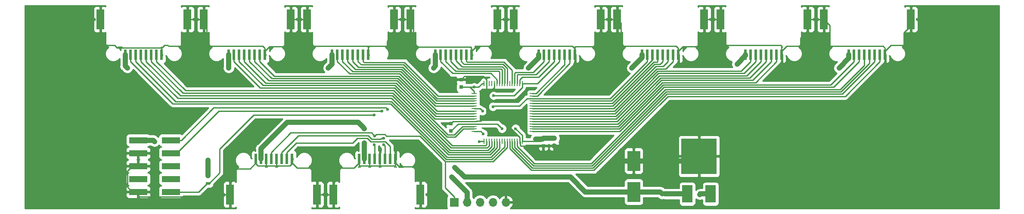
<source format=gtl>
%TF.GenerationSoftware,KiCad,Pcbnew,(5.0.1)-3*%
%TF.CreationDate,2018-12-23T12:05:20+11:00*%
%TF.ProjectId,1Wire-SoManySwitches,31576972652D536F4D616E7953776974,1.2*%
%TF.SameCoordinates,Original*%
%TF.FileFunction,Copper,L1,Top,Signal*%
%TF.FilePolarity,Positive*%
%FSLAX46Y46*%
G04 Gerber Fmt 4.6, Leading zero omitted, Abs format (unit mm)*
G04 Created by KiCad (PCBNEW (5.0.1)-3) date 23/12/2018 12:05:20 PM*
%MOMM*%
%LPD*%
G01*
G04 APERTURE LIST*
%TA.AperFunction,SMDPad,CuDef*%
%ADD10R,1.500000X4.000000*%
%TD*%
%TA.AperFunction,ComponentPad*%
%ADD11C,0.900000*%
%TD*%
%TA.AperFunction,SMDPad,CuDef*%
%ADD12R,0.600000X2.100000*%
%TD*%
%TA.AperFunction,SMDPad,CuDef*%
%ADD13R,3.600000X1.270000*%
%TD*%
%TA.AperFunction,SMDPad,CuDef*%
%ADD14R,1.000000X0.250000*%
%TD*%
%TA.AperFunction,SMDPad,CuDef*%
%ADD15R,0.250000X1.000000*%
%TD*%
%TA.AperFunction,SMDPad,CuDef*%
%ADD16R,2.500000X4.000000*%
%TD*%
%TA.AperFunction,SMDPad,CuDef*%
%ADD17R,0.750000X0.800000*%
%TD*%
%TA.AperFunction,SMDPad,CuDef*%
%ADD18R,0.900000X0.500000*%
%TD*%
%TA.AperFunction,ComponentPad*%
%ADD19R,1.700000X1.700000*%
%TD*%
%TA.AperFunction,ComponentPad*%
%ADD20O,1.700000X1.700000*%
%TD*%
%TA.AperFunction,SMDPad,CuDef*%
%ADD21R,2.000000X3.500000*%
%TD*%
%TA.AperFunction,SMDPad,CuDef*%
%ADD22R,7.000000X7.000000*%
%TD*%
%TA.AperFunction,ViaPad*%
%ADD23C,0.600000*%
%TD*%
%TA.AperFunction,Conductor*%
%ADD24C,1.000000*%
%TD*%
%TA.AperFunction,Conductor*%
%ADD25C,0.250000*%
%TD*%
%TA.AperFunction,Conductor*%
%ADD26C,0.254000*%
%TD*%
G04 APERTURE END LIST*
D10*
%TO.P,J3,9*%
%TO.N,GND*%
X69340000Y-62985000D03*
D11*
X69340000Y-62985000D03*
D12*
%TO.P,J3,8*%
%TO.N,+5V*%
X57140000Y-69965000D03*
%TO.P,J3,7*%
%TO.N,/J3_5*%
X58160000Y-69965000D03*
%TO.P,J3,6*%
%TO.N,/J3_4*%
X59180000Y-69965000D03*
%TO.P,J3,5*%
%TO.N,/J3_3*%
X60200000Y-69965000D03*
%TO.P,J3,4*%
%TO.N,/J3_2*%
X61220000Y-69965000D03*
%TO.P,J3,3*%
%TO.N,/J3_1*%
X62240000Y-69965000D03*
%TO.P,J3,2*%
%TO.N,/J3_0*%
X63260000Y-69965000D03*
%TO.P,J3,1*%
%TO.N,GND*%
X64280000Y-69965000D03*
D11*
%TO.P,J3,9*%
X52240000Y-62985000D03*
D10*
X52240000Y-62985000D03*
%TD*%
D13*
%TO.P,P1,1*%
%TO.N,+3V3*%
X59665000Y-86741000D03*
%TO.P,P1,3*%
%TO.N,GND*%
X59665000Y-89281000D03*
%TO.P,P1,5*%
X59665000Y-91821000D03*
%TO.P,P1,7*%
%TO.N,Net-(P1-Pad7)*%
X59665000Y-94361000D03*
%TO.P,P1,8*%
%TO.N,Net-(P1-Pad8)*%
X66065000Y-94361000D03*
%TO.P,P1,6*%
%TO.N,Net-(P1-Pad6)*%
X66065000Y-91821000D03*
%TO.P,P1,4*%
%TO.N,/J7_2*%
X66065000Y-89281000D03*
%TO.P,P1,2*%
%TO.N,/J8_5*%
X66065000Y-86741000D03*
%TO.P,P1,9*%
%TO.N,GND*%
X59665000Y-96901000D03*
%TO.P,P1,10*%
%TO.N,Net-(P1-Pad10)*%
X66065000Y-96901000D03*
%TD*%
D14*
%TO.P,U2,1*%
%TO.N,+3V3*%
X125745000Y-77530000D03*
%TO.P,U2,2*%
%TO.N,/J5_0*%
X125745000Y-78030000D03*
%TO.P,U2,3*%
%TO.N,/J5_1*%
X125745000Y-78530000D03*
%TO.P,U2,4*%
%TO.N,/J5_2*%
X125745000Y-79030000D03*
%TO.P,U2,5*%
%TO.N,/J5_3*%
X125745000Y-79530000D03*
%TO.P,U2,6*%
%TO.N,/J5_4*%
X125745000Y-80030000D03*
%TO.P,U2,7*%
%TO.N,Net-(P1-Pad10)*%
X125745000Y-80530000D03*
%TO.P,U2,8*%
%TO.N,/J5_5*%
X125745000Y-81030000D03*
%TO.P,U2,9*%
%TO.N,/J4_0*%
X125745000Y-81530000D03*
%TO.P,U2,10*%
%TO.N,/J4_1*%
X125745000Y-82030000D03*
%TO.P,U2,11*%
%TO.N,/J4_2*%
X125745000Y-82530000D03*
%TO.P,U2,12*%
%TO.N,GND*%
X125745000Y-83030000D03*
%TO.P,U2,13*%
%TO.N,+3V3*%
X125745000Y-83530000D03*
%TO.P,U2,14*%
%TO.N,/J4_3*%
X125745000Y-84030000D03*
%TO.P,U2,15*%
%TO.N,/J4_4*%
X125745000Y-84530000D03*
%TO.P,U2,16*%
%TO.N,/UART_TX*%
X125745000Y-85030000D03*
D15*
%TO.P,U2,17*%
%TO.N,/UART_RX*%
X127695000Y-86980000D03*
%TO.P,U2,18*%
%TO.N,/J4_5*%
X128195000Y-86980000D03*
%TO.P,U2,19*%
%TO.N,/J3_0*%
X128695000Y-86980000D03*
%TO.P,U2,20*%
%TO.N,/J3_1*%
X129195000Y-86980000D03*
%TO.P,U2,21*%
%TO.N,/J3_2*%
X129695000Y-86980000D03*
%TO.P,U2,22*%
%TO.N,/J3_3*%
X130195000Y-86980000D03*
%TO.P,U2,23*%
%TO.N,/J3_4*%
X130695000Y-86980000D03*
%TO.P,U2,24*%
%TO.N,Net-(U2-Pad24)*%
X131195000Y-86980000D03*
%TO.P,U2,25*%
%TO.N,/J3_5*%
X131695000Y-86980000D03*
%TO.P,U2,26*%
%TO.N,/1W-DATA*%
X132195000Y-86980000D03*
%TO.P,U2,27*%
%TO.N,/J10_0*%
X132695000Y-86980000D03*
%TO.P,U2,28*%
%TO.N,/J10_1*%
X133195000Y-86980000D03*
%TO.P,U2,29*%
%TO.N,/J10_2*%
X133695000Y-86980000D03*
%TO.P,U2,30*%
%TO.N,/J10_3*%
X134195000Y-86980000D03*
%TO.P,U2,31*%
%TO.N,GND*%
X134695000Y-86980000D03*
%TO.P,U2,32*%
%TO.N,+3V3*%
X135195000Y-86980000D03*
D14*
%TO.P,U2,33*%
%TO.N,/J10_4*%
X137145000Y-85030000D03*
%TO.P,U2,34*%
%TO.N,/J10_5*%
X137145000Y-84530000D03*
%TO.P,U2,35*%
%TO.N,/J9_0*%
X137145000Y-84030000D03*
%TO.P,U2,36*%
%TO.N,/J9_1*%
X137145000Y-83530000D03*
%TO.P,U2,37*%
%TO.N,/J9_2*%
X137145000Y-83030000D03*
%TO.P,U2,38*%
%TO.N,/J9_3*%
X137145000Y-82530000D03*
%TO.P,U2,39*%
%TO.N,/J9_4*%
X137145000Y-82030000D03*
%TO.P,U2,40*%
%TO.N,/J9_5*%
X137145000Y-81530000D03*
%TO.P,U2,41*%
%TO.N,/J8_0*%
X137145000Y-81030000D03*
%TO.P,U2,42*%
%TO.N,/J8_1*%
X137145000Y-80530000D03*
%TO.P,U2,43*%
%TO.N,/J8_2*%
X137145000Y-80030000D03*
%TO.P,U2,44*%
%TO.N,/J8_3*%
X137145000Y-79530000D03*
%TO.P,U2,45*%
%TO.N,/J8_4*%
X137145000Y-79030000D03*
%TO.P,U2,46*%
%TO.N,/J8_5*%
X137145000Y-78530000D03*
%TO.P,U2,47*%
%TO.N,/J7_0*%
X137145000Y-78030000D03*
%TO.P,U2,48*%
%TO.N,/J7_1*%
X137145000Y-77530000D03*
D15*
%TO.P,U2,49*%
%TO.N,/J7_2*%
X135195000Y-75580000D03*
%TO.P,U2,50*%
%TO.N,/J7_3*%
X134695000Y-75580000D03*
%TO.P,U2,51*%
%TO.N,/J7_4*%
X134195000Y-75580000D03*
%TO.P,U2,52*%
%TO.N,/J7_5*%
X133695000Y-75580000D03*
%TO.P,U2,53*%
%TO.N,/J6_0*%
X133195000Y-75580000D03*
%TO.P,U2,54*%
%TO.N,N/C*%
X132695000Y-75580000D03*
%TO.P,U2,55*%
%TO.N,/J6_1*%
X132195000Y-75580000D03*
%TO.P,U2,56*%
%TO.N,/J6_2*%
X131695000Y-75580000D03*
%TO.P,U2,57*%
%TO.N,/J6_3*%
X131195000Y-75580000D03*
%TO.P,U2,58*%
%TO.N,/J6_4*%
X130695000Y-75580000D03*
%TO.P,U2,59*%
%TO.N,/J6_5*%
X130195000Y-75580000D03*
%TO.P,U2,60*%
%TO.N,GND*%
X129695000Y-75580000D03*
%TO.P,U2,61*%
%TO.N,Net-(U2-Pad61)*%
X129195000Y-75580000D03*
%TO.P,U2,62*%
%TO.N,Net-(U2-Pad62)*%
X128695000Y-75580000D03*
%TO.P,U2,63*%
%TO.N,GND*%
X128195000Y-75580000D03*
%TO.P,U2,64*%
%TO.N,+3V3*%
X127695000Y-75580000D03*
%TD*%
D10*
%TO.P,J2,9*%
%TO.N,GND*%
X77726000Y-97416000D03*
D11*
X77726000Y-97416000D03*
D12*
%TO.P,J2,8*%
X89926000Y-90436000D03*
%TO.P,J2,7*%
%TO.N,Net-(J1-Pad7)*%
X88906000Y-90436000D03*
%TO.P,J2,6*%
%TO.N,Net-(J1-Pad6)*%
X87886000Y-90436000D03*
%TO.P,J2,5*%
%TO.N,GND*%
X86866000Y-90436000D03*
%TO.P,J2,4*%
%TO.N,/1W-DATA*%
X85846000Y-90436000D03*
%TO.P,J2,3*%
%TO.N,GND*%
X84826000Y-90436000D03*
%TO.P,J2,2*%
%TO.N,+5V*%
X83806000Y-90436000D03*
%TO.P,J2,1*%
%TO.N,GND*%
X82786000Y-90436000D03*
D11*
%TO.P,J2,9*%
X94826000Y-97416000D03*
D10*
X94826000Y-97416000D03*
%TD*%
D16*
%TO.P,C1,1*%
%TO.N,+5V*%
X157099000Y-96903000D03*
%TO.P,C1,2*%
%TO.N,GND*%
X157099000Y-90803000D03*
%TD*%
D17*
%TO.P,C2,1*%
%TO.N,+3V3*%
X141478000Y-86372000D03*
%TO.P,C2,2*%
%TO.N,GND*%
X141478000Y-87872000D03*
%TD*%
%TO.P,C3,1*%
%TO.N,+3V3*%
X123190000Y-76315000D03*
%TO.P,C3,2*%
%TO.N,GND*%
X123190000Y-74815000D03*
%TD*%
%TO.P,C4,1*%
%TO.N,+3V3*%
X139319000Y-86372000D03*
%TO.P,C4,2*%
%TO.N,GND*%
X139319000Y-87872000D03*
%TD*%
%TO.P,C5,1*%
%TO.N,+3V3*%
X121158000Y-84951000D03*
%TO.P,C5,2*%
%TO.N,GND*%
X121158000Y-83451000D03*
%TD*%
D10*
%TO.P,J1,9*%
%TO.N,GND*%
X98046000Y-97416000D03*
D11*
X98046000Y-97416000D03*
D12*
%TO.P,J1,8*%
X110246000Y-90436000D03*
%TO.P,J1,7*%
%TO.N,Net-(J1-Pad7)*%
X109226000Y-90436000D03*
%TO.P,J1,6*%
%TO.N,Net-(J1-Pad6)*%
X108206000Y-90436000D03*
%TO.P,J1,5*%
%TO.N,GND*%
X107186000Y-90436000D03*
%TO.P,J1,4*%
%TO.N,/1W-DATA*%
X106166000Y-90436000D03*
%TO.P,J1,3*%
%TO.N,GND*%
X105146000Y-90436000D03*
%TO.P,J1,2*%
%TO.N,+5V*%
X104126000Y-90436000D03*
%TO.P,J1,1*%
%TO.N,GND*%
X103106000Y-90436000D03*
D11*
%TO.P,J1,9*%
X115146000Y-97416000D03*
D10*
X115146000Y-97416000D03*
%TD*%
%TO.P,J4,9*%
%TO.N,GND*%
X89660000Y-62985000D03*
D11*
X89660000Y-62985000D03*
D12*
%TO.P,J4,8*%
%TO.N,+5V*%
X77460000Y-69965000D03*
%TO.P,J4,7*%
%TO.N,/J4_5*%
X78480000Y-69965000D03*
%TO.P,J4,6*%
%TO.N,/J4_4*%
X79500000Y-69965000D03*
%TO.P,J4,5*%
%TO.N,/J4_3*%
X80520000Y-69965000D03*
%TO.P,J4,4*%
%TO.N,/J4_2*%
X81540000Y-69965000D03*
%TO.P,J4,3*%
%TO.N,/J4_1*%
X82560000Y-69965000D03*
%TO.P,J4,2*%
%TO.N,/J4_0*%
X83580000Y-69965000D03*
%TO.P,J4,1*%
%TO.N,GND*%
X84600000Y-69965000D03*
D11*
%TO.P,J4,9*%
X72560000Y-62985000D03*
D10*
X72560000Y-62985000D03*
%TD*%
%TO.P,J5,9*%
%TO.N,GND*%
X109980000Y-62985000D03*
D11*
X109980000Y-62985000D03*
D12*
%TO.P,J5,8*%
%TO.N,+5V*%
X97780000Y-69965000D03*
%TO.P,J5,7*%
%TO.N,/J5_5*%
X98800000Y-69965000D03*
%TO.P,J5,6*%
%TO.N,/J5_4*%
X99820000Y-69965000D03*
%TO.P,J5,5*%
%TO.N,/J5_3*%
X100840000Y-69965000D03*
%TO.P,J5,4*%
%TO.N,/J5_2*%
X101860000Y-69965000D03*
%TO.P,J5,3*%
%TO.N,/J5_1*%
X102880000Y-69965000D03*
%TO.P,J5,2*%
%TO.N,/J5_0*%
X103900000Y-69965000D03*
%TO.P,J5,1*%
%TO.N,GND*%
X104920000Y-69965000D03*
D11*
%TO.P,J5,9*%
X92880000Y-62985000D03*
D10*
X92880000Y-62985000D03*
%TD*%
%TO.P,J6,9*%
%TO.N,GND*%
X130300000Y-62985000D03*
D11*
X130300000Y-62985000D03*
D12*
%TO.P,J6,8*%
%TO.N,+5V*%
X118100000Y-69965000D03*
%TO.P,J6,7*%
%TO.N,/J6_5*%
X119120000Y-69965000D03*
%TO.P,J6,6*%
%TO.N,/J6_4*%
X120140000Y-69965000D03*
%TO.P,J6,5*%
%TO.N,/J6_3*%
X121160000Y-69965000D03*
%TO.P,J6,4*%
%TO.N,/J6_2*%
X122180000Y-69965000D03*
%TO.P,J6,3*%
%TO.N,/J6_1*%
X123200000Y-69965000D03*
%TO.P,J6,2*%
%TO.N,/J6_0*%
X124220000Y-69965000D03*
%TO.P,J6,1*%
%TO.N,GND*%
X125240000Y-69965000D03*
D11*
%TO.P,J6,9*%
X113200000Y-62985000D03*
D10*
X113200000Y-62985000D03*
%TD*%
%TO.P,J7,9*%
%TO.N,GND*%
X150620000Y-62985000D03*
D11*
X150620000Y-62985000D03*
D12*
%TO.P,J7,8*%
%TO.N,Net-(J7-Pad8)*%
X138420000Y-69965000D03*
%TO.P,J7,7*%
%TO.N,/J7_5*%
X139440000Y-69965000D03*
%TO.P,J7,6*%
%TO.N,/J7_4*%
X140460000Y-69965000D03*
%TO.P,J7,5*%
%TO.N,/J7_3*%
X141480000Y-69965000D03*
%TO.P,J7,4*%
%TO.N,/J7_2*%
X142500000Y-69965000D03*
%TO.P,J7,3*%
%TO.N,/J7_1*%
X143520000Y-69965000D03*
%TO.P,J7,2*%
%TO.N,/J7_0*%
X144540000Y-69965000D03*
%TO.P,J7,1*%
%TO.N,GND*%
X145560000Y-69965000D03*
D11*
%TO.P,J7,9*%
X133520000Y-62985000D03*
D10*
X133520000Y-62985000D03*
%TD*%
%TO.P,J8,9*%
%TO.N,GND*%
X170940000Y-62985000D03*
D11*
X170940000Y-62985000D03*
D12*
%TO.P,J8,8*%
%TO.N,Net-(J7-Pad8)*%
X158740000Y-69965000D03*
%TO.P,J8,7*%
%TO.N,/J8_5*%
X159760000Y-69965000D03*
%TO.P,J8,6*%
%TO.N,/J8_4*%
X160780000Y-69965000D03*
%TO.P,J8,5*%
%TO.N,/J8_3*%
X161800000Y-69965000D03*
%TO.P,J8,4*%
%TO.N,/J8_2*%
X162820000Y-69965000D03*
%TO.P,J8,3*%
%TO.N,/J8_1*%
X163840000Y-69965000D03*
%TO.P,J8,2*%
%TO.N,/J8_0*%
X164860000Y-69965000D03*
%TO.P,J8,1*%
%TO.N,GND*%
X165880000Y-69965000D03*
D11*
%TO.P,J8,9*%
X153840000Y-62985000D03*
D10*
X153840000Y-62985000D03*
%TD*%
%TO.P,J9,9*%
%TO.N,GND*%
X191260000Y-62985000D03*
D11*
X191260000Y-62985000D03*
D12*
%TO.P,J9,8*%
%TO.N,+5V*%
X179060000Y-69965000D03*
%TO.P,J9,7*%
%TO.N,/J9_5*%
X180080000Y-69965000D03*
%TO.P,J9,6*%
%TO.N,/J9_4*%
X181100000Y-69965000D03*
%TO.P,J9,5*%
%TO.N,/J9_3*%
X182120000Y-69965000D03*
%TO.P,J9,4*%
%TO.N,/J9_2*%
X183140000Y-69965000D03*
%TO.P,J9,3*%
%TO.N,/J9_1*%
X184160000Y-69965000D03*
%TO.P,J9,2*%
%TO.N,/J9_0*%
X185180000Y-69965000D03*
%TO.P,J9,1*%
%TO.N,GND*%
X186200000Y-69965000D03*
D11*
%TO.P,J9,9*%
X174160000Y-62985000D03*
D10*
X174160000Y-62985000D03*
%TD*%
%TO.P,J10,9*%
%TO.N,GND*%
X211580000Y-62985000D03*
D11*
X211580000Y-62985000D03*
D12*
%TO.P,J10,8*%
%TO.N,+5V*%
X199380000Y-69965000D03*
%TO.P,J10,7*%
%TO.N,/J10_5*%
X200400000Y-69965000D03*
%TO.P,J10,6*%
%TO.N,/J10_4*%
X201420000Y-69965000D03*
%TO.P,J10,5*%
%TO.N,/J10_3*%
X202440000Y-69965000D03*
%TO.P,J10,4*%
%TO.N,/J10_2*%
X203460000Y-69965000D03*
%TO.P,J10,3*%
%TO.N,/J10_1*%
X204480000Y-69965000D03*
%TO.P,J10,2*%
%TO.N,/J10_0*%
X205500000Y-69965000D03*
%TO.P,J10,1*%
%TO.N,GND*%
X206520000Y-69965000D03*
D11*
%TO.P,J10,9*%
X194480000Y-62985000D03*
D10*
X194480000Y-62985000D03*
%TD*%
D18*
%TO.P,R1,1*%
%TO.N,+3V3*%
X73406000Y-93750000D03*
%TO.P,R1,2*%
%TO.N,Net-(P1-Pad10)*%
X73406000Y-95250000D03*
%TD*%
D19*
%TO.P,P6,1*%
%TO.N,/1W-DATA*%
X121793000Y-98933000D03*
D20*
%TO.P,P6,2*%
%TO.N,+3V3*%
X124333000Y-98933000D03*
%TO.P,P6,3*%
%TO.N,/UART_TX*%
X126873000Y-98933000D03*
%TO.P,P6,4*%
%TO.N,/UART_RX*%
X129413000Y-98933000D03*
%TO.P,P6,5*%
%TO.N,GND*%
X131953000Y-98933000D03*
%TD*%
D21*
%TO.P,U1,1*%
%TO.N,+5V*%
X167636000Y-97299000D03*
%TO.P,U1,3*%
%TO.N,+3V3*%
X172216000Y-97299000D03*
D22*
%TO.P,U1,2*%
%TO.N,GND*%
X169936000Y-89899000D03*
%TD*%
D23*
%TO.N,+5V*%
X121920000Y-92075000D03*
X177419000Y-71755000D03*
X104140004Y-84455000D03*
X77470000Y-72517000D03*
X97028000Y-72517000D03*
X117729000Y-72517000D03*
X136398000Y-72517000D03*
X156718000Y-72517000D03*
X197485000Y-72517000D03*
X57531000Y-72517000D03*
X104140000Y-87249000D03*
%TO.N,GND*%
X144399000Y-88519000D03*
X151765000Y-92075000D03*
X117348000Y-89408000D03*
X119634000Y-83566000D03*
%TO.N,+3V3*%
X125730000Y-76315000D03*
X121285000Y-93980000D03*
X62865000Y-86995000D03*
X137795000Y-86487000D03*
X170053000Y-97409000D03*
X133858000Y-84455000D03*
X131191000Y-84455000D03*
%TO.N,Net-(J1-Pad6)*%
X107950000Y-87630000D03*
X107950000Y-86359986D03*
%TO.N,/1W-DATA*%
X106045000Y-87630000D03*
X106151768Y-85929977D03*
%TO.N,+3V3*%
X73406000Y-90678000D03*
%TO.N,Net-(P1-Pad10)*%
X106045000Y-81788000D03*
X127381000Y-81025999D03*
%TO.N,/J7_2*%
X107569000Y-81026000D03*
X129539998Y-77978000D03*
%TO.N,/J8_5*%
X108712000Y-80645000D03*
X129413000Y-80137000D03*
%TO.N,/UART_TX*%
X127508000Y-85471000D03*
%TO.N,/UART_RX*%
X126746000Y-86995000D03*
%TD*%
D24*
%TO.N,+5V*%
X179060000Y-69965000D02*
X179060000Y-70114000D01*
X179060000Y-70114000D02*
X177419000Y-71755000D01*
X102951005Y-83266001D02*
X103840005Y-84155001D01*
X88925999Y-83266001D02*
X102951005Y-83266001D01*
X83806000Y-88386000D02*
X88925999Y-83266001D01*
X83806000Y-90436000D02*
X83806000Y-88386000D01*
X103840005Y-84155001D02*
X104140004Y-84455000D01*
X77460000Y-69965000D02*
X77460000Y-72507000D01*
X77460000Y-72507000D02*
X77470000Y-72517000D01*
X97780000Y-69965000D02*
X97780000Y-71765000D01*
X97780000Y-71765000D02*
X97028000Y-72517000D01*
X118100000Y-69965000D02*
X118100000Y-72146000D01*
X118100000Y-72146000D02*
X117729000Y-72517000D01*
X138420000Y-69965000D02*
X138420000Y-70495000D01*
X138420000Y-70495000D02*
X136398000Y-72517000D01*
X158740000Y-69965000D02*
X158740000Y-70495000D01*
X158740000Y-70495000D02*
X156718000Y-72517000D01*
X197485000Y-72517000D02*
X199380000Y-70622000D01*
X199380000Y-70622000D02*
X199380000Y-69965000D01*
X57140000Y-69965000D02*
X57140000Y-72126000D01*
X57140000Y-72126000D02*
X57531000Y-72517000D01*
X104140000Y-87249000D02*
X104140000Y-90422000D01*
X104140000Y-90422000D02*
X104126000Y-90436000D01*
D25*
%TO.N,GND*%
X94826000Y-97416000D02*
X98046000Y-97416000D01*
D24*
X144399000Y-88519000D02*
X142125000Y-88519000D01*
X142125000Y-88519000D02*
X141478000Y-87872000D01*
X157099000Y-90803000D02*
X153037000Y-90803000D01*
X153037000Y-90803000D02*
X151765000Y-92075000D01*
X157099000Y-90803000D02*
X169032000Y-90803000D01*
X169032000Y-90803000D02*
X169936000Y-89899000D01*
D25*
X114303001Y-91951001D02*
X114804999Y-91951001D01*
X117048001Y-89707999D02*
X117348000Y-89408000D01*
X114804999Y-91951001D02*
X117048001Y-89707999D01*
X155599000Y-90803000D02*
X157099000Y-90803000D01*
X59665000Y-91821000D02*
X59665000Y-90936000D01*
X59665000Y-90936000D02*
X59665000Y-89281000D01*
X59665000Y-96901000D02*
X58500000Y-96901000D01*
X57539999Y-92781001D02*
X58500000Y-91821000D01*
X58500000Y-96901000D02*
X57539999Y-95940999D01*
X57539999Y-95940999D02*
X57539999Y-92781001D01*
X58500000Y-91821000D02*
X59665000Y-91821000D01*
X59665000Y-96901000D02*
X59665000Y-97786000D01*
X59665000Y-97786000D02*
X59740001Y-97861001D01*
X76726000Y-97416000D02*
X77726000Y-97416000D01*
X59740001Y-97861001D02*
X76280999Y-97861001D01*
X76280999Y-97861001D02*
X76726000Y-97416000D01*
X119634000Y-83566000D02*
X121043000Y-83566000D01*
X121043000Y-83566000D02*
X121158000Y-83451000D01*
X118249000Y-74815000D02*
X113788999Y-70354999D01*
X113788999Y-70354999D02*
X113788999Y-68449999D01*
X123190000Y-74815000D02*
X118249000Y-74815000D01*
X129695000Y-76330000D02*
X128799001Y-77225999D01*
X128799001Y-77225999D02*
X128312001Y-77225999D01*
X128312001Y-77225999D02*
X128195000Y-77343000D01*
X129695000Y-75580000D02*
X129695000Y-76330000D01*
X78359000Y-92329000D02*
X81643000Y-92329000D01*
X81643000Y-92329000D02*
X82786000Y-91186000D01*
X82786000Y-91186000D02*
X82786000Y-90436000D01*
X78359000Y-94533000D02*
X78359000Y-92329000D01*
X77726000Y-97416000D02*
X77726000Y-95166000D01*
X77726000Y-95166000D02*
X78359000Y-94533000D01*
X93472000Y-92202000D02*
X90942000Y-92202000D01*
X90942000Y-92202000D02*
X89926000Y-91186000D01*
X89926000Y-91186000D02*
X89926000Y-90436000D01*
X94826000Y-93556000D02*
X93472000Y-92202000D01*
X94826000Y-97416000D02*
X94826000Y-93556000D01*
X98425000Y-92202000D02*
X102090000Y-92202000D01*
X102090000Y-92202000D02*
X103106000Y-91186000D01*
X103106000Y-91186000D02*
X103106000Y-90436000D01*
X98425000Y-94787000D02*
X98425000Y-92202000D01*
X98046000Y-97416000D02*
X98046000Y-95166000D01*
X98046000Y-95166000D02*
X98425000Y-94787000D01*
X115146000Y-97416000D02*
X115146000Y-92794000D01*
X115146000Y-92794000D02*
X114303001Y-91951001D01*
X114303001Y-91951001D02*
X111011001Y-91951001D01*
X111011001Y-91951001D02*
X110246000Y-91186000D01*
X110246000Y-91186000D02*
X110246000Y-90436000D01*
X134695000Y-86980000D02*
X134695000Y-86230000D01*
X134695000Y-86230000D02*
X130201000Y-81736000D01*
X130201000Y-81736000D02*
X128195000Y-81736000D01*
X128195000Y-81736000D02*
X128195000Y-77343000D01*
X128195000Y-77343000D02*
X128195000Y-75580000D01*
X126950999Y-82980001D02*
X128195000Y-81736000D01*
X125745000Y-83030000D02*
X126139000Y-83030000D01*
X126139000Y-83030000D02*
X126188999Y-82980001D01*
X126188999Y-82980001D02*
X126950999Y-82980001D01*
X73152000Y-68199000D02*
X73152000Y-63577000D01*
X73152000Y-63577000D02*
X72560000Y-62985000D01*
X84134000Y-68199000D02*
X73152000Y-68199000D01*
X84600000Y-69965000D02*
X84600000Y-68665000D01*
X84600000Y-68665000D02*
X84134000Y-68199000D01*
X88646000Y-68326000D02*
X85489000Y-68326000D01*
X85489000Y-68326000D02*
X84600000Y-69215000D01*
X84600000Y-69215000D02*
X84600000Y-69965000D01*
X89154000Y-67818000D02*
X88646000Y-68326000D01*
X89154000Y-65741000D02*
X89154000Y-67818000D01*
X89660000Y-62985000D02*
X89660000Y-65235000D01*
X89660000Y-65235000D02*
X89154000Y-65741000D01*
X92583000Y-66929000D02*
X92880000Y-66632000D01*
X92880000Y-66632000D02*
X92880000Y-62985000D01*
X93853000Y-68199000D02*
X92583000Y-66929000D01*
X104902000Y-68199000D02*
X93853000Y-68199000D01*
X104902000Y-68199000D02*
X104920000Y-68217000D01*
X104920000Y-68217000D02*
X104920000Y-69965000D01*
X108585000Y-68199000D02*
X104902000Y-68199000D01*
X108585000Y-67310000D02*
X108585000Y-68199000D01*
X108712000Y-67056000D02*
X108712000Y-67183000D01*
X108712000Y-67183000D02*
X108585000Y-67310000D01*
X108839000Y-66376000D02*
X108839000Y-66929000D01*
X108839000Y-66929000D02*
X108712000Y-67056000D01*
X109980000Y-62985000D02*
X109980000Y-65235000D01*
X109980000Y-65235000D02*
X108839000Y-66376000D01*
X113788999Y-68449999D02*
X113788999Y-63573999D01*
X113788999Y-63573999D02*
X113200000Y-62985000D01*
X124968000Y-68393000D02*
X124911001Y-68449999D01*
X124911001Y-68449999D02*
X113788999Y-68449999D01*
X125240000Y-69965000D02*
X125240000Y-68665000D01*
X125240000Y-68665000D02*
X124968000Y-68393000D01*
X125857000Y-68199000D02*
X125857000Y-68598000D01*
X125857000Y-68598000D02*
X125240000Y-69215000D01*
X125240000Y-69215000D02*
X125240000Y-69965000D01*
X128778000Y-68199000D02*
X125857000Y-68199000D01*
X129667000Y-67310000D02*
X128778000Y-68199000D01*
X129667000Y-65868000D02*
X129667000Y-67310000D01*
X130300000Y-62985000D02*
X130300000Y-65235000D01*
X130300000Y-65235000D02*
X129667000Y-65868000D01*
X145560000Y-68435000D02*
X145560000Y-68707000D01*
X145560000Y-68707000D02*
X145560000Y-69965000D01*
X134112000Y-68199000D02*
X145052000Y-68199000D01*
X145052000Y-68199000D02*
X145560000Y-68707000D01*
X133520000Y-67607000D02*
X134112000Y-68199000D01*
X133520000Y-62985000D02*
X133520000Y-67607000D01*
X145669000Y-68326000D02*
X145560000Y-68435000D01*
X149479000Y-68326000D02*
X145669000Y-68326000D01*
X149479000Y-66376000D02*
X149479000Y-68326000D01*
X150620000Y-62985000D02*
X150620000Y-65235000D01*
X150620000Y-65235000D02*
X149479000Y-66376000D01*
X154559000Y-68199000D02*
X154559000Y-63704000D01*
X154559000Y-63704000D02*
X153840000Y-62985000D01*
X165414000Y-68199000D02*
X154559000Y-68199000D01*
X165880000Y-69965000D02*
X165880000Y-68665000D01*
X165880000Y-68665000D02*
X165414000Y-68199000D01*
X170940000Y-62985000D02*
X170940000Y-67439000D01*
X170940000Y-67439000D02*
X170053000Y-68326000D01*
X170053000Y-68326000D02*
X166769000Y-68326000D01*
X165880000Y-69215000D02*
X165880000Y-69965000D01*
X166769000Y-68326000D02*
X165880000Y-69215000D01*
X186200000Y-69965000D02*
X186200000Y-68217000D01*
X186200000Y-68217000D02*
X186055000Y-68072000D01*
X186055000Y-68072000D02*
X174371000Y-68072000D01*
X174371000Y-68072000D02*
X174160000Y-67861000D01*
X174160000Y-67861000D02*
X174160000Y-62985000D01*
X189611000Y-68199000D02*
X187216000Y-68199000D01*
X187216000Y-68199000D02*
X186200000Y-69215000D01*
X186200000Y-69215000D02*
X186200000Y-69965000D01*
X189865000Y-67945000D02*
X189611000Y-68199000D01*
X189865000Y-66630000D02*
X189865000Y-67945000D01*
X191260000Y-62985000D02*
X191260000Y-65235000D01*
X191260000Y-65235000D02*
X189865000Y-66630000D01*
X194480000Y-62985000D02*
X191260000Y-62985000D01*
X195647000Y-68266000D02*
X195647000Y-64152000D01*
X195647000Y-64152000D02*
X194480000Y-62985000D01*
X206121000Y-68266000D02*
X195647000Y-68266000D01*
X206520000Y-69965000D02*
X206520000Y-68665000D01*
X206520000Y-68665000D02*
X206121000Y-68266000D01*
X210185000Y-68072000D02*
X207663000Y-68072000D01*
X207663000Y-68072000D02*
X206520000Y-69215000D01*
X206520000Y-69215000D02*
X206520000Y-69965000D01*
X210185000Y-65630000D02*
X210185000Y-68072000D01*
X211580000Y-62985000D02*
X211580000Y-64235000D01*
X211580000Y-64235000D02*
X210185000Y-65630000D01*
X174160000Y-62985000D02*
X170940000Y-62985000D01*
X153840000Y-62985000D02*
X150620000Y-62985000D01*
X133520000Y-62985000D02*
X130300000Y-62985000D01*
X113200000Y-62985000D02*
X109980000Y-62985000D01*
X89660000Y-62985000D02*
X92880000Y-62985000D01*
X72560000Y-62985000D02*
X69340000Y-62985000D01*
X69850000Y-68199000D02*
X69340000Y-67689000D01*
X69340000Y-67689000D02*
X69340000Y-62985000D01*
X65630000Y-68199000D02*
X69850000Y-68199000D01*
X64873000Y-68072000D02*
X65503000Y-68072000D01*
X65503000Y-68072000D02*
X65630000Y-68199000D01*
X64280000Y-68665000D02*
X64873000Y-68072000D01*
X64280000Y-69965000D02*
X64280000Y-68665000D01*
X64280000Y-68665000D02*
X64204999Y-68589999D01*
X64204999Y-68589999D02*
X55502001Y-68589999D01*
X55502001Y-68589999D02*
X54984002Y-68072000D01*
X54984002Y-68072000D02*
X52451000Y-68072000D01*
X52451000Y-68072000D02*
X52240000Y-67861000D01*
X52240000Y-67861000D02*
X52240000Y-62985000D01*
X69340000Y-62985000D02*
X69340000Y-64235000D01*
X64280000Y-69295000D02*
X64280000Y-69965000D01*
X89466001Y-91811001D02*
X86868000Y-91811001D01*
X86868000Y-91811001D02*
X84750999Y-91811001D01*
X86866000Y-90436000D02*
X86866000Y-91736000D01*
X86866000Y-91736000D02*
X86868000Y-91738000D01*
X86868000Y-91738000D02*
X86868000Y-91811001D01*
X89926000Y-90436000D02*
X89926000Y-91351002D01*
X89926000Y-91351002D02*
X89466001Y-91811001D01*
X82786000Y-90436000D02*
X82786000Y-91351002D01*
X84750999Y-91811001D02*
X84826000Y-91736000D01*
X82786000Y-91351002D02*
X83245999Y-91811001D01*
X83245999Y-91811001D02*
X84750999Y-91811001D01*
X84826000Y-91736000D02*
X84826000Y-90436000D01*
X110170999Y-91811001D02*
X107188000Y-91811001D01*
X107188000Y-91811001D02*
X105156000Y-91811001D01*
X107186000Y-90436000D02*
X107186000Y-91809001D01*
X107186000Y-91809001D02*
X107188000Y-91811001D01*
X105156000Y-91811001D02*
X103181001Y-91811001D01*
X105146000Y-91736000D02*
X105156000Y-91746000D01*
X105146000Y-90436000D02*
X105146000Y-91736000D01*
X105156000Y-91746000D02*
X105156000Y-91811001D01*
X110246000Y-90436000D02*
X110246000Y-91736000D01*
X110246000Y-91736000D02*
X110170999Y-91811001D01*
X103181001Y-91811001D02*
X103106000Y-91736000D01*
X103106000Y-91736000D02*
X103106000Y-90436000D01*
X128195000Y-75580000D02*
X128195000Y-74830000D01*
X123190000Y-74790000D02*
X123190000Y-74815000D01*
X128195000Y-74830000D02*
X127530000Y-74165000D01*
X127530000Y-74165000D02*
X123815000Y-74165000D01*
X123815000Y-74165000D02*
X123190000Y-74790000D01*
X139319000Y-87872000D02*
X134876998Y-87872000D01*
X134876998Y-87872000D02*
X134744999Y-87740001D01*
X134744999Y-87740001D02*
X134744999Y-87029999D01*
X134744999Y-87029999D02*
X134695000Y-86980000D01*
X141478000Y-87872000D02*
X139319000Y-87872000D01*
X125745000Y-83030000D02*
X121579000Y-83030000D01*
X121579000Y-83030000D02*
X121158000Y-83451000D01*
%TO.N,+3V3*%
X125730000Y-76315000D02*
X124905000Y-76315000D01*
X126585000Y-76315000D02*
X125730000Y-76315000D01*
D24*
X121285000Y-93980000D02*
X124333000Y-97028000D01*
X124333000Y-97028000D02*
X124333000Y-98933000D01*
X59665000Y-86741000D02*
X62611000Y-86741000D01*
X62611000Y-86741000D02*
X62865000Y-86995000D01*
X137795000Y-86487000D02*
X139204000Y-86487000D01*
X139204000Y-86487000D02*
X139319000Y-86372000D01*
X172216000Y-97299000D02*
X170163000Y-97299000D01*
X170163000Y-97299000D02*
X170053000Y-97409000D01*
D25*
X135195000Y-86980000D02*
X135195000Y-85792000D01*
X135195000Y-85792000D02*
X133858000Y-84455000D01*
X125745000Y-83530000D02*
X130266000Y-83530000D01*
X130266000Y-83530000D02*
X131191000Y-84455000D01*
X127695000Y-75580000D02*
X127320000Y-75580000D01*
X127320000Y-75580000D02*
X126585000Y-76315000D01*
X123190000Y-76315000D02*
X124905000Y-76315000D01*
X124905000Y-76315000D02*
X125745000Y-77155000D01*
X125745000Y-77155000D02*
X125745000Y-77530000D01*
D24*
X139319000Y-86372000D02*
X141478000Y-86372000D01*
D25*
X135195000Y-86980000D02*
X138711000Y-86980000D01*
X138711000Y-86980000D02*
X139319000Y-86372000D01*
X125745000Y-83530000D02*
X122554000Y-83530000D01*
X122554000Y-83530000D02*
X121158000Y-84926000D01*
X121158000Y-84926000D02*
X121158000Y-84951000D01*
%TO.N,Net-(J1-Pad7)*%
X101806530Y-87323033D02*
X102791162Y-86338401D01*
X88906000Y-90436000D02*
X88906000Y-89136000D01*
X104715988Y-86338401D02*
X105382586Y-87004999D01*
X105382586Y-87004999D02*
X108250001Y-87004999D01*
X109226000Y-87980998D02*
X109226000Y-89136000D01*
X90718967Y-87323033D02*
X101806530Y-87323033D01*
X102791162Y-86338401D02*
X104715988Y-86338401D01*
X108250001Y-87004999D02*
X109226000Y-87980998D01*
X109226000Y-89136000D02*
X109226000Y-90436000D01*
X88906000Y-89136000D02*
X90718967Y-87323033D01*
%TO.N,Net-(J1-Pad6)*%
X108206000Y-87886000D02*
X107950000Y-87630000D01*
X108206000Y-90436000D02*
X108206000Y-87886000D01*
X107330735Y-86554987D02*
X107525736Y-86359986D01*
X105568985Y-86554987D02*
X107330735Y-86554987D01*
X104871020Y-85857022D02*
X105568985Y-86554987D01*
X91164978Y-85857022D02*
X104871020Y-85857022D01*
X87886000Y-89136000D02*
X91164978Y-85857022D01*
X87886000Y-90436000D02*
X87886000Y-89136000D01*
X107525736Y-86359986D02*
X107950000Y-86359986D01*
%TO.N,/1W-DATA*%
X120032428Y-90955066D02*
X115007339Y-85929977D01*
X108444979Y-85929977D02*
X108144980Y-85629978D01*
X108144980Y-85629978D02*
X106451767Y-85629978D01*
X115007339Y-85929977D02*
X108444979Y-85929977D01*
X106451767Y-85629978D02*
X106151768Y-85929977D01*
X89683999Y-85298001D02*
X105519792Y-85298001D01*
X106166000Y-90436000D02*
X106166000Y-87751000D01*
X106166000Y-87751000D02*
X106045000Y-87630000D01*
X105519792Y-85298001D02*
X105851769Y-85629978D01*
X105851769Y-85629978D02*
X106151768Y-85929977D01*
X85846000Y-89136000D02*
X89683999Y-85298001D01*
X85846000Y-90436000D02*
X85846000Y-89136000D01*
X121793000Y-98933000D02*
X121793000Y-97833000D01*
X121793000Y-97833000D02*
X120032428Y-96072428D01*
X120032428Y-96072428D02*
X120032428Y-90955066D01*
X132195000Y-88144870D02*
X129413000Y-90926870D01*
X129384804Y-90955066D02*
X129413000Y-90926870D01*
X120032428Y-90955066D02*
X129384804Y-90955066D01*
X132195000Y-86980000D02*
X132195000Y-88144870D01*
X121793000Y-98546870D02*
X121793000Y-98933000D01*
%TO.N,+5V*%
X163195000Y-97299000D02*
X162687000Y-97299000D01*
D24*
X163195000Y-97299000D02*
X167636000Y-97299000D01*
X162687000Y-97299000D02*
X162291000Y-96903000D01*
X162291000Y-96903000D02*
X157099000Y-96903000D01*
X147588000Y-96903000D02*
X157099000Y-96903000D01*
X144665000Y-93980000D02*
X147588000Y-96903000D01*
X121920000Y-92075000D02*
X123825000Y-93980000D01*
X123825000Y-93980000D02*
X144665000Y-93980000D01*
%TO.N,+3V3*%
X73406000Y-93750000D02*
X73406000Y-90678000D01*
D25*
%TO.N,Net-(P1-Pad10)*%
X68115000Y-96901000D02*
X66065000Y-96901000D01*
X71555000Y-96901000D02*
X68115000Y-96901000D01*
X73206000Y-95250000D02*
X71555000Y-96901000D01*
X73406000Y-95250000D02*
X73206000Y-95250000D01*
X127081001Y-80726000D02*
X127381000Y-81025999D01*
X66065000Y-96901000D02*
X67230000Y-96901000D01*
X125745000Y-80530000D02*
X126885001Y-80530000D01*
X126885001Y-80530000D02*
X127081001Y-80726000D01*
X73606000Y-95250000D02*
X73406000Y-95250000D01*
X75692000Y-93164000D02*
X73606000Y-95250000D01*
X75692000Y-88439000D02*
X75692000Y-93164000D01*
X82343000Y-81788000D02*
X75692000Y-88439000D01*
X106045000Y-81788000D02*
X82343000Y-81788000D01*
%TO.N,/J3_5*%
X109284780Y-79571010D02*
X66466009Y-79571009D01*
X66466009Y-79571009D02*
X58160000Y-71265000D01*
X58160000Y-71265000D02*
X58160000Y-69965000D01*
X131695000Y-86980000D02*
X131695000Y-88008460D01*
X131695000Y-88008460D02*
X129198400Y-90505058D01*
X129198400Y-90505058D02*
X120218827Y-90505057D01*
X120218827Y-90505057D02*
X109284780Y-79571010D01*
%TO.N,/J3_4*%
X130695000Y-86980000D02*
X130695000Y-88372050D01*
X130695000Y-88372050D02*
X129012001Y-90055049D01*
X129012001Y-90055049D02*
X120405228Y-90055048D01*
X120405228Y-90055048D02*
X109471180Y-79121000D01*
X109471180Y-79121000D02*
X67036000Y-79121000D01*
X67036000Y-79121000D02*
X59180000Y-71265000D01*
X59180000Y-71265000D02*
X59180000Y-69965000D01*
%TO.N,/J3_3*%
X130195000Y-86980000D02*
X130195000Y-88235639D01*
X130195000Y-88235639D02*
X128825600Y-89605040D01*
X128825600Y-89605040D02*
X120591629Y-89605039D01*
X120591629Y-89605039D02*
X109472590Y-78486000D01*
X109472590Y-78486000D02*
X67421000Y-78486000D01*
X67421000Y-78486000D02*
X60200000Y-71265000D01*
X60200000Y-71265000D02*
X60200000Y-69965000D01*
%TO.N,/J3_2*%
X129695000Y-86980000D02*
X129695000Y-88099229D01*
X120778030Y-89155030D02*
X109601000Y-77978000D01*
X129695000Y-88099229D02*
X128639200Y-89155030D01*
X128639200Y-89155030D02*
X120778030Y-89155030D01*
X109601000Y-77978000D02*
X67933000Y-77978000D01*
X67933000Y-77978000D02*
X61220000Y-71265000D01*
X61220000Y-71265000D02*
X61220000Y-69965000D01*
%TO.N,/J3_1*%
X129195000Y-86980000D02*
X129195000Y-87962822D01*
X129195000Y-87962822D02*
X128452800Y-88705020D01*
X128452800Y-88705020D02*
X120979189Y-88705020D01*
X120979189Y-88705020D02*
X109744169Y-77470000D01*
X109744169Y-77470000D02*
X68445000Y-77470000D01*
X68445000Y-77470000D02*
X62240000Y-71265000D01*
X62240000Y-71265000D02*
X62240000Y-69965000D01*
%TO.N,/J3_0*%
X128695000Y-86980000D02*
X128695000Y-87730000D01*
X128266401Y-88255010D02*
X121165589Y-88255010D01*
X128695000Y-87730000D02*
X128741421Y-87776421D01*
X128741421Y-87776421D02*
X128744990Y-87776421D01*
X128744990Y-87776421D02*
X128266401Y-88255010D01*
X121165589Y-88255010D02*
X119963797Y-87053218D01*
X119963797Y-87053218D02*
X119963797Y-87026030D01*
X119963797Y-87026030D02*
X109899767Y-76962000D01*
X109899767Y-76962000D02*
X68957000Y-76962000D01*
X68957000Y-76962000D02*
X63260000Y-71265000D01*
X63260000Y-71265000D02*
X63260000Y-69965000D01*
%TO.N,/J4_5*%
X128195000Y-86980000D02*
X128195000Y-87578000D01*
X128195000Y-87578000D02*
X127967999Y-87805001D01*
X127967999Y-87805001D02*
X121379178Y-87805001D01*
X121379178Y-87805001D02*
X110028177Y-76454000D01*
X110028177Y-76454000D02*
X83669000Y-76454000D01*
X83669000Y-76454000D02*
X78480000Y-71265000D01*
X78480000Y-71265000D02*
X78480000Y-69965000D01*
%TO.N,/J4_4*%
X123575413Y-84530000D02*
X121979401Y-86126012D01*
X79500000Y-71265000D02*
X79500000Y-69965000D01*
X125745000Y-84530000D02*
X123575413Y-84530000D01*
X121979401Y-86126012D02*
X120336599Y-86126012D01*
X120336599Y-86126012D02*
X110156587Y-75946000D01*
X110156587Y-75946000D02*
X84181000Y-75946000D01*
X84181000Y-75946000D02*
X79500000Y-71265000D01*
%TO.N,/J4_3*%
X84729579Y-75495989D02*
X80520000Y-71286410D01*
X120522999Y-85676001D02*
X110342987Y-75495989D01*
X121793001Y-85676001D02*
X120522999Y-85676001D01*
X125745000Y-84030000D02*
X123439002Y-84030000D01*
X80520000Y-71265000D02*
X80520000Y-69965000D01*
X80520000Y-71286410D02*
X80520000Y-71265000D01*
X123439002Y-84030000D02*
X121793001Y-85676001D01*
X110342987Y-75495989D02*
X84729579Y-75495989D01*
%TO.N,/J4_2*%
X118013409Y-82530000D02*
X110529387Y-75045978D01*
X81540000Y-71265000D02*
X81540000Y-69965000D01*
X125745000Y-82530000D02*
X118013409Y-82530000D01*
X85320978Y-75045978D02*
X81540000Y-71265000D01*
X110529387Y-75045978D02*
X85320978Y-75045978D01*
%TO.N,/J4_1*%
X85890967Y-74595967D02*
X82560000Y-71265000D01*
X118149820Y-82030000D02*
X110715787Y-74595967D01*
X125745000Y-82030000D02*
X118149820Y-82030000D01*
X82560000Y-71265000D02*
X82560000Y-69965000D01*
X110715787Y-74595967D02*
X85890967Y-74595967D01*
%TO.N,/J4_0*%
X86460956Y-74145956D02*
X83580000Y-71265000D01*
X83580000Y-71265000D02*
X83580000Y-69965000D01*
X110902187Y-74145956D02*
X86460956Y-74145956D01*
X118286231Y-81530000D02*
X110902187Y-74145956D01*
X125745000Y-81530000D02*
X118286231Y-81530000D01*
%TO.N,/J5_5*%
X118422642Y-81030000D02*
X111088587Y-73695945D01*
X111088587Y-73695945D02*
X101230945Y-73695945D01*
X125745000Y-81030000D02*
X118422642Y-81030000D01*
X101230945Y-73695945D02*
X98800000Y-71265000D01*
X98800000Y-71265000D02*
X98800000Y-69965000D01*
%TO.N,/J5_4*%
X111274987Y-73245934D02*
X101800934Y-73245934D01*
X125745000Y-80030000D02*
X118059053Y-80030000D01*
X99820000Y-71265000D02*
X99820000Y-69965000D01*
X118059053Y-80030000D02*
X111274987Y-73245934D01*
X101800934Y-73245934D02*
X99820000Y-71265000D01*
%TO.N,/J5_3*%
X111461387Y-72795923D02*
X102370923Y-72795923D01*
X100840000Y-71265000D02*
X100840000Y-69965000D01*
X118195464Y-79530000D02*
X111461387Y-72795923D01*
X102370923Y-72795923D02*
X100840000Y-71265000D01*
X125745000Y-79530000D02*
X118195464Y-79530000D01*
%TO.N,/J5_2*%
X111647787Y-72345912D02*
X102940912Y-72345912D01*
X118331875Y-79030000D02*
X111647787Y-72345912D01*
X125745000Y-79030000D02*
X118331875Y-79030000D01*
X101860000Y-71265000D02*
X101860000Y-69965000D01*
X102940912Y-72345912D02*
X101860000Y-71265000D01*
%TO.N,/J5_1*%
X118468286Y-78530000D02*
X111834187Y-71895901D01*
X125745000Y-78530000D02*
X118468286Y-78530000D01*
X111834187Y-71895901D02*
X103510901Y-71895901D01*
X103510901Y-71895901D02*
X102880000Y-71265000D01*
X102880000Y-71265000D02*
X102880000Y-69965000D01*
%TO.N,/J5_0*%
X104080890Y-71445890D02*
X103900000Y-71265000D01*
X103900000Y-71265000D02*
X103900000Y-69965000D01*
X112020587Y-71445890D02*
X104080890Y-71445890D01*
X125745000Y-78030000D02*
X118604697Y-78030000D01*
X118604697Y-78030000D02*
X112020587Y-71445890D01*
%TO.N,/J6_5*%
X130195000Y-75580000D02*
X130195000Y-74830000D01*
X119120000Y-71265000D02*
X119120000Y-69965000D01*
X130195000Y-74830000D02*
X128978028Y-73613028D01*
X128978028Y-73613028D02*
X121468028Y-73613028D01*
X121468028Y-73613028D02*
X119120000Y-71265000D01*
%TO.N,/J6_4*%
X130683000Y-74818000D02*
X130683000Y-73279000D01*
X130683000Y-73279000D02*
X130567019Y-73163019D01*
X130567019Y-73163019D02*
X122038019Y-73163019D01*
X120140000Y-71265000D02*
X120140000Y-69965000D01*
X122038019Y-73163019D02*
X120140000Y-71265000D01*
X130695000Y-75580000D02*
X130695000Y-74830000D01*
X130695000Y-74830000D02*
X130683000Y-74818000D01*
%TO.N,/J6_3*%
X131195000Y-72903410D02*
X131004600Y-72713010D01*
X131004600Y-72713010D02*
X122608010Y-72713010D01*
X121160000Y-71265000D02*
X121160000Y-69965000D01*
X122608010Y-72713010D02*
X121160000Y-71265000D01*
X131195000Y-75580000D02*
X131195000Y-72903410D01*
%TO.N,/J6_2*%
X131695000Y-75580000D02*
X131695000Y-72767000D01*
X131695000Y-72767000D02*
X131191000Y-72263000D01*
X123317000Y-72263000D02*
X122180000Y-71126000D01*
X131191000Y-72263000D02*
X123317000Y-72263000D01*
X122180000Y-71126000D02*
X122180000Y-69965000D01*
%TO.N,/J6_1*%
X123200000Y-71265000D02*
X123200000Y-69965000D01*
X123747991Y-71812991D02*
X123200000Y-71265000D01*
X132195000Y-72630589D02*
X131377402Y-71812991D01*
X131377402Y-71812991D02*
X123747991Y-71812991D01*
X132195000Y-75580000D02*
X132195000Y-72630589D01*
%TO.N,/J6_0*%
X133195000Y-75580000D02*
X133195000Y-72994179D01*
X124220000Y-71265000D02*
X124220000Y-69965000D01*
X133195000Y-72994179D02*
X131563801Y-71362980D01*
X124317980Y-71362980D02*
X124220000Y-71265000D01*
X131563801Y-71362980D02*
X124317980Y-71362980D01*
%TO.N,/J7_5*%
X133695000Y-75580000D02*
X133695000Y-73569000D01*
X133695000Y-73569000D02*
X133858000Y-73406000D01*
X133858000Y-73406000D02*
X137299000Y-73406000D01*
X137299000Y-73406000D02*
X139440000Y-71265000D01*
X139440000Y-71265000D02*
X139440000Y-69965000D01*
%TO.N,/J7_4*%
X137868989Y-73856011D02*
X140460000Y-71265000D01*
X134195000Y-73898433D02*
X134237422Y-73856011D01*
X134195000Y-75580000D02*
X134195000Y-73898433D01*
X140460000Y-71265000D02*
X140460000Y-69965000D01*
X134237422Y-73856011D02*
X137868989Y-73856011D01*
%TO.N,/J7_3*%
X141480000Y-71265000D02*
X141480000Y-69965000D01*
X138438978Y-74306022D02*
X141480000Y-71265000D01*
X134695000Y-74830000D02*
X135218978Y-74306022D01*
X135218978Y-74306022D02*
X138438978Y-74306022D01*
X134695000Y-75580000D02*
X134695000Y-74830000D01*
%TO.N,/J7_2*%
X75485000Y-81026000D02*
X107144736Y-81026000D01*
X107144736Y-81026000D02*
X107569000Y-81026000D01*
X67230000Y-89281000D02*
X75485000Y-81026000D01*
X66065000Y-89281000D02*
X67230000Y-89281000D01*
X133547000Y-77978000D02*
X129964262Y-77978000D01*
X135195000Y-75580000D02*
X135195000Y-76330000D01*
X135195000Y-76330000D02*
X133547000Y-77978000D01*
X129964262Y-77978000D02*
X129539998Y-77978000D01*
X135195000Y-75580000D02*
X138185000Y-75580000D01*
X142500000Y-71265000D02*
X142500000Y-69965000D01*
X138185000Y-75580000D02*
X142500000Y-71265000D01*
%TO.N,/J7_1*%
X137145000Y-77530000D02*
X137895000Y-77530000D01*
X137895000Y-77530000D02*
X143520000Y-71905000D01*
X143520000Y-71905000D02*
X143520000Y-71265000D01*
X143520000Y-71265000D02*
X143520000Y-69965000D01*
%TO.N,/J7_0*%
X137145000Y-78030000D02*
X138124000Y-78030000D01*
X138124000Y-78030000D02*
X144540000Y-71614000D01*
X144540000Y-71614000D02*
X144540000Y-71265000D01*
X144540000Y-71265000D02*
X144540000Y-69965000D01*
%TO.N,/J8_5*%
X74510999Y-80345001D02*
X108412001Y-80345001D01*
X68115000Y-86741000D02*
X74510999Y-80345001D01*
X66065000Y-86741000D02*
X68115000Y-86741000D01*
X108412001Y-80345001D02*
X108712000Y-80645000D01*
X137145000Y-78530000D02*
X136100000Y-78530000D01*
X136100000Y-78530000D02*
X134620000Y-80010000D01*
X134620000Y-80010000D02*
X129540000Y-80010000D01*
X129540000Y-80010000D02*
X129413000Y-80137000D01*
X137145000Y-78530000D02*
X152495000Y-78530000D01*
X152495000Y-78530000D02*
X159760000Y-71265000D01*
X159760000Y-71265000D02*
X159760000Y-69965000D01*
%TO.N,/J8_4*%
X160780000Y-70976657D02*
X160780000Y-69965000D01*
X152726657Y-79030000D02*
X160780000Y-70976657D01*
X137145000Y-79030000D02*
X152726657Y-79030000D01*
%TO.N,/J8_3*%
X161800000Y-71265000D02*
X161800000Y-69965000D01*
X137145000Y-79530000D02*
X152863067Y-79530000D01*
X161038231Y-71354835D02*
X161710165Y-71354835D01*
X152863067Y-79530000D02*
X161038231Y-71354835D01*
X161710165Y-71354835D02*
X161800000Y-71265000D01*
%TO.N,/J8_2*%
X162820000Y-71265000D02*
X162820000Y-69965000D01*
X162280154Y-71804846D02*
X162820000Y-71265000D01*
X137145000Y-80030000D02*
X152999478Y-80030000D01*
X161224631Y-71804846D02*
X162280154Y-71804846D01*
X152999478Y-80030000D02*
X161224631Y-71804846D01*
%TO.N,/J8_1*%
X137145000Y-80530000D02*
X153135889Y-80530000D01*
X162850143Y-72254857D02*
X163840000Y-71265000D01*
X161411031Y-72254857D02*
X162850143Y-72254857D01*
X163840000Y-71265000D02*
X163840000Y-69965000D01*
X153135889Y-80530000D02*
X161411031Y-72254857D01*
%TO.N,/J8_0*%
X164860000Y-71265000D02*
X164860000Y-69965000D01*
X161597431Y-72704868D02*
X163420132Y-72704868D01*
X153272300Y-81030000D02*
X161597431Y-72704868D01*
X137145000Y-81030000D02*
X153272300Y-81030000D01*
X163420132Y-72704868D02*
X164860000Y-71265000D01*
%TO.N,/J9_5*%
X137145000Y-81530000D02*
X153408711Y-81530000D01*
X178190121Y-73154879D02*
X180080000Y-71265000D01*
X180080000Y-71265000D02*
X180080000Y-69965000D01*
X153408711Y-81530000D02*
X161783831Y-73154879D01*
X161783831Y-73154879D02*
X178190121Y-73154879D01*
%TO.N,/J9_4*%
X181100000Y-71265000D02*
X181100000Y-69965000D01*
X153545121Y-82030000D02*
X161970231Y-73604890D01*
X161970231Y-73604890D02*
X178760110Y-73604890D01*
X178760110Y-73604890D02*
X181100000Y-71265000D01*
X137145000Y-82030000D02*
X153545121Y-82030000D01*
%TO.N,/J9_3*%
X137145000Y-82530000D02*
X153681532Y-82530000D01*
X153681532Y-82530000D02*
X162156631Y-74054901D01*
X162156631Y-74054901D02*
X179330099Y-74054901D01*
X182120000Y-71265000D02*
X182120000Y-69965000D01*
X179330099Y-74054901D02*
X182120000Y-71265000D01*
%TO.N,/J9_2*%
X162343031Y-74504912D02*
X179900088Y-74504912D01*
X179900088Y-74504912D02*
X183140000Y-71265000D01*
X137145000Y-83030000D02*
X153817944Y-83030000D01*
X183140000Y-71265000D02*
X183140000Y-69965000D01*
X153817944Y-83030000D02*
X162343031Y-74504912D01*
%TO.N,/J9_1*%
X180470077Y-74954923D02*
X184160000Y-71265000D01*
X184160000Y-71265000D02*
X184160000Y-69965000D01*
X137145000Y-83530000D02*
X153954355Y-83530000D01*
X162529431Y-74954923D02*
X180470077Y-74954923D01*
X153954355Y-83530000D02*
X162529431Y-74954923D01*
%TO.N,/J9_0*%
X185180000Y-71265000D02*
X185180000Y-69965000D01*
X181040066Y-75404934D02*
X185180000Y-71265000D01*
X154090766Y-84030000D02*
X162715831Y-75404934D01*
X137145000Y-84030000D02*
X154090766Y-84030000D01*
X162715831Y-75404934D02*
X181040066Y-75404934D01*
%TO.N,/J10_5*%
X162902231Y-75854945D02*
X195810055Y-75854945D01*
X137145000Y-84530000D02*
X154227177Y-84530000D01*
X200400000Y-71265000D02*
X200400000Y-69965000D01*
X154227177Y-84530000D02*
X162902231Y-75854945D01*
X195810055Y-75854945D02*
X200400000Y-71265000D01*
%TO.N,/J10_4*%
X154363588Y-85030000D02*
X163088631Y-76304956D01*
X163088631Y-76304956D02*
X196380044Y-76304956D01*
X201420000Y-71265000D02*
X201420000Y-69965000D01*
X137145000Y-85030000D02*
X154363588Y-85030000D01*
X196380044Y-76304956D02*
X201420000Y-71265000D01*
%TO.N,/J10_3*%
X137540998Y-91312998D02*
X148717001Y-91312998D01*
X202440000Y-72007000D02*
X202440000Y-71265000D01*
X134195000Y-87967000D02*
X137540998Y-91312998D01*
X197692033Y-76754967D02*
X202440000Y-72007000D01*
X134195000Y-86980000D02*
X134195000Y-87967000D01*
X163275031Y-76754967D02*
X197692033Y-76754967D01*
X148717001Y-91312998D02*
X163275031Y-76754967D01*
X202440000Y-71265000D02*
X202440000Y-69965000D01*
%TO.N,/J10_2*%
X203460000Y-71623410D02*
X203460000Y-71265000D01*
X203460000Y-71265000D02*
X203460000Y-69965000D01*
X148903401Y-91763009D02*
X163461431Y-77204978D01*
X133695000Y-88103411D02*
X137354598Y-91763009D01*
X137354598Y-91763009D02*
X148903401Y-91763009D01*
X197878433Y-77204978D02*
X203460000Y-71623410D01*
X163461431Y-77204978D02*
X197878433Y-77204978D01*
X133695000Y-86980000D02*
X133695000Y-88103411D01*
%TO.N,/J10_1*%
X198090011Y-77654989D02*
X204480000Y-71265000D01*
X149089801Y-92213020D02*
X163647831Y-77654989D01*
X163647831Y-77654989D02*
X198090011Y-77654989D01*
X137168198Y-92213020D02*
X149089801Y-92213020D01*
X133195000Y-88239822D02*
X137168198Y-92213020D01*
X133195000Y-86980000D02*
X133195000Y-88239822D01*
X204480000Y-71265000D02*
X204480000Y-69965000D01*
%TO.N,/J10_0*%
X205500000Y-71265000D02*
X205500000Y-69965000D01*
X198660000Y-78105000D02*
X205500000Y-71265000D01*
X163834231Y-78105000D02*
X198660000Y-78105000D01*
X149276201Y-92663031D02*
X163834231Y-78105000D01*
X132695000Y-86980000D02*
X132695000Y-88376233D01*
X132695000Y-88376233D02*
X136981798Y-92663031D01*
X136981798Y-92663031D02*
X149276201Y-92663031D01*
%TO.N,/UART_TX*%
X125745000Y-85030000D02*
X127067000Y-85030000D01*
X127067000Y-85030000D02*
X127508000Y-85471000D01*
%TO.N,/UART_RX*%
X127695000Y-86980000D02*
X126761000Y-86980000D01*
X126761000Y-86980000D02*
X126746000Y-86995000D01*
%TD*%
D26*
%TO.N,GND*%
G36*
X119272429Y-91269869D02*
X119272428Y-95997581D01*
X119257540Y-96072428D01*
X119272428Y-96147275D01*
X119272428Y-96147279D01*
X119316524Y-96368964D01*
X119484499Y-96620357D01*
X119547958Y-96662759D01*
X120500296Y-97615098D01*
X120485191Y-97625191D01*
X120344843Y-97835235D01*
X120295560Y-98083000D01*
X120295560Y-99783000D01*
X120344843Y-100030765D01*
X120409814Y-100128000D01*
X114121000Y-100128000D01*
X114121000Y-99989410D01*
X114269691Y-100051000D01*
X114860250Y-100051000D01*
X115019000Y-99892250D01*
X115019000Y-98513766D01*
X115273000Y-98494480D01*
X115273000Y-99892250D01*
X115431750Y-100051000D01*
X116022309Y-100051000D01*
X116255698Y-99954327D01*
X116434327Y-99775699D01*
X116531000Y-99542310D01*
X116531000Y-97701750D01*
X116372250Y-97543000D01*
X116243766Y-97543000D01*
X116224480Y-97289000D01*
X116372250Y-97289000D01*
X116531000Y-97130250D01*
X116531000Y-95289690D01*
X116434327Y-95056301D01*
X116255698Y-94877673D01*
X116022309Y-94781000D01*
X115431750Y-94781000D01*
X115273000Y-94939750D01*
X115273000Y-96318234D01*
X115019000Y-96337520D01*
X115019000Y-94939750D01*
X114860250Y-94781000D01*
X114269691Y-94781000D01*
X114121000Y-94842590D01*
X114121000Y-92779926D01*
X114134909Y-92710000D01*
X114079805Y-92432972D01*
X113922881Y-92198119D01*
X113688028Y-92041195D01*
X113541483Y-92012045D01*
X113979698Y-91573830D01*
X114221000Y-90991276D01*
X114221000Y-90360724D01*
X113979698Y-89778170D01*
X113533830Y-89332302D01*
X112951276Y-89091000D01*
X112320724Y-89091000D01*
X111738170Y-89332302D01*
X111292302Y-89778170D01*
X111181000Y-90046877D01*
X111181000Y-89259690D01*
X111084327Y-89026301D01*
X110905698Y-88847673D01*
X110672309Y-88751000D01*
X110531750Y-88751000D01*
X110373000Y-88909750D01*
X110373000Y-90309000D01*
X110393000Y-90309000D01*
X110393000Y-90563000D01*
X110373000Y-90563000D01*
X110373000Y-90583000D01*
X110173440Y-90583000D01*
X110173440Y-89386000D01*
X110124157Y-89138235D01*
X110119000Y-89130517D01*
X110119000Y-88909750D01*
X109986000Y-88776750D01*
X109986000Y-88055844D01*
X110000888Y-87980997D01*
X109986000Y-87906150D01*
X109986000Y-87906146D01*
X109941904Y-87684461D01*
X109773929Y-87433069D01*
X109710473Y-87390669D01*
X109009780Y-86689977D01*
X114692538Y-86689977D01*
X119272429Y-91269869D01*
X119272429Y-91269869D01*
G37*
X119272429Y-91269869D02*
X119272428Y-95997581D01*
X119257540Y-96072428D01*
X119272428Y-96147275D01*
X119272428Y-96147279D01*
X119316524Y-96368964D01*
X119484499Y-96620357D01*
X119547958Y-96662759D01*
X120500296Y-97615098D01*
X120485191Y-97625191D01*
X120344843Y-97835235D01*
X120295560Y-98083000D01*
X120295560Y-99783000D01*
X120344843Y-100030765D01*
X120409814Y-100128000D01*
X114121000Y-100128000D01*
X114121000Y-99989410D01*
X114269691Y-100051000D01*
X114860250Y-100051000D01*
X115019000Y-99892250D01*
X115019000Y-98513766D01*
X115273000Y-98494480D01*
X115273000Y-99892250D01*
X115431750Y-100051000D01*
X116022309Y-100051000D01*
X116255698Y-99954327D01*
X116434327Y-99775699D01*
X116531000Y-99542310D01*
X116531000Y-97701750D01*
X116372250Y-97543000D01*
X116243766Y-97543000D01*
X116224480Y-97289000D01*
X116372250Y-97289000D01*
X116531000Y-97130250D01*
X116531000Y-95289690D01*
X116434327Y-95056301D01*
X116255698Y-94877673D01*
X116022309Y-94781000D01*
X115431750Y-94781000D01*
X115273000Y-94939750D01*
X115273000Y-96318234D01*
X115019000Y-96337520D01*
X115019000Y-94939750D01*
X114860250Y-94781000D01*
X114269691Y-94781000D01*
X114121000Y-94842590D01*
X114121000Y-92779926D01*
X114134909Y-92710000D01*
X114079805Y-92432972D01*
X113922881Y-92198119D01*
X113688028Y-92041195D01*
X113541483Y-92012045D01*
X113979698Y-91573830D01*
X114221000Y-90991276D01*
X114221000Y-90360724D01*
X113979698Y-89778170D01*
X113533830Y-89332302D01*
X112951276Y-89091000D01*
X112320724Y-89091000D01*
X111738170Y-89332302D01*
X111292302Y-89778170D01*
X111181000Y-90046877D01*
X111181000Y-89259690D01*
X111084327Y-89026301D01*
X110905698Y-88847673D01*
X110672309Y-88751000D01*
X110531750Y-88751000D01*
X110373000Y-88909750D01*
X110373000Y-90309000D01*
X110393000Y-90309000D01*
X110393000Y-90563000D01*
X110373000Y-90563000D01*
X110373000Y-90583000D01*
X110173440Y-90583000D01*
X110173440Y-89386000D01*
X110124157Y-89138235D01*
X110119000Y-89130517D01*
X110119000Y-88909750D01*
X109986000Y-88776750D01*
X109986000Y-88055844D01*
X110000888Y-87980997D01*
X109986000Y-87906150D01*
X109986000Y-87906146D01*
X109941904Y-87684461D01*
X109773929Y-87433069D01*
X109710473Y-87390669D01*
X109009780Y-86689977D01*
X114692538Y-86689977D01*
X119272429Y-91269869D01*
G36*
X228906000Y-100128000D02*
X132804026Y-100128000D01*
X133148183Y-99814358D01*
X133394486Y-99289892D01*
X133273819Y-99060000D01*
X132080000Y-99060000D01*
X132080000Y-99080000D01*
X131826000Y-99080000D01*
X131826000Y-99060000D01*
X131806000Y-99060000D01*
X131806000Y-98806000D01*
X131826000Y-98806000D01*
X131826000Y-97612845D01*
X132080000Y-97612845D01*
X132080000Y-98806000D01*
X133273819Y-98806000D01*
X133394486Y-98576108D01*
X133148183Y-98051642D01*
X132719924Y-97661355D01*
X132309890Y-97491524D01*
X132080000Y-97612845D01*
X131826000Y-97612845D01*
X131596110Y-97491524D01*
X131186076Y-97661355D01*
X130757817Y-98051642D01*
X130696843Y-98181478D01*
X130483625Y-97862375D01*
X129992418Y-97534161D01*
X129559256Y-97448000D01*
X129266744Y-97448000D01*
X128833582Y-97534161D01*
X128342375Y-97862375D01*
X128143000Y-98160761D01*
X127943625Y-97862375D01*
X127452418Y-97534161D01*
X127019256Y-97448000D01*
X126726744Y-97448000D01*
X126293582Y-97534161D01*
X125802375Y-97862375D01*
X125603000Y-98160761D01*
X125468000Y-97958719D01*
X125468000Y-97139783D01*
X125490235Y-97028000D01*
X125402146Y-96585145D01*
X125318624Y-96460146D01*
X125151289Y-96209711D01*
X125056521Y-96146390D01*
X124025132Y-95115000D01*
X144194869Y-95115000D01*
X146706389Y-97626521D01*
X146769711Y-97721289D01*
X147145145Y-97972146D01*
X147476217Y-98038000D01*
X147587999Y-98060235D01*
X147699781Y-98038000D01*
X155201560Y-98038000D01*
X155201560Y-98903000D01*
X155250843Y-99150765D01*
X155391191Y-99360809D01*
X155601235Y-99501157D01*
X155849000Y-99550440D01*
X158349000Y-99550440D01*
X158596765Y-99501157D01*
X158806809Y-99360809D01*
X158947157Y-99150765D01*
X158996440Y-98903000D01*
X158996440Y-98038000D01*
X161820868Y-98038000D01*
X161963477Y-98180609D01*
X162244146Y-98368146D01*
X162687000Y-98456235D01*
X162941000Y-98405711D01*
X163083217Y-98434000D01*
X165988560Y-98434000D01*
X165988560Y-99049000D01*
X166037843Y-99296765D01*
X166178191Y-99506809D01*
X166388235Y-99647157D01*
X166636000Y-99696440D01*
X168636000Y-99696440D01*
X168883765Y-99647157D01*
X169093809Y-99506809D01*
X169234157Y-99296765D01*
X169283440Y-99049000D01*
X169283440Y-98259847D01*
X169610146Y-98478146D01*
X170053000Y-98566235D01*
X170495854Y-98478146D01*
X170561923Y-98434000D01*
X170568560Y-98434000D01*
X170568560Y-99049000D01*
X170617843Y-99296765D01*
X170758191Y-99506809D01*
X170968235Y-99647157D01*
X171216000Y-99696440D01*
X173216000Y-99696440D01*
X173463765Y-99647157D01*
X173673809Y-99506809D01*
X173814157Y-99296765D01*
X173863440Y-99049000D01*
X173863440Y-95549000D01*
X173814157Y-95301235D01*
X173673809Y-95091191D01*
X173463765Y-94950843D01*
X173216000Y-94901560D01*
X171216000Y-94901560D01*
X170968235Y-94950843D01*
X170758191Y-95091191D01*
X170617843Y-95301235D01*
X170568560Y-95549000D01*
X170568560Y-96164000D01*
X170274781Y-96164000D01*
X170162999Y-96141765D01*
X170051217Y-96164000D01*
X169720145Y-96229854D01*
X169344711Y-96480711D01*
X169283440Y-96572410D01*
X169283440Y-95549000D01*
X169234157Y-95301235D01*
X169093809Y-95091191D01*
X168883765Y-94950843D01*
X168636000Y-94901560D01*
X166636000Y-94901560D01*
X166388235Y-94950843D01*
X166178191Y-95091191D01*
X166037843Y-95301235D01*
X165988560Y-95549000D01*
X165988560Y-96164000D01*
X163162268Y-96164000D01*
X163109289Y-96084711D01*
X162733855Y-95833854D01*
X162402783Y-95768000D01*
X162291000Y-95745765D01*
X162179217Y-95768000D01*
X158996440Y-95768000D01*
X158996440Y-94903000D01*
X158947157Y-94655235D01*
X158806809Y-94445191D01*
X158596765Y-94304843D01*
X158349000Y-94255560D01*
X155849000Y-94255560D01*
X155601235Y-94304843D01*
X155391191Y-94445191D01*
X155250843Y-94655235D01*
X155201560Y-94903000D01*
X155201560Y-95768000D01*
X148058132Y-95768000D01*
X145713162Y-93423031D01*
X149201354Y-93423031D01*
X149276201Y-93437919D01*
X149351048Y-93423031D01*
X149351053Y-93423031D01*
X149572738Y-93378935D01*
X149824130Y-93210960D01*
X149866532Y-93147501D01*
X151925283Y-91088750D01*
X155214000Y-91088750D01*
X155214000Y-92929309D01*
X155310673Y-93162698D01*
X155489301Y-93341327D01*
X155722690Y-93438000D01*
X156813250Y-93438000D01*
X156972000Y-93279250D01*
X156972000Y-90930000D01*
X157226000Y-90930000D01*
X157226000Y-93279250D01*
X157384750Y-93438000D01*
X158475310Y-93438000D01*
X158708699Y-93341327D01*
X158887327Y-93162698D01*
X158984000Y-92929309D01*
X158984000Y-91088750D01*
X158825250Y-90930000D01*
X157226000Y-90930000D01*
X156972000Y-90930000D01*
X155372750Y-90930000D01*
X155214000Y-91088750D01*
X151925283Y-91088750D01*
X154337342Y-88676691D01*
X155214000Y-88676691D01*
X155214000Y-90517250D01*
X155372750Y-90676000D01*
X156972000Y-90676000D01*
X156972000Y-88326750D01*
X157226000Y-88326750D01*
X157226000Y-90676000D01*
X158825250Y-90676000D01*
X158984000Y-90517250D01*
X158984000Y-90184750D01*
X165801000Y-90184750D01*
X165801000Y-93525310D01*
X165897673Y-93758699D01*
X166076302Y-93937327D01*
X166309691Y-94034000D01*
X169650250Y-94034000D01*
X169809000Y-93875250D01*
X169809000Y-90026000D01*
X170063000Y-90026000D01*
X170063000Y-93875250D01*
X170221750Y-94034000D01*
X173562309Y-94034000D01*
X173795698Y-93937327D01*
X173974327Y-93758699D01*
X174071000Y-93525310D01*
X174071000Y-90184750D01*
X173912250Y-90026000D01*
X170063000Y-90026000D01*
X169809000Y-90026000D01*
X165959750Y-90026000D01*
X165801000Y-90184750D01*
X158984000Y-90184750D01*
X158984000Y-88676691D01*
X158887327Y-88443302D01*
X158708699Y-88264673D01*
X158475310Y-88168000D01*
X157384750Y-88168000D01*
X157226000Y-88326750D01*
X156972000Y-88326750D01*
X156813250Y-88168000D01*
X155722690Y-88168000D01*
X155489301Y-88264673D01*
X155310673Y-88443302D01*
X155214000Y-88676691D01*
X154337342Y-88676691D01*
X156741343Y-86272690D01*
X165801000Y-86272690D01*
X165801000Y-89613250D01*
X165959750Y-89772000D01*
X169809000Y-89772000D01*
X169809000Y-85922750D01*
X170063000Y-85922750D01*
X170063000Y-89772000D01*
X173912250Y-89772000D01*
X174071000Y-89613250D01*
X174071000Y-86272690D01*
X173974327Y-86039301D01*
X173795698Y-85860673D01*
X173562309Y-85764000D01*
X170221750Y-85764000D01*
X170063000Y-85922750D01*
X169809000Y-85922750D01*
X169650250Y-85764000D01*
X166309691Y-85764000D01*
X166076302Y-85860673D01*
X165897673Y-86039301D01*
X165801000Y-86272690D01*
X156741343Y-86272690D01*
X164149033Y-78865000D01*
X198585153Y-78865000D01*
X198660000Y-78879888D01*
X198734847Y-78865000D01*
X198734852Y-78865000D01*
X198956537Y-78820904D01*
X199207929Y-78652929D01*
X199250331Y-78589470D01*
X205984473Y-71855329D01*
X206047929Y-71812929D01*
X206124548Y-71698261D01*
X206156795Y-71650000D01*
X206234250Y-71650000D01*
X206393000Y-71491250D01*
X206393000Y-71270483D01*
X206398157Y-71262765D01*
X206447440Y-71015000D01*
X206447440Y-69818000D01*
X206647000Y-69818000D01*
X206647000Y-69838000D01*
X206667000Y-69838000D01*
X206667000Y-70092000D01*
X206647000Y-70092000D01*
X206647000Y-71491250D01*
X206805750Y-71650000D01*
X206946309Y-71650000D01*
X207179698Y-71553327D01*
X207358327Y-71374699D01*
X207455000Y-71141310D01*
X207455000Y-70250750D01*
X207296252Y-70092002D01*
X207416426Y-70092002D01*
X207636302Y-70622830D01*
X208082170Y-71068698D01*
X208664724Y-71310000D01*
X209295276Y-71310000D01*
X209877830Y-71068698D01*
X210323698Y-70622830D01*
X210565000Y-70040276D01*
X210565000Y-69409724D01*
X210323698Y-68827170D01*
X209877830Y-68381302D01*
X209867489Y-68377019D01*
X209954028Y-68359805D01*
X210188881Y-68202881D01*
X210345805Y-67968028D01*
X210400909Y-67691000D01*
X210387000Y-67621074D01*
X210387000Y-65440025D01*
X210470302Y-65523327D01*
X210703691Y-65620000D01*
X211294250Y-65620000D01*
X211453000Y-65461250D01*
X211453000Y-64082766D01*
X211707000Y-64063480D01*
X211707000Y-65461250D01*
X211865750Y-65620000D01*
X212456309Y-65620000D01*
X212689698Y-65523327D01*
X212868327Y-65344699D01*
X212965000Y-65111310D01*
X212965000Y-63270750D01*
X212806250Y-63112000D01*
X212677766Y-63112000D01*
X212658480Y-62858000D01*
X212806250Y-62858000D01*
X212965000Y-62699250D01*
X212965000Y-60858690D01*
X212868327Y-60625301D01*
X212689698Y-60446673D01*
X212456309Y-60350000D01*
X211865750Y-60350000D01*
X211707000Y-60508750D01*
X211707000Y-61887234D01*
X211453000Y-61906520D01*
X211453000Y-60508750D01*
X211294250Y-60350000D01*
X210703691Y-60350000D01*
X210470302Y-60446673D01*
X210387000Y-60529975D01*
X210387000Y-60273000D01*
X228906001Y-60273000D01*
X228906000Y-100128000D01*
X228906000Y-100128000D01*
G37*
X228906000Y-100128000D02*
X132804026Y-100128000D01*
X133148183Y-99814358D01*
X133394486Y-99289892D01*
X133273819Y-99060000D01*
X132080000Y-99060000D01*
X132080000Y-99080000D01*
X131826000Y-99080000D01*
X131826000Y-99060000D01*
X131806000Y-99060000D01*
X131806000Y-98806000D01*
X131826000Y-98806000D01*
X131826000Y-97612845D01*
X132080000Y-97612845D01*
X132080000Y-98806000D01*
X133273819Y-98806000D01*
X133394486Y-98576108D01*
X133148183Y-98051642D01*
X132719924Y-97661355D01*
X132309890Y-97491524D01*
X132080000Y-97612845D01*
X131826000Y-97612845D01*
X131596110Y-97491524D01*
X131186076Y-97661355D01*
X130757817Y-98051642D01*
X130696843Y-98181478D01*
X130483625Y-97862375D01*
X129992418Y-97534161D01*
X129559256Y-97448000D01*
X129266744Y-97448000D01*
X128833582Y-97534161D01*
X128342375Y-97862375D01*
X128143000Y-98160761D01*
X127943625Y-97862375D01*
X127452418Y-97534161D01*
X127019256Y-97448000D01*
X126726744Y-97448000D01*
X126293582Y-97534161D01*
X125802375Y-97862375D01*
X125603000Y-98160761D01*
X125468000Y-97958719D01*
X125468000Y-97139783D01*
X125490235Y-97028000D01*
X125402146Y-96585145D01*
X125318624Y-96460146D01*
X125151289Y-96209711D01*
X125056521Y-96146390D01*
X124025132Y-95115000D01*
X144194869Y-95115000D01*
X146706389Y-97626521D01*
X146769711Y-97721289D01*
X147145145Y-97972146D01*
X147476217Y-98038000D01*
X147587999Y-98060235D01*
X147699781Y-98038000D01*
X155201560Y-98038000D01*
X155201560Y-98903000D01*
X155250843Y-99150765D01*
X155391191Y-99360809D01*
X155601235Y-99501157D01*
X155849000Y-99550440D01*
X158349000Y-99550440D01*
X158596765Y-99501157D01*
X158806809Y-99360809D01*
X158947157Y-99150765D01*
X158996440Y-98903000D01*
X158996440Y-98038000D01*
X161820868Y-98038000D01*
X161963477Y-98180609D01*
X162244146Y-98368146D01*
X162687000Y-98456235D01*
X162941000Y-98405711D01*
X163083217Y-98434000D01*
X165988560Y-98434000D01*
X165988560Y-99049000D01*
X166037843Y-99296765D01*
X166178191Y-99506809D01*
X166388235Y-99647157D01*
X166636000Y-99696440D01*
X168636000Y-99696440D01*
X168883765Y-99647157D01*
X169093809Y-99506809D01*
X169234157Y-99296765D01*
X169283440Y-99049000D01*
X169283440Y-98259847D01*
X169610146Y-98478146D01*
X170053000Y-98566235D01*
X170495854Y-98478146D01*
X170561923Y-98434000D01*
X170568560Y-98434000D01*
X170568560Y-99049000D01*
X170617843Y-99296765D01*
X170758191Y-99506809D01*
X170968235Y-99647157D01*
X171216000Y-99696440D01*
X173216000Y-99696440D01*
X173463765Y-99647157D01*
X173673809Y-99506809D01*
X173814157Y-99296765D01*
X173863440Y-99049000D01*
X173863440Y-95549000D01*
X173814157Y-95301235D01*
X173673809Y-95091191D01*
X173463765Y-94950843D01*
X173216000Y-94901560D01*
X171216000Y-94901560D01*
X170968235Y-94950843D01*
X170758191Y-95091191D01*
X170617843Y-95301235D01*
X170568560Y-95549000D01*
X170568560Y-96164000D01*
X170274781Y-96164000D01*
X170162999Y-96141765D01*
X170051217Y-96164000D01*
X169720145Y-96229854D01*
X169344711Y-96480711D01*
X169283440Y-96572410D01*
X169283440Y-95549000D01*
X169234157Y-95301235D01*
X169093809Y-95091191D01*
X168883765Y-94950843D01*
X168636000Y-94901560D01*
X166636000Y-94901560D01*
X166388235Y-94950843D01*
X166178191Y-95091191D01*
X166037843Y-95301235D01*
X165988560Y-95549000D01*
X165988560Y-96164000D01*
X163162268Y-96164000D01*
X163109289Y-96084711D01*
X162733855Y-95833854D01*
X162402783Y-95768000D01*
X162291000Y-95745765D01*
X162179217Y-95768000D01*
X158996440Y-95768000D01*
X158996440Y-94903000D01*
X158947157Y-94655235D01*
X158806809Y-94445191D01*
X158596765Y-94304843D01*
X158349000Y-94255560D01*
X155849000Y-94255560D01*
X155601235Y-94304843D01*
X155391191Y-94445191D01*
X155250843Y-94655235D01*
X155201560Y-94903000D01*
X155201560Y-95768000D01*
X148058132Y-95768000D01*
X145713162Y-93423031D01*
X149201354Y-93423031D01*
X149276201Y-93437919D01*
X149351048Y-93423031D01*
X149351053Y-93423031D01*
X149572738Y-93378935D01*
X149824130Y-93210960D01*
X149866532Y-93147501D01*
X151925283Y-91088750D01*
X155214000Y-91088750D01*
X155214000Y-92929309D01*
X155310673Y-93162698D01*
X155489301Y-93341327D01*
X155722690Y-93438000D01*
X156813250Y-93438000D01*
X156972000Y-93279250D01*
X156972000Y-90930000D01*
X157226000Y-90930000D01*
X157226000Y-93279250D01*
X157384750Y-93438000D01*
X158475310Y-93438000D01*
X158708699Y-93341327D01*
X158887327Y-93162698D01*
X158984000Y-92929309D01*
X158984000Y-91088750D01*
X158825250Y-90930000D01*
X157226000Y-90930000D01*
X156972000Y-90930000D01*
X155372750Y-90930000D01*
X155214000Y-91088750D01*
X151925283Y-91088750D01*
X154337342Y-88676691D01*
X155214000Y-88676691D01*
X155214000Y-90517250D01*
X155372750Y-90676000D01*
X156972000Y-90676000D01*
X156972000Y-88326750D01*
X157226000Y-88326750D01*
X157226000Y-90676000D01*
X158825250Y-90676000D01*
X158984000Y-90517250D01*
X158984000Y-90184750D01*
X165801000Y-90184750D01*
X165801000Y-93525310D01*
X165897673Y-93758699D01*
X166076302Y-93937327D01*
X166309691Y-94034000D01*
X169650250Y-94034000D01*
X169809000Y-93875250D01*
X169809000Y-90026000D01*
X170063000Y-90026000D01*
X170063000Y-93875250D01*
X170221750Y-94034000D01*
X173562309Y-94034000D01*
X173795698Y-93937327D01*
X173974327Y-93758699D01*
X174071000Y-93525310D01*
X174071000Y-90184750D01*
X173912250Y-90026000D01*
X170063000Y-90026000D01*
X169809000Y-90026000D01*
X165959750Y-90026000D01*
X165801000Y-90184750D01*
X158984000Y-90184750D01*
X158984000Y-88676691D01*
X158887327Y-88443302D01*
X158708699Y-88264673D01*
X158475310Y-88168000D01*
X157384750Y-88168000D01*
X157226000Y-88326750D01*
X156972000Y-88326750D01*
X156813250Y-88168000D01*
X155722690Y-88168000D01*
X155489301Y-88264673D01*
X155310673Y-88443302D01*
X155214000Y-88676691D01*
X154337342Y-88676691D01*
X156741343Y-86272690D01*
X165801000Y-86272690D01*
X165801000Y-89613250D01*
X165959750Y-89772000D01*
X169809000Y-89772000D01*
X169809000Y-85922750D01*
X170063000Y-85922750D01*
X170063000Y-89772000D01*
X173912250Y-89772000D01*
X174071000Y-89613250D01*
X174071000Y-86272690D01*
X173974327Y-86039301D01*
X173795698Y-85860673D01*
X173562309Y-85764000D01*
X170221750Y-85764000D01*
X170063000Y-85922750D01*
X169809000Y-85922750D01*
X169650250Y-85764000D01*
X166309691Y-85764000D01*
X166076302Y-85860673D01*
X165897673Y-86039301D01*
X165801000Y-86272690D01*
X156741343Y-86272690D01*
X164149033Y-78865000D01*
X198585153Y-78865000D01*
X198660000Y-78879888D01*
X198734847Y-78865000D01*
X198734852Y-78865000D01*
X198956537Y-78820904D01*
X199207929Y-78652929D01*
X199250331Y-78589470D01*
X205984473Y-71855329D01*
X206047929Y-71812929D01*
X206124548Y-71698261D01*
X206156795Y-71650000D01*
X206234250Y-71650000D01*
X206393000Y-71491250D01*
X206393000Y-71270483D01*
X206398157Y-71262765D01*
X206447440Y-71015000D01*
X206447440Y-69818000D01*
X206647000Y-69818000D01*
X206647000Y-69838000D01*
X206667000Y-69838000D01*
X206667000Y-70092000D01*
X206647000Y-70092000D01*
X206647000Y-71491250D01*
X206805750Y-71650000D01*
X206946309Y-71650000D01*
X207179698Y-71553327D01*
X207358327Y-71374699D01*
X207455000Y-71141310D01*
X207455000Y-70250750D01*
X207296252Y-70092002D01*
X207416426Y-70092002D01*
X207636302Y-70622830D01*
X208082170Y-71068698D01*
X208664724Y-71310000D01*
X209295276Y-71310000D01*
X209877830Y-71068698D01*
X210323698Y-70622830D01*
X210565000Y-70040276D01*
X210565000Y-69409724D01*
X210323698Y-68827170D01*
X209877830Y-68381302D01*
X209867489Y-68377019D01*
X209954028Y-68359805D01*
X210188881Y-68202881D01*
X210345805Y-67968028D01*
X210400909Y-67691000D01*
X210387000Y-67621074D01*
X210387000Y-65440025D01*
X210470302Y-65523327D01*
X210703691Y-65620000D01*
X211294250Y-65620000D01*
X211453000Y-65461250D01*
X211453000Y-64082766D01*
X211707000Y-64063480D01*
X211707000Y-65461250D01*
X211865750Y-65620000D01*
X212456309Y-65620000D01*
X212689698Y-65523327D01*
X212868327Y-65344699D01*
X212965000Y-65111310D01*
X212965000Y-63270750D01*
X212806250Y-63112000D01*
X212677766Y-63112000D01*
X212658480Y-62858000D01*
X212806250Y-62858000D01*
X212965000Y-62699250D01*
X212965000Y-60858690D01*
X212868327Y-60625301D01*
X212689698Y-60446673D01*
X212456309Y-60350000D01*
X211865750Y-60350000D01*
X211707000Y-60508750D01*
X211707000Y-61887234D01*
X211453000Y-61906520D01*
X211453000Y-60508750D01*
X211294250Y-60350000D01*
X210703691Y-60350000D01*
X210470302Y-60446673D01*
X210387000Y-60529975D01*
X210387000Y-60273000D01*
X228906001Y-60273000D01*
X228906000Y-100128000D01*
G36*
X53265000Y-60411590D02*
X53116309Y-60350000D01*
X52525750Y-60350000D01*
X52367000Y-60508750D01*
X52367000Y-61887234D01*
X52113000Y-61906520D01*
X52113000Y-60508750D01*
X51954250Y-60350000D01*
X51363691Y-60350000D01*
X51130302Y-60446673D01*
X50951673Y-60625301D01*
X50855000Y-60858690D01*
X50855000Y-62699250D01*
X51013750Y-62858000D01*
X51142234Y-62858000D01*
X51161520Y-63112000D01*
X51013750Y-63112000D01*
X50855000Y-63270750D01*
X50855000Y-65111310D01*
X50951673Y-65344699D01*
X51130302Y-65523327D01*
X51363691Y-65620000D01*
X51954250Y-65620000D01*
X52113000Y-65461250D01*
X52113000Y-64082766D01*
X52367000Y-64063480D01*
X52367000Y-65461250D01*
X52525750Y-65620000D01*
X53116309Y-65620000D01*
X53265001Y-65558410D01*
X53265001Y-67621069D01*
X53251091Y-67691000D01*
X53306195Y-67968028D01*
X53463119Y-68202881D01*
X53697972Y-68359805D01*
X53844517Y-68388955D01*
X53406302Y-68827170D01*
X53165000Y-69409724D01*
X53165000Y-70040276D01*
X53406302Y-70622830D01*
X53852170Y-71068698D01*
X54434724Y-71310000D01*
X55065276Y-71310000D01*
X55647830Y-71068698D01*
X56005000Y-70711528D01*
X56005001Y-72014212D01*
X55982765Y-72126000D01*
X56070854Y-72568854D01*
X56129017Y-72655901D01*
X56321712Y-72944289D01*
X56416479Y-73007610D01*
X56807477Y-73398609D01*
X57088146Y-73586146D01*
X57531000Y-73674235D01*
X57973854Y-73586146D01*
X58349289Y-73335289D01*
X58600146Y-72959854D01*
X58629994Y-72809796D01*
X65875682Y-80055484D01*
X65918080Y-80118937D01*
X65981533Y-80161335D01*
X65981536Y-80161338D01*
X66169472Y-80286913D01*
X66466009Y-80345897D01*
X66540862Y-80331008D01*
X73450190Y-80331008D01*
X68209032Y-85572167D01*
X68112765Y-85507843D01*
X67865000Y-85458560D01*
X64265000Y-85458560D01*
X64017235Y-85507843D01*
X63807191Y-85648191D01*
X63666843Y-85858235D01*
X63617560Y-86106000D01*
X63617560Y-86142429D01*
X63492613Y-86017482D01*
X63429289Y-85922711D01*
X63053855Y-85671854D01*
X62722783Y-85606000D01*
X62611000Y-85583765D01*
X62499217Y-85606000D01*
X61859666Y-85606000D01*
X61712765Y-85507843D01*
X61465000Y-85458560D01*
X57865000Y-85458560D01*
X57617235Y-85507843D01*
X57407191Y-85648191D01*
X57266843Y-85858235D01*
X57217560Y-86106000D01*
X57217560Y-87376000D01*
X57266843Y-87623765D01*
X57407191Y-87833809D01*
X57617235Y-87974157D01*
X57802459Y-88011000D01*
X57738690Y-88011000D01*
X57505301Y-88107673D01*
X57326673Y-88286302D01*
X57230000Y-88519691D01*
X57230000Y-88995250D01*
X57388750Y-89154000D01*
X59538000Y-89154000D01*
X59538000Y-89134000D01*
X59792000Y-89134000D01*
X59792000Y-89154000D01*
X61941250Y-89154000D01*
X62100000Y-88995250D01*
X62100000Y-88519691D01*
X62003327Y-88286302D01*
X61824699Y-88107673D01*
X61591310Y-88011000D01*
X61527541Y-88011000D01*
X61712765Y-87974157D01*
X61859666Y-87876000D01*
X62140869Y-87876000D01*
X62141477Y-87876608D01*
X62422146Y-88064145D01*
X62864999Y-88152235D01*
X63307854Y-88064145D01*
X63683288Y-87813288D01*
X63738383Y-87730832D01*
X63807191Y-87833809D01*
X64017235Y-87974157D01*
X64202459Y-88011000D01*
X64017235Y-88047843D01*
X63807191Y-88188191D01*
X63666843Y-88398235D01*
X63617560Y-88646000D01*
X63617560Y-89916000D01*
X63666843Y-90163765D01*
X63807191Y-90373809D01*
X64017235Y-90514157D01*
X64202459Y-90551000D01*
X64017235Y-90587843D01*
X63807191Y-90728191D01*
X63666843Y-90938235D01*
X63617560Y-91186000D01*
X63617560Y-92456000D01*
X63666843Y-92703765D01*
X63807191Y-92913809D01*
X64017235Y-93054157D01*
X64202459Y-93091000D01*
X64017235Y-93127843D01*
X63807191Y-93268191D01*
X63666843Y-93478235D01*
X63617560Y-93726000D01*
X63617560Y-94996000D01*
X63666843Y-95243765D01*
X63807191Y-95453809D01*
X64017235Y-95594157D01*
X64202459Y-95631000D01*
X64017235Y-95667843D01*
X63807191Y-95808191D01*
X63666843Y-96018235D01*
X63617560Y-96266000D01*
X63617560Y-97536000D01*
X63666843Y-97783765D01*
X63807191Y-97993809D01*
X64017235Y-98134157D01*
X64265000Y-98183440D01*
X67865000Y-98183440D01*
X68112765Y-98134157D01*
X68322809Y-97993809D01*
X68463157Y-97783765D01*
X68487576Y-97661000D01*
X71480153Y-97661000D01*
X71555000Y-97675888D01*
X71629847Y-97661000D01*
X71629852Y-97661000D01*
X71851537Y-97616904D01*
X72102929Y-97448929D01*
X72145331Y-97385470D01*
X73383362Y-96147440D01*
X73856000Y-96147440D01*
X74103765Y-96098157D01*
X74313809Y-95957809D01*
X74454157Y-95747765D01*
X74503440Y-95500000D01*
X74503440Y-95427361D01*
X76176476Y-93754327D01*
X76239929Y-93711929D01*
X76282327Y-93648476D01*
X76282329Y-93648474D01*
X76381536Y-93500000D01*
X76407904Y-93460537D01*
X76452000Y-93238852D01*
X76452000Y-93238848D01*
X76466888Y-93164001D01*
X76452000Y-93089154D01*
X76452000Y-88753801D01*
X82657803Y-82548000D01*
X88038868Y-82548000D01*
X83082480Y-87504389D01*
X82987712Y-87567711D01*
X82827486Y-87807506D01*
X82736854Y-87943146D01*
X82648765Y-88386000D01*
X82671001Y-88497788D01*
X82671001Y-88751000D01*
X82658998Y-88751000D01*
X82658998Y-88909748D01*
X82500250Y-88751000D01*
X82359691Y-88751000D01*
X82126302Y-88847673D01*
X81947673Y-89026301D01*
X81851000Y-89259690D01*
X81851000Y-90150250D01*
X82009748Y-90308998D01*
X81889574Y-90308998D01*
X81669698Y-89778170D01*
X81223830Y-89332302D01*
X80641276Y-89091000D01*
X80010724Y-89091000D01*
X79428170Y-89332302D01*
X78982302Y-89778170D01*
X78741000Y-90360724D01*
X78741000Y-90991276D01*
X78982302Y-91573830D01*
X79428170Y-92019698D01*
X79438511Y-92023981D01*
X79351972Y-92041195D01*
X79117119Y-92198119D01*
X78960195Y-92432972D01*
X78905091Y-92710000D01*
X78919001Y-92779931D01*
X78919001Y-94960975D01*
X78835698Y-94877673D01*
X78602309Y-94781000D01*
X78011750Y-94781000D01*
X77853000Y-94939750D01*
X77853000Y-96318234D01*
X77599000Y-96337520D01*
X77599000Y-94939750D01*
X77440250Y-94781000D01*
X76849691Y-94781000D01*
X76616302Y-94877673D01*
X76437673Y-95056301D01*
X76341000Y-95289690D01*
X76341000Y-97130250D01*
X76499750Y-97289000D01*
X76628234Y-97289000D01*
X76647520Y-97543000D01*
X76499750Y-97543000D01*
X76341000Y-97701750D01*
X76341000Y-99542310D01*
X76437673Y-99775699D01*
X76616302Y-99954327D01*
X76849691Y-100051000D01*
X77440250Y-100051000D01*
X77599000Y-99892250D01*
X77599000Y-98513766D01*
X77853000Y-98494480D01*
X77853000Y-99892250D01*
X78011750Y-100051000D01*
X78602309Y-100051000D01*
X78835698Y-99954327D01*
X78919000Y-99871025D01*
X78919000Y-100128000D01*
X37413000Y-100128000D01*
X37413000Y-97186750D01*
X57230000Y-97186750D01*
X57230000Y-97662309D01*
X57326673Y-97895698D01*
X57505301Y-98074327D01*
X57738690Y-98171000D01*
X59379250Y-98171000D01*
X59538000Y-98012250D01*
X59538000Y-97028000D01*
X59792000Y-97028000D01*
X59792000Y-98012250D01*
X59950750Y-98171000D01*
X61591310Y-98171000D01*
X61824699Y-98074327D01*
X62003327Y-97895698D01*
X62100000Y-97662309D01*
X62100000Y-97186750D01*
X61941250Y-97028000D01*
X59792000Y-97028000D01*
X59538000Y-97028000D01*
X57388750Y-97028000D01*
X57230000Y-97186750D01*
X37413000Y-97186750D01*
X37413000Y-93726000D01*
X57217560Y-93726000D01*
X57217560Y-94996000D01*
X57266843Y-95243765D01*
X57407191Y-95453809D01*
X57617235Y-95594157D01*
X57802459Y-95631000D01*
X57738690Y-95631000D01*
X57505301Y-95727673D01*
X57326673Y-95906302D01*
X57230000Y-96139691D01*
X57230000Y-96615250D01*
X57388750Y-96774000D01*
X59538000Y-96774000D01*
X59538000Y-96754000D01*
X59792000Y-96754000D01*
X59792000Y-96774000D01*
X61941250Y-96774000D01*
X62100000Y-96615250D01*
X62100000Y-96139691D01*
X62003327Y-95906302D01*
X61824699Y-95727673D01*
X61591310Y-95631000D01*
X61527541Y-95631000D01*
X61712765Y-95594157D01*
X61922809Y-95453809D01*
X62063157Y-95243765D01*
X62112440Y-94996000D01*
X62112440Y-93726000D01*
X62063157Y-93478235D01*
X61922809Y-93268191D01*
X61712765Y-93127843D01*
X61527541Y-93091000D01*
X61591310Y-93091000D01*
X61824699Y-92994327D01*
X62003327Y-92815698D01*
X62100000Y-92582309D01*
X62100000Y-92106750D01*
X61941250Y-91948000D01*
X59792000Y-91948000D01*
X59792000Y-91968000D01*
X59538000Y-91968000D01*
X59538000Y-91948000D01*
X57388750Y-91948000D01*
X57230000Y-92106750D01*
X57230000Y-92582309D01*
X57326673Y-92815698D01*
X57505301Y-92994327D01*
X57738690Y-93091000D01*
X57802459Y-93091000D01*
X57617235Y-93127843D01*
X57407191Y-93268191D01*
X57266843Y-93478235D01*
X57217560Y-93726000D01*
X37413000Y-93726000D01*
X37413000Y-89566750D01*
X57230000Y-89566750D01*
X57230000Y-90042309D01*
X57326673Y-90275698D01*
X57505301Y-90454327D01*
X57738690Y-90551000D01*
X57505301Y-90647673D01*
X57326673Y-90826302D01*
X57230000Y-91059691D01*
X57230000Y-91535250D01*
X57388750Y-91694000D01*
X59538000Y-91694000D01*
X59538000Y-90709750D01*
X59379250Y-90551000D01*
X59538000Y-90392250D01*
X59538000Y-89408000D01*
X59792000Y-89408000D01*
X59792000Y-90392250D01*
X59950750Y-90551000D01*
X59792000Y-90709750D01*
X59792000Y-91694000D01*
X61941250Y-91694000D01*
X62100000Y-91535250D01*
X62100000Y-91059691D01*
X62003327Y-90826302D01*
X61824699Y-90647673D01*
X61591310Y-90551000D01*
X61824699Y-90454327D01*
X62003327Y-90275698D01*
X62100000Y-90042309D01*
X62100000Y-89566750D01*
X61941250Y-89408000D01*
X59792000Y-89408000D01*
X59538000Y-89408000D01*
X57388750Y-89408000D01*
X57230000Y-89566750D01*
X37413000Y-89566750D01*
X37413000Y-60273000D01*
X53265000Y-60273000D01*
X53265000Y-60411590D01*
X53265000Y-60411590D01*
G37*
X53265000Y-60411590D02*
X53116309Y-60350000D01*
X52525750Y-60350000D01*
X52367000Y-60508750D01*
X52367000Y-61887234D01*
X52113000Y-61906520D01*
X52113000Y-60508750D01*
X51954250Y-60350000D01*
X51363691Y-60350000D01*
X51130302Y-60446673D01*
X50951673Y-60625301D01*
X50855000Y-60858690D01*
X50855000Y-62699250D01*
X51013750Y-62858000D01*
X51142234Y-62858000D01*
X51161520Y-63112000D01*
X51013750Y-63112000D01*
X50855000Y-63270750D01*
X50855000Y-65111310D01*
X50951673Y-65344699D01*
X51130302Y-65523327D01*
X51363691Y-65620000D01*
X51954250Y-65620000D01*
X52113000Y-65461250D01*
X52113000Y-64082766D01*
X52367000Y-64063480D01*
X52367000Y-65461250D01*
X52525750Y-65620000D01*
X53116309Y-65620000D01*
X53265001Y-65558410D01*
X53265001Y-67621069D01*
X53251091Y-67691000D01*
X53306195Y-67968028D01*
X53463119Y-68202881D01*
X53697972Y-68359805D01*
X53844517Y-68388955D01*
X53406302Y-68827170D01*
X53165000Y-69409724D01*
X53165000Y-70040276D01*
X53406302Y-70622830D01*
X53852170Y-71068698D01*
X54434724Y-71310000D01*
X55065276Y-71310000D01*
X55647830Y-71068698D01*
X56005000Y-70711528D01*
X56005001Y-72014212D01*
X55982765Y-72126000D01*
X56070854Y-72568854D01*
X56129017Y-72655901D01*
X56321712Y-72944289D01*
X56416479Y-73007610D01*
X56807477Y-73398609D01*
X57088146Y-73586146D01*
X57531000Y-73674235D01*
X57973854Y-73586146D01*
X58349289Y-73335289D01*
X58600146Y-72959854D01*
X58629994Y-72809796D01*
X65875682Y-80055484D01*
X65918080Y-80118937D01*
X65981533Y-80161335D01*
X65981536Y-80161338D01*
X66169472Y-80286913D01*
X66466009Y-80345897D01*
X66540862Y-80331008D01*
X73450190Y-80331008D01*
X68209032Y-85572167D01*
X68112765Y-85507843D01*
X67865000Y-85458560D01*
X64265000Y-85458560D01*
X64017235Y-85507843D01*
X63807191Y-85648191D01*
X63666843Y-85858235D01*
X63617560Y-86106000D01*
X63617560Y-86142429D01*
X63492613Y-86017482D01*
X63429289Y-85922711D01*
X63053855Y-85671854D01*
X62722783Y-85606000D01*
X62611000Y-85583765D01*
X62499217Y-85606000D01*
X61859666Y-85606000D01*
X61712765Y-85507843D01*
X61465000Y-85458560D01*
X57865000Y-85458560D01*
X57617235Y-85507843D01*
X57407191Y-85648191D01*
X57266843Y-85858235D01*
X57217560Y-86106000D01*
X57217560Y-87376000D01*
X57266843Y-87623765D01*
X57407191Y-87833809D01*
X57617235Y-87974157D01*
X57802459Y-88011000D01*
X57738690Y-88011000D01*
X57505301Y-88107673D01*
X57326673Y-88286302D01*
X57230000Y-88519691D01*
X57230000Y-88995250D01*
X57388750Y-89154000D01*
X59538000Y-89154000D01*
X59538000Y-89134000D01*
X59792000Y-89134000D01*
X59792000Y-89154000D01*
X61941250Y-89154000D01*
X62100000Y-88995250D01*
X62100000Y-88519691D01*
X62003327Y-88286302D01*
X61824699Y-88107673D01*
X61591310Y-88011000D01*
X61527541Y-88011000D01*
X61712765Y-87974157D01*
X61859666Y-87876000D01*
X62140869Y-87876000D01*
X62141477Y-87876608D01*
X62422146Y-88064145D01*
X62864999Y-88152235D01*
X63307854Y-88064145D01*
X63683288Y-87813288D01*
X63738383Y-87730832D01*
X63807191Y-87833809D01*
X64017235Y-87974157D01*
X64202459Y-88011000D01*
X64017235Y-88047843D01*
X63807191Y-88188191D01*
X63666843Y-88398235D01*
X63617560Y-88646000D01*
X63617560Y-89916000D01*
X63666843Y-90163765D01*
X63807191Y-90373809D01*
X64017235Y-90514157D01*
X64202459Y-90551000D01*
X64017235Y-90587843D01*
X63807191Y-90728191D01*
X63666843Y-90938235D01*
X63617560Y-91186000D01*
X63617560Y-92456000D01*
X63666843Y-92703765D01*
X63807191Y-92913809D01*
X64017235Y-93054157D01*
X64202459Y-93091000D01*
X64017235Y-93127843D01*
X63807191Y-93268191D01*
X63666843Y-93478235D01*
X63617560Y-93726000D01*
X63617560Y-94996000D01*
X63666843Y-95243765D01*
X63807191Y-95453809D01*
X64017235Y-95594157D01*
X64202459Y-95631000D01*
X64017235Y-95667843D01*
X63807191Y-95808191D01*
X63666843Y-96018235D01*
X63617560Y-96266000D01*
X63617560Y-97536000D01*
X63666843Y-97783765D01*
X63807191Y-97993809D01*
X64017235Y-98134157D01*
X64265000Y-98183440D01*
X67865000Y-98183440D01*
X68112765Y-98134157D01*
X68322809Y-97993809D01*
X68463157Y-97783765D01*
X68487576Y-97661000D01*
X71480153Y-97661000D01*
X71555000Y-97675888D01*
X71629847Y-97661000D01*
X71629852Y-97661000D01*
X71851537Y-97616904D01*
X72102929Y-97448929D01*
X72145331Y-97385470D01*
X73383362Y-96147440D01*
X73856000Y-96147440D01*
X74103765Y-96098157D01*
X74313809Y-95957809D01*
X74454157Y-95747765D01*
X74503440Y-95500000D01*
X74503440Y-95427361D01*
X76176476Y-93754327D01*
X76239929Y-93711929D01*
X76282327Y-93648476D01*
X76282329Y-93648474D01*
X76381536Y-93500000D01*
X76407904Y-93460537D01*
X76452000Y-93238852D01*
X76452000Y-93238848D01*
X76466888Y-93164001D01*
X76452000Y-93089154D01*
X76452000Y-88753801D01*
X82657803Y-82548000D01*
X88038868Y-82548000D01*
X83082480Y-87504389D01*
X82987712Y-87567711D01*
X82827486Y-87807506D01*
X82736854Y-87943146D01*
X82648765Y-88386000D01*
X82671001Y-88497788D01*
X82671001Y-88751000D01*
X82658998Y-88751000D01*
X82658998Y-88909748D01*
X82500250Y-88751000D01*
X82359691Y-88751000D01*
X82126302Y-88847673D01*
X81947673Y-89026301D01*
X81851000Y-89259690D01*
X81851000Y-90150250D01*
X82009748Y-90308998D01*
X81889574Y-90308998D01*
X81669698Y-89778170D01*
X81223830Y-89332302D01*
X80641276Y-89091000D01*
X80010724Y-89091000D01*
X79428170Y-89332302D01*
X78982302Y-89778170D01*
X78741000Y-90360724D01*
X78741000Y-90991276D01*
X78982302Y-91573830D01*
X79428170Y-92019698D01*
X79438511Y-92023981D01*
X79351972Y-92041195D01*
X79117119Y-92198119D01*
X78960195Y-92432972D01*
X78905091Y-92710000D01*
X78919001Y-92779931D01*
X78919001Y-94960975D01*
X78835698Y-94877673D01*
X78602309Y-94781000D01*
X78011750Y-94781000D01*
X77853000Y-94939750D01*
X77853000Y-96318234D01*
X77599000Y-96337520D01*
X77599000Y-94939750D01*
X77440250Y-94781000D01*
X76849691Y-94781000D01*
X76616302Y-94877673D01*
X76437673Y-95056301D01*
X76341000Y-95289690D01*
X76341000Y-97130250D01*
X76499750Y-97289000D01*
X76628234Y-97289000D01*
X76647520Y-97543000D01*
X76499750Y-97543000D01*
X76341000Y-97701750D01*
X76341000Y-99542310D01*
X76437673Y-99775699D01*
X76616302Y-99954327D01*
X76849691Y-100051000D01*
X77440250Y-100051000D01*
X77599000Y-99892250D01*
X77599000Y-98513766D01*
X77853000Y-98494480D01*
X77853000Y-99892250D01*
X78011750Y-100051000D01*
X78602309Y-100051000D01*
X78835698Y-99954327D01*
X78919000Y-99871025D01*
X78919000Y-100128000D01*
X37413000Y-100128000D01*
X37413000Y-97186750D01*
X57230000Y-97186750D01*
X57230000Y-97662309D01*
X57326673Y-97895698D01*
X57505301Y-98074327D01*
X57738690Y-98171000D01*
X59379250Y-98171000D01*
X59538000Y-98012250D01*
X59538000Y-97028000D01*
X59792000Y-97028000D01*
X59792000Y-98012250D01*
X59950750Y-98171000D01*
X61591310Y-98171000D01*
X61824699Y-98074327D01*
X62003327Y-97895698D01*
X62100000Y-97662309D01*
X62100000Y-97186750D01*
X61941250Y-97028000D01*
X59792000Y-97028000D01*
X59538000Y-97028000D01*
X57388750Y-97028000D01*
X57230000Y-97186750D01*
X37413000Y-97186750D01*
X37413000Y-93726000D01*
X57217560Y-93726000D01*
X57217560Y-94996000D01*
X57266843Y-95243765D01*
X57407191Y-95453809D01*
X57617235Y-95594157D01*
X57802459Y-95631000D01*
X57738690Y-95631000D01*
X57505301Y-95727673D01*
X57326673Y-95906302D01*
X57230000Y-96139691D01*
X57230000Y-96615250D01*
X57388750Y-96774000D01*
X59538000Y-96774000D01*
X59538000Y-96754000D01*
X59792000Y-96754000D01*
X59792000Y-96774000D01*
X61941250Y-96774000D01*
X62100000Y-96615250D01*
X62100000Y-96139691D01*
X62003327Y-95906302D01*
X61824699Y-95727673D01*
X61591310Y-95631000D01*
X61527541Y-95631000D01*
X61712765Y-95594157D01*
X61922809Y-95453809D01*
X62063157Y-95243765D01*
X62112440Y-94996000D01*
X62112440Y-93726000D01*
X62063157Y-93478235D01*
X61922809Y-93268191D01*
X61712765Y-93127843D01*
X61527541Y-93091000D01*
X61591310Y-93091000D01*
X61824699Y-92994327D01*
X62003327Y-92815698D01*
X62100000Y-92582309D01*
X62100000Y-92106750D01*
X61941250Y-91948000D01*
X59792000Y-91948000D01*
X59792000Y-91968000D01*
X59538000Y-91968000D01*
X59538000Y-91948000D01*
X57388750Y-91948000D01*
X57230000Y-92106750D01*
X57230000Y-92582309D01*
X57326673Y-92815698D01*
X57505301Y-92994327D01*
X57738690Y-93091000D01*
X57802459Y-93091000D01*
X57617235Y-93127843D01*
X57407191Y-93268191D01*
X57266843Y-93478235D01*
X57217560Y-93726000D01*
X37413000Y-93726000D01*
X37413000Y-89566750D01*
X57230000Y-89566750D01*
X57230000Y-90042309D01*
X57326673Y-90275698D01*
X57505301Y-90454327D01*
X57738690Y-90551000D01*
X57505301Y-90647673D01*
X57326673Y-90826302D01*
X57230000Y-91059691D01*
X57230000Y-91535250D01*
X57388750Y-91694000D01*
X59538000Y-91694000D01*
X59538000Y-90709750D01*
X59379250Y-90551000D01*
X59538000Y-90392250D01*
X59538000Y-89408000D01*
X59792000Y-89408000D01*
X59792000Y-90392250D01*
X59950750Y-90551000D01*
X59792000Y-90709750D01*
X59792000Y-91694000D01*
X61941250Y-91694000D01*
X62100000Y-91535250D01*
X62100000Y-91059691D01*
X62003327Y-90826302D01*
X61824699Y-90647673D01*
X61591310Y-90551000D01*
X61824699Y-90454327D01*
X62003327Y-90275698D01*
X62100000Y-90042309D01*
X62100000Y-89566750D01*
X61941250Y-89408000D01*
X59792000Y-89408000D01*
X59538000Y-89408000D01*
X57388750Y-89408000D01*
X57230000Y-89566750D01*
X37413000Y-89566750D01*
X37413000Y-60273000D01*
X53265000Y-60273000D01*
X53265000Y-60411590D01*
G36*
X103005001Y-88751000D02*
X102978998Y-88751000D01*
X102978998Y-88909748D01*
X102820250Y-88751000D01*
X102679691Y-88751000D01*
X102446302Y-88847673D01*
X102267673Y-89026301D01*
X102171000Y-89259690D01*
X102171000Y-90150250D01*
X102329748Y-90308998D01*
X102209574Y-90308998D01*
X101989698Y-89778170D01*
X101543830Y-89332302D01*
X100961276Y-89091000D01*
X100330724Y-89091000D01*
X99748170Y-89332302D01*
X99302302Y-89778170D01*
X99061000Y-90360724D01*
X99061000Y-90991276D01*
X99302302Y-91573830D01*
X99748170Y-92019698D01*
X99758511Y-92023981D01*
X99671972Y-92041195D01*
X99437119Y-92198119D01*
X99280195Y-92432972D01*
X99225091Y-92710000D01*
X99239001Y-92779931D01*
X99239001Y-94960975D01*
X99155698Y-94877673D01*
X98922309Y-94781000D01*
X98331750Y-94781000D01*
X98173000Y-94939750D01*
X98173000Y-96318234D01*
X97919000Y-96337520D01*
X97919000Y-94939750D01*
X97760250Y-94781000D01*
X97169691Y-94781000D01*
X96936302Y-94877673D01*
X96757673Y-95056301D01*
X96661000Y-95289690D01*
X96661000Y-97130250D01*
X96819750Y-97289000D01*
X96948234Y-97289000D01*
X96967520Y-97543000D01*
X96819750Y-97543000D01*
X96661000Y-97701750D01*
X96661000Y-99542310D01*
X96757673Y-99775699D01*
X96936302Y-99954327D01*
X97169691Y-100051000D01*
X97760250Y-100051000D01*
X97919000Y-99892250D01*
X97919000Y-98513766D01*
X98173000Y-98494480D01*
X98173000Y-99892250D01*
X98331750Y-100051000D01*
X98922309Y-100051000D01*
X99155698Y-99954327D01*
X99239000Y-99871025D01*
X99239000Y-100128000D01*
X93801000Y-100128000D01*
X93801000Y-99989410D01*
X93949691Y-100051000D01*
X94540250Y-100051000D01*
X94699000Y-99892250D01*
X94699000Y-98513766D01*
X94953000Y-98494480D01*
X94953000Y-99892250D01*
X95111750Y-100051000D01*
X95702309Y-100051000D01*
X95935698Y-99954327D01*
X96114327Y-99775699D01*
X96211000Y-99542310D01*
X96211000Y-97701750D01*
X96052250Y-97543000D01*
X95923766Y-97543000D01*
X95904480Y-97289000D01*
X96052250Y-97289000D01*
X96211000Y-97130250D01*
X96211000Y-95289690D01*
X96114327Y-95056301D01*
X95935698Y-94877673D01*
X95702309Y-94781000D01*
X95111750Y-94781000D01*
X94953000Y-94939750D01*
X94953000Y-96318234D01*
X94699000Y-96337520D01*
X94699000Y-94939750D01*
X94540250Y-94781000D01*
X93949691Y-94781000D01*
X93801000Y-94842590D01*
X93801000Y-92779926D01*
X93814909Y-92710000D01*
X93759805Y-92432972D01*
X93602881Y-92198119D01*
X93368028Y-92041195D01*
X93221483Y-92012045D01*
X93659698Y-91573830D01*
X93901000Y-90991276D01*
X93901000Y-90360724D01*
X93659698Y-89778170D01*
X93213830Y-89332302D01*
X92631276Y-89091000D01*
X92000724Y-89091000D01*
X91418170Y-89332302D01*
X90972302Y-89778170D01*
X90861000Y-90046877D01*
X90861000Y-89259690D01*
X90764327Y-89026301D01*
X90585698Y-88847673D01*
X90361850Y-88754952D01*
X91033769Y-88083033D01*
X101731683Y-88083033D01*
X101806530Y-88097921D01*
X101881377Y-88083033D01*
X101881382Y-88083033D01*
X102103067Y-88038937D01*
X102354459Y-87870962D01*
X102396861Y-87807503D01*
X103005000Y-87199365D01*
X103005001Y-88751000D01*
X103005001Y-88751000D01*
G37*
X103005001Y-88751000D02*
X102978998Y-88751000D01*
X102978998Y-88909748D01*
X102820250Y-88751000D01*
X102679691Y-88751000D01*
X102446302Y-88847673D01*
X102267673Y-89026301D01*
X102171000Y-89259690D01*
X102171000Y-90150250D01*
X102329748Y-90308998D01*
X102209574Y-90308998D01*
X101989698Y-89778170D01*
X101543830Y-89332302D01*
X100961276Y-89091000D01*
X100330724Y-89091000D01*
X99748170Y-89332302D01*
X99302302Y-89778170D01*
X99061000Y-90360724D01*
X99061000Y-90991276D01*
X99302302Y-91573830D01*
X99748170Y-92019698D01*
X99758511Y-92023981D01*
X99671972Y-92041195D01*
X99437119Y-92198119D01*
X99280195Y-92432972D01*
X99225091Y-92710000D01*
X99239001Y-92779931D01*
X99239001Y-94960975D01*
X99155698Y-94877673D01*
X98922309Y-94781000D01*
X98331750Y-94781000D01*
X98173000Y-94939750D01*
X98173000Y-96318234D01*
X97919000Y-96337520D01*
X97919000Y-94939750D01*
X97760250Y-94781000D01*
X97169691Y-94781000D01*
X96936302Y-94877673D01*
X96757673Y-95056301D01*
X96661000Y-95289690D01*
X96661000Y-97130250D01*
X96819750Y-97289000D01*
X96948234Y-97289000D01*
X96967520Y-97543000D01*
X96819750Y-97543000D01*
X96661000Y-97701750D01*
X96661000Y-99542310D01*
X96757673Y-99775699D01*
X96936302Y-99954327D01*
X97169691Y-100051000D01*
X97760250Y-100051000D01*
X97919000Y-99892250D01*
X97919000Y-98513766D01*
X98173000Y-98494480D01*
X98173000Y-99892250D01*
X98331750Y-100051000D01*
X98922309Y-100051000D01*
X99155698Y-99954327D01*
X99239000Y-99871025D01*
X99239000Y-100128000D01*
X93801000Y-100128000D01*
X93801000Y-99989410D01*
X93949691Y-100051000D01*
X94540250Y-100051000D01*
X94699000Y-99892250D01*
X94699000Y-98513766D01*
X94953000Y-98494480D01*
X94953000Y-99892250D01*
X95111750Y-100051000D01*
X95702309Y-100051000D01*
X95935698Y-99954327D01*
X96114327Y-99775699D01*
X96211000Y-99542310D01*
X96211000Y-97701750D01*
X96052250Y-97543000D01*
X95923766Y-97543000D01*
X95904480Y-97289000D01*
X96052250Y-97289000D01*
X96211000Y-97130250D01*
X96211000Y-95289690D01*
X96114327Y-95056301D01*
X95935698Y-94877673D01*
X95702309Y-94781000D01*
X95111750Y-94781000D01*
X94953000Y-94939750D01*
X94953000Y-96318234D01*
X94699000Y-96337520D01*
X94699000Y-94939750D01*
X94540250Y-94781000D01*
X93949691Y-94781000D01*
X93801000Y-94842590D01*
X93801000Y-92779926D01*
X93814909Y-92710000D01*
X93759805Y-92432972D01*
X93602881Y-92198119D01*
X93368028Y-92041195D01*
X93221483Y-92012045D01*
X93659698Y-91573830D01*
X93901000Y-90991276D01*
X93901000Y-90360724D01*
X93659698Y-89778170D01*
X93213830Y-89332302D01*
X92631276Y-89091000D01*
X92000724Y-89091000D01*
X91418170Y-89332302D01*
X90972302Y-89778170D01*
X90861000Y-90046877D01*
X90861000Y-89259690D01*
X90764327Y-89026301D01*
X90585698Y-88847673D01*
X90361850Y-88754952D01*
X91033769Y-88083033D01*
X101731683Y-88083033D01*
X101806530Y-88097921D01*
X101881377Y-88083033D01*
X101881382Y-88083033D01*
X102103067Y-88038937D01*
X102354459Y-87870962D01*
X102396861Y-87807503D01*
X103005000Y-87199365D01*
X103005001Y-88751000D01*
G36*
X95019748Y-97401858D02*
X95005605Y-97416000D01*
X95019748Y-97430143D01*
X94840143Y-97609748D01*
X94826000Y-97595605D01*
X94811858Y-97609748D01*
X94679000Y-97476890D01*
X94679000Y-97355110D01*
X94811858Y-97222253D01*
X94826000Y-97236395D01*
X94840143Y-97222253D01*
X95019748Y-97401858D01*
X95019748Y-97401858D01*
G37*
X95019748Y-97401858D02*
X95005605Y-97416000D01*
X95019748Y-97430143D01*
X94840143Y-97609748D01*
X94826000Y-97595605D01*
X94811858Y-97609748D01*
X94679000Y-97476890D01*
X94679000Y-97355110D01*
X94811858Y-97222253D01*
X94826000Y-97236395D01*
X94840143Y-97222253D01*
X95019748Y-97401858D01*
G36*
X115339748Y-97401858D02*
X115325605Y-97416000D01*
X115339748Y-97430143D01*
X115160143Y-97609748D01*
X115146000Y-97595605D01*
X115131858Y-97609748D01*
X114999000Y-97476890D01*
X114999000Y-97355110D01*
X115131858Y-97222253D01*
X115146000Y-97236395D01*
X115160143Y-97222253D01*
X115339748Y-97401858D01*
X115339748Y-97401858D01*
G37*
X115339748Y-97401858D02*
X115325605Y-97416000D01*
X115339748Y-97430143D01*
X115160143Y-97609748D01*
X115146000Y-97595605D01*
X115131858Y-97609748D01*
X114999000Y-97476890D01*
X114999000Y-97355110D01*
X115131858Y-97222253D01*
X115146000Y-97236395D01*
X115160143Y-97222253D01*
X115339748Y-97401858D01*
G36*
X98193000Y-97355110D02*
X98193000Y-97476890D01*
X98060143Y-97609748D01*
X98046000Y-97595605D01*
X98031858Y-97609748D01*
X97852253Y-97430143D01*
X97866395Y-97416000D01*
X97852253Y-97401858D01*
X98031858Y-97222253D01*
X98046000Y-97236395D01*
X98060143Y-97222253D01*
X98193000Y-97355110D01*
X98193000Y-97355110D01*
G37*
X98193000Y-97355110D02*
X98193000Y-97476890D01*
X98060143Y-97609748D01*
X98046000Y-97595605D01*
X98031858Y-97609748D01*
X97852253Y-97430143D01*
X97866395Y-97416000D01*
X97852253Y-97401858D01*
X98031858Y-97222253D01*
X98046000Y-97236395D01*
X98060143Y-97222253D01*
X98193000Y-97355110D01*
G36*
X77873000Y-97355110D02*
X77873000Y-97476890D01*
X77740143Y-97609748D01*
X77726000Y-97595605D01*
X77711858Y-97609748D01*
X77532253Y-97430143D01*
X77546395Y-97416000D01*
X77532253Y-97401858D01*
X77711858Y-97222253D01*
X77726000Y-97236395D01*
X77740143Y-97222253D01*
X77873000Y-97355110D01*
X77873000Y-97355110D01*
G37*
X77873000Y-97355110D02*
X77873000Y-97476890D01*
X77740143Y-97609748D01*
X77726000Y-97595605D01*
X77711858Y-97609748D01*
X77532253Y-97430143D01*
X77546395Y-97416000D01*
X77532253Y-97401858D01*
X77711858Y-97222253D01*
X77726000Y-97236395D01*
X77740143Y-97222253D01*
X77873000Y-97355110D01*
G36*
X105018998Y-92000000D02*
X104981250Y-92000000D01*
X105018998Y-91962252D01*
X105018998Y-92000000D01*
X105018998Y-92000000D01*
G37*
X105018998Y-92000000D02*
X104981250Y-92000000D01*
X105018998Y-91962252D01*
X105018998Y-92000000D01*
G36*
X107058998Y-92000000D02*
X107021250Y-92000000D01*
X107058998Y-91962252D01*
X107058998Y-92000000D01*
X107058998Y-92000000D01*
G37*
X107058998Y-92000000D02*
X107021250Y-92000000D01*
X107058998Y-91962252D01*
X107058998Y-92000000D01*
G36*
X102978998Y-92000000D02*
X102941250Y-92000000D01*
X102978998Y-91962252D01*
X102978998Y-92000000D01*
X102978998Y-92000000D01*
G37*
X102978998Y-92000000D02*
X102941250Y-92000000D01*
X102978998Y-91962252D01*
X102978998Y-92000000D01*
G36*
X110118998Y-92000000D02*
X110081250Y-92000000D01*
X110118998Y-91962252D01*
X110118998Y-92000000D01*
X110118998Y-92000000D01*
G37*
X110118998Y-92000000D02*
X110081250Y-92000000D01*
X110118998Y-91962252D01*
X110118998Y-92000000D01*
G36*
X110410750Y-92000000D02*
X110373002Y-92000000D01*
X110373002Y-91962252D01*
X110410750Y-92000000D01*
X110410750Y-92000000D01*
G37*
X110410750Y-92000000D02*
X110373002Y-92000000D01*
X110373002Y-91962252D01*
X110410750Y-92000000D01*
G36*
X103270750Y-92000000D02*
X103233002Y-92000000D01*
X103233002Y-91962252D01*
X103270750Y-92000000D01*
X103270750Y-92000000D01*
G37*
X103270750Y-92000000D02*
X103233002Y-92000000D01*
X103233002Y-91962252D01*
X103270750Y-92000000D01*
G36*
X107350750Y-92000000D02*
X107313002Y-92000000D01*
X107313002Y-91962252D01*
X107350750Y-92000000D01*
X107350750Y-92000000D01*
G37*
X107350750Y-92000000D02*
X107313002Y-92000000D01*
X107313002Y-91962252D01*
X107350750Y-92000000D01*
G36*
X105310750Y-92000000D02*
X105273002Y-92000000D01*
X105273002Y-91962252D01*
X105310750Y-92000000D01*
X105310750Y-92000000D01*
G37*
X105310750Y-92000000D02*
X105273002Y-92000000D01*
X105273002Y-91962252D01*
X105310750Y-92000000D01*
G36*
X87030750Y-92000000D02*
X86993002Y-92000000D01*
X86993002Y-91962252D01*
X87030750Y-92000000D01*
X87030750Y-92000000D01*
G37*
X87030750Y-92000000D02*
X86993002Y-92000000D01*
X86993002Y-91962252D01*
X87030750Y-92000000D01*
G36*
X84990750Y-92000000D02*
X84953002Y-92000000D01*
X84953002Y-91962252D01*
X84990750Y-92000000D01*
X84990750Y-92000000D01*
G37*
X84990750Y-92000000D02*
X84953002Y-92000000D01*
X84953002Y-91962252D01*
X84990750Y-92000000D01*
G36*
X86738998Y-92000000D02*
X86701250Y-92000000D01*
X86738998Y-91962252D01*
X86738998Y-92000000D01*
X86738998Y-92000000D01*
G37*
X86738998Y-92000000D02*
X86701250Y-92000000D01*
X86738998Y-91962252D01*
X86738998Y-92000000D01*
G36*
X111292302Y-91573830D02*
X111718472Y-92000000D01*
X110930025Y-92000000D01*
X111084327Y-91845699D01*
X111181000Y-91612310D01*
X111181000Y-91305123D01*
X111292302Y-91573830D01*
X111292302Y-91573830D01*
G37*
X111292302Y-91573830D02*
X111718472Y-92000000D01*
X110930025Y-92000000D01*
X111084327Y-91845699D01*
X111181000Y-91612310D01*
X111181000Y-91305123D01*
X111292302Y-91573830D01*
G36*
X84698998Y-92000000D02*
X84661250Y-92000000D01*
X84698998Y-91962252D01*
X84698998Y-92000000D01*
X84698998Y-92000000D01*
G37*
X84698998Y-92000000D02*
X84661250Y-92000000D01*
X84698998Y-91962252D01*
X84698998Y-92000000D01*
G36*
X107015000Y-87815983D02*
X107157345Y-88159635D01*
X107420365Y-88422655D01*
X107446001Y-88433274D01*
X107446001Y-88776749D01*
X107313000Y-88909750D01*
X107313000Y-89130517D01*
X107307843Y-89138235D01*
X107258560Y-89386000D01*
X107258560Y-90583000D01*
X107113440Y-90583000D01*
X107113440Y-89386000D01*
X107064157Y-89138235D01*
X107059000Y-89130517D01*
X107059000Y-88909750D01*
X106926000Y-88776750D01*
X106926000Y-87946351D01*
X106980000Y-87815983D01*
X106980000Y-87764999D01*
X107015000Y-87764999D01*
X107015000Y-87815983D01*
X107015000Y-87815983D01*
G37*
X107015000Y-87815983D02*
X107157345Y-88159635D01*
X107420365Y-88422655D01*
X107446001Y-88433274D01*
X107446001Y-88776749D01*
X107313000Y-88909750D01*
X107313000Y-89130517D01*
X107307843Y-89138235D01*
X107258560Y-89386000D01*
X107258560Y-90583000D01*
X107113440Y-90583000D01*
X107113440Y-89386000D01*
X107064157Y-89138235D01*
X107059000Y-89130517D01*
X107059000Y-88909750D01*
X106926000Y-88776750D01*
X106926000Y-87946351D01*
X106980000Y-87815983D01*
X106980000Y-87764999D01*
X107015000Y-87764999D01*
X107015000Y-87815983D01*
G36*
X102968765Y-90436000D02*
X102998005Y-90583000D01*
X102979000Y-90583000D01*
X102979000Y-90563000D01*
X102959000Y-90563000D01*
X102959000Y-90309000D01*
X102979000Y-90309000D01*
X102979000Y-90289000D01*
X102998005Y-90289000D01*
X102968765Y-90436000D01*
X102968765Y-90436000D01*
G37*
X102968765Y-90436000D02*
X102998005Y-90583000D01*
X102979000Y-90583000D01*
X102979000Y-90563000D01*
X102959000Y-90563000D01*
X102959000Y-90309000D01*
X102979000Y-90309000D01*
X102979000Y-90289000D01*
X102998005Y-90289000D01*
X102968765Y-90436000D01*
G36*
X90053000Y-90309000D02*
X90073000Y-90309000D01*
X90073000Y-90563000D01*
X90053000Y-90563000D01*
X90053000Y-90583000D01*
X89853440Y-90583000D01*
X89853440Y-90289000D01*
X90053000Y-90289000D01*
X90053000Y-90309000D01*
X90053000Y-90309000D01*
G37*
X90053000Y-90309000D02*
X90073000Y-90309000D01*
X90073000Y-90563000D01*
X90053000Y-90563000D01*
X90053000Y-90583000D01*
X89853440Y-90583000D01*
X89853440Y-90289000D01*
X90053000Y-90289000D01*
X90053000Y-90309000D01*
G36*
X86938560Y-90583000D02*
X86793440Y-90583000D01*
X86793440Y-90289000D01*
X86938560Y-90289000D01*
X86938560Y-90583000D01*
X86938560Y-90583000D01*
G37*
X86938560Y-90583000D02*
X86793440Y-90583000D01*
X86793440Y-90289000D01*
X86938560Y-90289000D01*
X86938560Y-90583000D01*
G36*
X82671000Y-90547782D02*
X82678005Y-90583000D01*
X82659000Y-90583000D01*
X82659000Y-90563000D01*
X82639000Y-90563000D01*
X82639000Y-90309000D01*
X82659000Y-90309000D01*
X82659000Y-90289000D01*
X82671000Y-90289000D01*
X82671000Y-90547782D01*
X82671000Y-90547782D01*
G37*
X82671000Y-90547782D02*
X82678005Y-90583000D01*
X82659000Y-90583000D01*
X82659000Y-90563000D01*
X82639000Y-90563000D01*
X82639000Y-90309000D01*
X82659000Y-90309000D01*
X82659000Y-90289000D01*
X82671000Y-90289000D01*
X82671000Y-90547782D01*
G36*
X148402200Y-90552998D02*
X137855800Y-90552998D01*
X135460552Y-88157750D01*
X138309000Y-88157750D01*
X138309000Y-88398309D01*
X138405673Y-88631698D01*
X138584301Y-88810327D01*
X138817690Y-88907000D01*
X139033250Y-88907000D01*
X139192000Y-88748250D01*
X139192000Y-87999000D01*
X139446000Y-87999000D01*
X139446000Y-88748250D01*
X139604750Y-88907000D01*
X139820310Y-88907000D01*
X140053699Y-88810327D01*
X140232327Y-88631698D01*
X140329000Y-88398309D01*
X140329000Y-88157750D01*
X140468000Y-88157750D01*
X140468000Y-88398309D01*
X140564673Y-88631698D01*
X140743301Y-88810327D01*
X140976690Y-88907000D01*
X141192250Y-88907000D01*
X141351000Y-88748250D01*
X141351000Y-87999000D01*
X141605000Y-87999000D01*
X141605000Y-88748250D01*
X141763750Y-88907000D01*
X141979310Y-88907000D01*
X142212699Y-88810327D01*
X142391327Y-88631698D01*
X142488000Y-88398309D01*
X142488000Y-88157750D01*
X142329250Y-87999000D01*
X141605000Y-87999000D01*
X141351000Y-87999000D01*
X140626750Y-87999000D01*
X140468000Y-88157750D01*
X140329000Y-88157750D01*
X140170250Y-87999000D01*
X139446000Y-87999000D01*
X139192000Y-87999000D01*
X138467750Y-87999000D01*
X138309000Y-88157750D01*
X135460552Y-88157750D01*
X135411951Y-88109150D01*
X135567765Y-88078157D01*
X135777809Y-87937809D01*
X135909982Y-87740000D01*
X138462750Y-87740000D01*
X138467750Y-87745000D01*
X138661290Y-87745000D01*
X138711000Y-87754888D01*
X138760710Y-87745000D01*
X139192000Y-87745000D01*
X139192000Y-87725000D01*
X139446000Y-87725000D01*
X139446000Y-87745000D01*
X140170250Y-87745000D01*
X140329000Y-87586250D01*
X140329000Y-87507000D01*
X140468000Y-87507000D01*
X140468000Y-87586250D01*
X140626750Y-87745000D01*
X141351000Y-87745000D01*
X141351000Y-87725000D01*
X141605000Y-87725000D01*
X141605000Y-87745000D01*
X142329250Y-87745000D01*
X142488000Y-87586250D01*
X142488000Y-87345691D01*
X142391327Y-87112302D01*
X142390127Y-87111102D01*
X142451157Y-87019765D01*
X142468505Y-86932549D01*
X142547146Y-86814855D01*
X142635235Y-86372000D01*
X142547146Y-85929145D01*
X142468505Y-85811451D01*
X142464238Y-85790000D01*
X153165197Y-85790000D01*
X148402200Y-90552998D01*
X148402200Y-90552998D01*
G37*
X148402200Y-90552998D02*
X137855800Y-90552998D01*
X135460552Y-88157750D01*
X138309000Y-88157750D01*
X138309000Y-88398309D01*
X138405673Y-88631698D01*
X138584301Y-88810327D01*
X138817690Y-88907000D01*
X139033250Y-88907000D01*
X139192000Y-88748250D01*
X139192000Y-87999000D01*
X139446000Y-87999000D01*
X139446000Y-88748250D01*
X139604750Y-88907000D01*
X139820310Y-88907000D01*
X140053699Y-88810327D01*
X140232327Y-88631698D01*
X140329000Y-88398309D01*
X140329000Y-88157750D01*
X140468000Y-88157750D01*
X140468000Y-88398309D01*
X140564673Y-88631698D01*
X140743301Y-88810327D01*
X140976690Y-88907000D01*
X141192250Y-88907000D01*
X141351000Y-88748250D01*
X141351000Y-87999000D01*
X141605000Y-87999000D01*
X141605000Y-88748250D01*
X141763750Y-88907000D01*
X141979310Y-88907000D01*
X142212699Y-88810327D01*
X142391327Y-88631698D01*
X142488000Y-88398309D01*
X142488000Y-88157750D01*
X142329250Y-87999000D01*
X141605000Y-87999000D01*
X141351000Y-87999000D01*
X140626750Y-87999000D01*
X140468000Y-88157750D01*
X140329000Y-88157750D01*
X140170250Y-87999000D01*
X139446000Y-87999000D01*
X139192000Y-87999000D01*
X138467750Y-87999000D01*
X138309000Y-88157750D01*
X135460552Y-88157750D01*
X135411951Y-88109150D01*
X135567765Y-88078157D01*
X135777809Y-87937809D01*
X135909982Y-87740000D01*
X138462750Y-87740000D01*
X138467750Y-87745000D01*
X138661290Y-87745000D01*
X138711000Y-87754888D01*
X138760710Y-87745000D01*
X139192000Y-87745000D01*
X139192000Y-87725000D01*
X139446000Y-87725000D01*
X139446000Y-87745000D01*
X140170250Y-87745000D01*
X140329000Y-87586250D01*
X140329000Y-87507000D01*
X140468000Y-87507000D01*
X140468000Y-87586250D01*
X140626750Y-87745000D01*
X141351000Y-87745000D01*
X141351000Y-87725000D01*
X141605000Y-87725000D01*
X141605000Y-87745000D01*
X142329250Y-87745000D01*
X142488000Y-87586250D01*
X142488000Y-87345691D01*
X142391327Y-87112302D01*
X142390127Y-87111102D01*
X142451157Y-87019765D01*
X142468505Y-86932549D01*
X142547146Y-86814855D01*
X142635235Y-86372000D01*
X142547146Y-85929145D01*
X142468505Y-85811451D01*
X142464238Y-85790000D01*
X153165197Y-85790000D01*
X148402200Y-90552998D01*
G36*
X137592639Y-76757560D02*
X136645000Y-76757560D01*
X136397235Y-76806843D01*
X136187191Y-76947191D01*
X136046843Y-77157235D01*
X135997560Y-77405000D01*
X135997560Y-77655000D01*
X136020614Y-77770902D01*
X135803463Y-77814096D01*
X135552071Y-77982071D01*
X135509671Y-78045527D01*
X134305199Y-79250000D01*
X129714866Y-79250000D01*
X129598983Y-79202000D01*
X129227017Y-79202000D01*
X128883365Y-79344345D01*
X128620345Y-79607365D01*
X128478000Y-79951017D01*
X128478000Y-80322983D01*
X128620345Y-80666635D01*
X128883365Y-80929655D01*
X129227017Y-81072000D01*
X129598983Y-81072000D01*
X129942635Y-80929655D01*
X130102290Y-80770000D01*
X134545153Y-80770000D01*
X134620000Y-80784888D01*
X134694847Y-80770000D01*
X134694852Y-80770000D01*
X134916537Y-80725904D01*
X135167929Y-80557929D01*
X135210331Y-80494470D01*
X136006227Y-79698574D01*
X136022424Y-79780000D01*
X135997560Y-79905000D01*
X135997560Y-80155000D01*
X136022424Y-80280000D01*
X135997560Y-80405000D01*
X135997560Y-80655000D01*
X136022424Y-80780000D01*
X135997560Y-80905000D01*
X135997560Y-81155000D01*
X136022424Y-81280000D01*
X135997560Y-81405000D01*
X135997560Y-81655000D01*
X136022424Y-81780000D01*
X135997560Y-81905000D01*
X135997560Y-82155000D01*
X136022424Y-82280000D01*
X135997560Y-82405000D01*
X135997560Y-82655000D01*
X136022424Y-82780000D01*
X135997560Y-82905000D01*
X135997560Y-83155000D01*
X136022424Y-83280000D01*
X135997560Y-83405000D01*
X135997560Y-83655000D01*
X136022424Y-83780000D01*
X135997560Y-83905000D01*
X135997560Y-84155000D01*
X136022424Y-84280000D01*
X135997560Y-84405000D01*
X135997560Y-84655000D01*
X136022424Y-84780000D01*
X135997560Y-84905000D01*
X135997560Y-85155000D01*
X136046843Y-85402765D01*
X136187191Y-85612809D01*
X136397235Y-85753157D01*
X136645000Y-85802440D01*
X136887356Y-85802440D01*
X136725854Y-86044145D01*
X136690874Y-86220000D01*
X135955000Y-86220000D01*
X135955000Y-85866848D01*
X135969888Y-85792000D01*
X135955000Y-85717152D01*
X135955000Y-85717148D01*
X135910904Y-85495463D01*
X135742929Y-85244071D01*
X135679473Y-85201671D01*
X134793000Y-84315199D01*
X134793000Y-84269017D01*
X134650655Y-83925365D01*
X134387635Y-83662345D01*
X134043983Y-83520000D01*
X133672017Y-83520000D01*
X133328365Y-83662345D01*
X133065345Y-83925365D01*
X132923000Y-84269017D01*
X132923000Y-84640983D01*
X133065345Y-84984635D01*
X133328365Y-85247655D01*
X133672017Y-85390000D01*
X133718199Y-85390000D01*
X134160758Y-85832560D01*
X134070000Y-85832560D01*
X133945000Y-85857424D01*
X133820000Y-85832560D01*
X133570000Y-85832560D01*
X133445000Y-85857424D01*
X133320000Y-85832560D01*
X133070000Y-85832560D01*
X132945000Y-85857424D01*
X132820000Y-85832560D01*
X132570000Y-85832560D01*
X132445000Y-85857424D01*
X132320000Y-85832560D01*
X132070000Y-85832560D01*
X131945000Y-85857424D01*
X131820000Y-85832560D01*
X131570000Y-85832560D01*
X131445000Y-85857424D01*
X131320000Y-85832560D01*
X131070000Y-85832560D01*
X130945000Y-85857424D01*
X130820000Y-85832560D01*
X130570000Y-85832560D01*
X130445000Y-85857424D01*
X130320000Y-85832560D01*
X130070000Y-85832560D01*
X129945000Y-85857424D01*
X129820000Y-85832560D01*
X129570000Y-85832560D01*
X129445000Y-85857424D01*
X129320000Y-85832560D01*
X129070000Y-85832560D01*
X128945000Y-85857424D01*
X128820000Y-85832560D01*
X128570000Y-85832560D01*
X128445000Y-85857424D01*
X128366447Y-85841799D01*
X128443000Y-85656983D01*
X128443000Y-85285017D01*
X128300655Y-84941365D01*
X128037635Y-84678345D01*
X127693983Y-84536000D01*
X127650963Y-84536000D01*
X127614929Y-84482071D01*
X127363537Y-84314096D01*
X127242399Y-84290000D01*
X129951199Y-84290000D01*
X130256000Y-84594802D01*
X130256000Y-84640983D01*
X130398345Y-84984635D01*
X130661365Y-85247655D01*
X131005017Y-85390000D01*
X131376983Y-85390000D01*
X131720635Y-85247655D01*
X131983655Y-84984635D01*
X132126000Y-84640983D01*
X132126000Y-84269017D01*
X131983655Y-83925365D01*
X131720635Y-83662345D01*
X131376983Y-83520000D01*
X131330802Y-83520000D01*
X130856331Y-83045530D01*
X130813929Y-82982071D01*
X130562537Y-82814096D01*
X130340852Y-82770000D01*
X130340847Y-82770000D01*
X130266000Y-82755112D01*
X130191153Y-82770000D01*
X126876400Y-82770000D01*
X126871783Y-82758852D01*
X126892440Y-82655000D01*
X126892440Y-82405000D01*
X126867576Y-82280000D01*
X126892440Y-82155000D01*
X126892440Y-81905000D01*
X126877411Y-81829443D01*
X127195017Y-81960999D01*
X127566983Y-81960999D01*
X127910635Y-81818654D01*
X128173655Y-81555634D01*
X128316000Y-81211982D01*
X128316000Y-80840016D01*
X128173655Y-80496364D01*
X127910635Y-80233344D01*
X127566983Y-80090999D01*
X127520801Y-80090999D01*
X127475332Y-80045530D01*
X127432930Y-79982071D01*
X127181538Y-79814096D01*
X126959853Y-79770000D01*
X126959848Y-79770000D01*
X126885001Y-79755112D01*
X126872013Y-79757696D01*
X126892440Y-79655000D01*
X126892440Y-79405000D01*
X126867576Y-79280000D01*
X126892440Y-79155000D01*
X126892440Y-78905000D01*
X126867576Y-78780000D01*
X126892440Y-78655000D01*
X126892440Y-78405000D01*
X126867576Y-78280000D01*
X126892440Y-78155000D01*
X126892440Y-77905000D01*
X126867576Y-77780000D01*
X126892440Y-77655000D01*
X126892440Y-77405000D01*
X126843157Y-77157235D01*
X126773150Y-77052463D01*
X126881537Y-77030904D01*
X127132929Y-76862929D01*
X127175331Y-76799470D01*
X127306895Y-76667907D01*
X127322235Y-76678157D01*
X127570000Y-76727440D01*
X127820000Y-76727440D01*
X127923852Y-76706783D01*
X127943690Y-76715000D01*
X127973750Y-76715000D01*
X127996397Y-76692353D01*
X128067765Y-76678157D01*
X128195000Y-76593141D01*
X128322235Y-76678157D01*
X128393603Y-76692353D01*
X128416250Y-76715000D01*
X128446310Y-76715000D01*
X128466148Y-76706783D01*
X128570000Y-76727440D01*
X128820000Y-76727440D01*
X128945000Y-76702576D01*
X129070000Y-76727440D01*
X129320000Y-76727440D01*
X129423852Y-76706783D01*
X129443690Y-76715000D01*
X129473750Y-76715000D01*
X129496397Y-76692353D01*
X129567765Y-76678157D01*
X129695000Y-76593141D01*
X129822235Y-76678157D01*
X129893603Y-76692353D01*
X129916250Y-76715000D01*
X129946310Y-76715000D01*
X129966148Y-76706783D01*
X130070000Y-76727440D01*
X130320000Y-76727440D01*
X130445000Y-76702576D01*
X130570000Y-76727440D01*
X130820000Y-76727440D01*
X130945000Y-76702576D01*
X131070000Y-76727440D01*
X131320000Y-76727440D01*
X131445000Y-76702576D01*
X131570000Y-76727440D01*
X131820000Y-76727440D01*
X131945000Y-76702576D01*
X132070000Y-76727440D01*
X132320000Y-76727440D01*
X132445000Y-76702576D01*
X132570000Y-76727440D01*
X132820000Y-76727440D01*
X132945000Y-76702576D01*
X133070000Y-76727440D01*
X133320000Y-76727440D01*
X133445000Y-76702576D01*
X133570000Y-76727440D01*
X133722759Y-76727440D01*
X133232199Y-77218000D01*
X130102288Y-77218000D01*
X130069633Y-77185345D01*
X129725981Y-77043000D01*
X129354015Y-77043000D01*
X129010363Y-77185345D01*
X128747343Y-77448365D01*
X128604998Y-77792017D01*
X128604998Y-78163983D01*
X128747343Y-78507635D01*
X129010363Y-78770655D01*
X129354015Y-78913000D01*
X129725981Y-78913000D01*
X130069633Y-78770655D01*
X130102288Y-78738000D01*
X133472153Y-78738000D01*
X133547000Y-78752888D01*
X133621847Y-78738000D01*
X133621852Y-78738000D01*
X133843537Y-78693904D01*
X134094929Y-78525929D01*
X134137331Y-78462470D01*
X135679473Y-76920329D01*
X135742929Y-76877929D01*
X135910904Y-76626537D01*
X135955000Y-76404852D01*
X135955000Y-76404847D01*
X135967899Y-76340000D01*
X138010199Y-76340000D01*
X137592639Y-76757560D01*
X137592639Y-76757560D01*
G37*
X137592639Y-76757560D02*
X136645000Y-76757560D01*
X136397235Y-76806843D01*
X136187191Y-76947191D01*
X136046843Y-77157235D01*
X135997560Y-77405000D01*
X135997560Y-77655000D01*
X136020614Y-77770902D01*
X135803463Y-77814096D01*
X135552071Y-77982071D01*
X135509671Y-78045527D01*
X134305199Y-79250000D01*
X129714866Y-79250000D01*
X129598983Y-79202000D01*
X129227017Y-79202000D01*
X128883365Y-79344345D01*
X128620345Y-79607365D01*
X128478000Y-79951017D01*
X128478000Y-80322983D01*
X128620345Y-80666635D01*
X128883365Y-80929655D01*
X129227017Y-81072000D01*
X129598983Y-81072000D01*
X129942635Y-80929655D01*
X130102290Y-80770000D01*
X134545153Y-80770000D01*
X134620000Y-80784888D01*
X134694847Y-80770000D01*
X134694852Y-80770000D01*
X134916537Y-80725904D01*
X135167929Y-80557929D01*
X135210331Y-80494470D01*
X136006227Y-79698574D01*
X136022424Y-79780000D01*
X135997560Y-79905000D01*
X135997560Y-80155000D01*
X136022424Y-80280000D01*
X135997560Y-80405000D01*
X135997560Y-80655000D01*
X136022424Y-80780000D01*
X135997560Y-80905000D01*
X135997560Y-81155000D01*
X136022424Y-81280000D01*
X135997560Y-81405000D01*
X135997560Y-81655000D01*
X136022424Y-81780000D01*
X135997560Y-81905000D01*
X135997560Y-82155000D01*
X136022424Y-82280000D01*
X135997560Y-82405000D01*
X135997560Y-82655000D01*
X136022424Y-82780000D01*
X135997560Y-82905000D01*
X135997560Y-83155000D01*
X136022424Y-83280000D01*
X135997560Y-83405000D01*
X135997560Y-83655000D01*
X136022424Y-83780000D01*
X135997560Y-83905000D01*
X135997560Y-84155000D01*
X136022424Y-84280000D01*
X135997560Y-84405000D01*
X135997560Y-84655000D01*
X136022424Y-84780000D01*
X135997560Y-84905000D01*
X135997560Y-85155000D01*
X136046843Y-85402765D01*
X136187191Y-85612809D01*
X136397235Y-85753157D01*
X136645000Y-85802440D01*
X136887356Y-85802440D01*
X136725854Y-86044145D01*
X136690874Y-86220000D01*
X135955000Y-86220000D01*
X135955000Y-85866848D01*
X135969888Y-85792000D01*
X135955000Y-85717152D01*
X135955000Y-85717148D01*
X135910904Y-85495463D01*
X135742929Y-85244071D01*
X135679473Y-85201671D01*
X134793000Y-84315199D01*
X134793000Y-84269017D01*
X134650655Y-83925365D01*
X134387635Y-83662345D01*
X134043983Y-83520000D01*
X133672017Y-83520000D01*
X133328365Y-83662345D01*
X133065345Y-83925365D01*
X132923000Y-84269017D01*
X132923000Y-84640983D01*
X133065345Y-84984635D01*
X133328365Y-85247655D01*
X133672017Y-85390000D01*
X133718199Y-85390000D01*
X134160758Y-85832560D01*
X134070000Y-85832560D01*
X133945000Y-85857424D01*
X133820000Y-85832560D01*
X133570000Y-85832560D01*
X133445000Y-85857424D01*
X133320000Y-85832560D01*
X133070000Y-85832560D01*
X132945000Y-85857424D01*
X132820000Y-85832560D01*
X132570000Y-85832560D01*
X132445000Y-85857424D01*
X132320000Y-85832560D01*
X132070000Y-85832560D01*
X131945000Y-85857424D01*
X131820000Y-85832560D01*
X131570000Y-85832560D01*
X131445000Y-85857424D01*
X131320000Y-85832560D01*
X131070000Y-85832560D01*
X130945000Y-85857424D01*
X130820000Y-85832560D01*
X130570000Y-85832560D01*
X130445000Y-85857424D01*
X130320000Y-85832560D01*
X130070000Y-85832560D01*
X129945000Y-85857424D01*
X129820000Y-85832560D01*
X129570000Y-85832560D01*
X129445000Y-85857424D01*
X129320000Y-85832560D01*
X129070000Y-85832560D01*
X128945000Y-85857424D01*
X128820000Y-85832560D01*
X128570000Y-85832560D01*
X128445000Y-85857424D01*
X128366447Y-85841799D01*
X128443000Y-85656983D01*
X128443000Y-85285017D01*
X128300655Y-84941365D01*
X128037635Y-84678345D01*
X127693983Y-84536000D01*
X127650963Y-84536000D01*
X127614929Y-84482071D01*
X127363537Y-84314096D01*
X127242399Y-84290000D01*
X129951199Y-84290000D01*
X130256000Y-84594802D01*
X130256000Y-84640983D01*
X130398345Y-84984635D01*
X130661365Y-85247655D01*
X131005017Y-85390000D01*
X131376983Y-85390000D01*
X131720635Y-85247655D01*
X131983655Y-84984635D01*
X132126000Y-84640983D01*
X132126000Y-84269017D01*
X131983655Y-83925365D01*
X131720635Y-83662345D01*
X131376983Y-83520000D01*
X131330802Y-83520000D01*
X130856331Y-83045530D01*
X130813929Y-82982071D01*
X130562537Y-82814096D01*
X130340852Y-82770000D01*
X130340847Y-82770000D01*
X130266000Y-82755112D01*
X130191153Y-82770000D01*
X126876400Y-82770000D01*
X126871783Y-82758852D01*
X126892440Y-82655000D01*
X126892440Y-82405000D01*
X126867576Y-82280000D01*
X126892440Y-82155000D01*
X126892440Y-81905000D01*
X126877411Y-81829443D01*
X127195017Y-81960999D01*
X127566983Y-81960999D01*
X127910635Y-81818654D01*
X128173655Y-81555634D01*
X128316000Y-81211982D01*
X128316000Y-80840016D01*
X128173655Y-80496364D01*
X127910635Y-80233344D01*
X127566983Y-80090999D01*
X127520801Y-80090999D01*
X127475332Y-80045530D01*
X127432930Y-79982071D01*
X127181538Y-79814096D01*
X126959853Y-79770000D01*
X126959848Y-79770000D01*
X126885001Y-79755112D01*
X126872013Y-79757696D01*
X126892440Y-79655000D01*
X126892440Y-79405000D01*
X126867576Y-79280000D01*
X126892440Y-79155000D01*
X126892440Y-78905000D01*
X126867576Y-78780000D01*
X126892440Y-78655000D01*
X126892440Y-78405000D01*
X126867576Y-78280000D01*
X126892440Y-78155000D01*
X126892440Y-77905000D01*
X126867576Y-77780000D01*
X126892440Y-77655000D01*
X126892440Y-77405000D01*
X126843157Y-77157235D01*
X126773150Y-77052463D01*
X126881537Y-77030904D01*
X127132929Y-76862929D01*
X127175331Y-76799470D01*
X127306895Y-76667907D01*
X127322235Y-76678157D01*
X127570000Y-76727440D01*
X127820000Y-76727440D01*
X127923852Y-76706783D01*
X127943690Y-76715000D01*
X127973750Y-76715000D01*
X127996397Y-76692353D01*
X128067765Y-76678157D01*
X128195000Y-76593141D01*
X128322235Y-76678157D01*
X128393603Y-76692353D01*
X128416250Y-76715000D01*
X128446310Y-76715000D01*
X128466148Y-76706783D01*
X128570000Y-76727440D01*
X128820000Y-76727440D01*
X128945000Y-76702576D01*
X129070000Y-76727440D01*
X129320000Y-76727440D01*
X129423852Y-76706783D01*
X129443690Y-76715000D01*
X129473750Y-76715000D01*
X129496397Y-76692353D01*
X129567765Y-76678157D01*
X129695000Y-76593141D01*
X129822235Y-76678157D01*
X129893603Y-76692353D01*
X129916250Y-76715000D01*
X129946310Y-76715000D01*
X129966148Y-76706783D01*
X130070000Y-76727440D01*
X130320000Y-76727440D01*
X130445000Y-76702576D01*
X130570000Y-76727440D01*
X130820000Y-76727440D01*
X130945000Y-76702576D01*
X131070000Y-76727440D01*
X131320000Y-76727440D01*
X131445000Y-76702576D01*
X131570000Y-76727440D01*
X131820000Y-76727440D01*
X131945000Y-76702576D01*
X132070000Y-76727440D01*
X132320000Y-76727440D01*
X132445000Y-76702576D01*
X132570000Y-76727440D01*
X132820000Y-76727440D01*
X132945000Y-76702576D01*
X133070000Y-76727440D01*
X133320000Y-76727440D01*
X133445000Y-76702576D01*
X133570000Y-76727440D01*
X133722759Y-76727440D01*
X133232199Y-77218000D01*
X130102288Y-77218000D01*
X130069633Y-77185345D01*
X129725981Y-77043000D01*
X129354015Y-77043000D01*
X129010363Y-77185345D01*
X128747343Y-77448365D01*
X128604998Y-77792017D01*
X128604998Y-78163983D01*
X128747343Y-78507635D01*
X129010363Y-78770655D01*
X129354015Y-78913000D01*
X129725981Y-78913000D01*
X130069633Y-78770655D01*
X130102288Y-78738000D01*
X133472153Y-78738000D01*
X133547000Y-78752888D01*
X133621847Y-78738000D01*
X133621852Y-78738000D01*
X133843537Y-78693904D01*
X134094929Y-78525929D01*
X134137331Y-78462470D01*
X135679473Y-76920329D01*
X135742929Y-76877929D01*
X135910904Y-76626537D01*
X135955000Y-76404852D01*
X135955000Y-76404847D01*
X135967899Y-76340000D01*
X138010199Y-76340000D01*
X137592639Y-76757560D01*
G36*
X120306750Y-83324000D02*
X121031000Y-83324000D01*
X121031000Y-83304000D01*
X121285000Y-83304000D01*
X121285000Y-83324000D01*
X121305000Y-83324000D01*
X121305000Y-83578000D01*
X121285000Y-83578000D01*
X121285000Y-83598000D01*
X121031000Y-83598000D01*
X121031000Y-83578000D01*
X120306750Y-83578000D01*
X120148000Y-83736750D01*
X120148000Y-83977309D01*
X120244673Y-84210698D01*
X120245873Y-84211898D01*
X120200942Y-84279142D01*
X119211800Y-83290000D01*
X120272750Y-83290000D01*
X120306750Y-83324000D01*
X120306750Y-83324000D01*
G37*
X120306750Y-83324000D02*
X121031000Y-83324000D01*
X121031000Y-83304000D01*
X121285000Y-83304000D01*
X121285000Y-83324000D01*
X121305000Y-83324000D01*
X121305000Y-83578000D01*
X121285000Y-83578000D01*
X121285000Y-83598000D01*
X121031000Y-83598000D01*
X121031000Y-83578000D01*
X120306750Y-83578000D01*
X120148000Y-83736750D01*
X120148000Y-83977309D01*
X120244673Y-84210698D01*
X120245873Y-84211898D01*
X120200942Y-84279142D01*
X119211800Y-83290000D01*
X120272750Y-83290000D01*
X120306750Y-83324000D01*
G36*
X154865000Y-60411590D02*
X154716309Y-60350000D01*
X154125750Y-60350000D01*
X153967000Y-60508750D01*
X153967000Y-61887234D01*
X153713000Y-61906520D01*
X153713000Y-60508750D01*
X153554250Y-60350000D01*
X152963691Y-60350000D01*
X152730302Y-60446673D01*
X152551673Y-60625301D01*
X152455000Y-60858690D01*
X152455000Y-62699250D01*
X152613750Y-62858000D01*
X152742234Y-62858000D01*
X152761520Y-63112000D01*
X152613750Y-63112000D01*
X152455000Y-63270750D01*
X152455000Y-65111310D01*
X152551673Y-65344699D01*
X152730302Y-65523327D01*
X152963691Y-65620000D01*
X153554250Y-65620000D01*
X153713000Y-65461250D01*
X153713000Y-64082766D01*
X153967000Y-64063480D01*
X153967000Y-65461250D01*
X154125750Y-65620000D01*
X154716309Y-65620000D01*
X154865001Y-65558410D01*
X154865001Y-67621069D01*
X154851091Y-67691000D01*
X154906195Y-67968028D01*
X155063119Y-68202881D01*
X155297972Y-68359805D01*
X155444517Y-68388955D01*
X155006302Y-68827170D01*
X154765000Y-69409724D01*
X154765000Y-70040276D01*
X155006302Y-70622830D01*
X155452170Y-71068698D01*
X156034724Y-71310000D01*
X156319869Y-71310000D01*
X155836392Y-71793477D01*
X155648854Y-72074146D01*
X155560765Y-72517000D01*
X155648854Y-72959854D01*
X155899712Y-73335288D01*
X156275146Y-73586146D01*
X156349302Y-73600897D01*
X152180199Y-77770000D01*
X139458801Y-77770000D01*
X145024473Y-72204329D01*
X145087929Y-72161929D01*
X145255904Y-71910537D01*
X145300000Y-71688852D01*
X145300000Y-71688848D01*
X145314888Y-71614001D01*
X145314118Y-71610132D01*
X145433000Y-71491250D01*
X145433000Y-71270483D01*
X145438157Y-71262765D01*
X145487440Y-71015000D01*
X145487440Y-69818000D01*
X145687000Y-69818000D01*
X145687000Y-69838000D01*
X145707000Y-69838000D01*
X145707000Y-70092000D01*
X145687000Y-70092000D01*
X145687000Y-71491250D01*
X145845750Y-71650000D01*
X145986309Y-71650000D01*
X146219698Y-71553327D01*
X146398327Y-71374699D01*
X146495000Y-71141310D01*
X146495000Y-70250750D01*
X146336252Y-70092002D01*
X146456426Y-70092002D01*
X146676302Y-70622830D01*
X147122170Y-71068698D01*
X147704724Y-71310000D01*
X148335276Y-71310000D01*
X148917830Y-71068698D01*
X149363698Y-70622830D01*
X149605000Y-70040276D01*
X149605000Y-69409724D01*
X149363698Y-68827170D01*
X148917830Y-68381302D01*
X148907489Y-68377019D01*
X148994028Y-68359805D01*
X149228881Y-68202881D01*
X149385805Y-67968028D01*
X149440909Y-67691000D01*
X149427000Y-67621074D01*
X149427000Y-65440025D01*
X149510302Y-65523327D01*
X149743691Y-65620000D01*
X150334250Y-65620000D01*
X150493000Y-65461250D01*
X150493000Y-64082766D01*
X150747000Y-64063480D01*
X150747000Y-65461250D01*
X150905750Y-65620000D01*
X151496309Y-65620000D01*
X151729698Y-65523327D01*
X151908327Y-65344699D01*
X152005000Y-65111310D01*
X152005000Y-63270750D01*
X151846250Y-63112000D01*
X151717766Y-63112000D01*
X151698480Y-62858000D01*
X151846250Y-62858000D01*
X152005000Y-62699250D01*
X152005000Y-60858690D01*
X151908327Y-60625301D01*
X151729698Y-60446673D01*
X151496309Y-60350000D01*
X150905750Y-60350000D01*
X150747000Y-60508750D01*
X150747000Y-61887234D01*
X150493000Y-61906520D01*
X150493000Y-60508750D01*
X150334250Y-60350000D01*
X149743691Y-60350000D01*
X149510302Y-60446673D01*
X149427000Y-60529975D01*
X149427000Y-60273000D01*
X154865000Y-60273000D01*
X154865000Y-60411590D01*
X154865000Y-60411590D01*
G37*
X154865000Y-60411590D02*
X154716309Y-60350000D01*
X154125750Y-60350000D01*
X153967000Y-60508750D01*
X153967000Y-61887234D01*
X153713000Y-61906520D01*
X153713000Y-60508750D01*
X153554250Y-60350000D01*
X152963691Y-60350000D01*
X152730302Y-60446673D01*
X152551673Y-60625301D01*
X152455000Y-60858690D01*
X152455000Y-62699250D01*
X152613750Y-62858000D01*
X152742234Y-62858000D01*
X152761520Y-63112000D01*
X152613750Y-63112000D01*
X152455000Y-63270750D01*
X152455000Y-65111310D01*
X152551673Y-65344699D01*
X152730302Y-65523327D01*
X152963691Y-65620000D01*
X153554250Y-65620000D01*
X153713000Y-65461250D01*
X153713000Y-64082766D01*
X153967000Y-64063480D01*
X153967000Y-65461250D01*
X154125750Y-65620000D01*
X154716309Y-65620000D01*
X154865001Y-65558410D01*
X154865001Y-67621069D01*
X154851091Y-67691000D01*
X154906195Y-67968028D01*
X155063119Y-68202881D01*
X155297972Y-68359805D01*
X155444517Y-68388955D01*
X155006302Y-68827170D01*
X154765000Y-69409724D01*
X154765000Y-70040276D01*
X155006302Y-70622830D01*
X155452170Y-71068698D01*
X156034724Y-71310000D01*
X156319869Y-71310000D01*
X155836392Y-71793477D01*
X155648854Y-72074146D01*
X155560765Y-72517000D01*
X155648854Y-72959854D01*
X155899712Y-73335288D01*
X156275146Y-73586146D01*
X156349302Y-73600897D01*
X152180199Y-77770000D01*
X139458801Y-77770000D01*
X145024473Y-72204329D01*
X145087929Y-72161929D01*
X145255904Y-71910537D01*
X145300000Y-71688852D01*
X145300000Y-71688848D01*
X145314888Y-71614001D01*
X145314118Y-71610132D01*
X145433000Y-71491250D01*
X145433000Y-71270483D01*
X145438157Y-71262765D01*
X145487440Y-71015000D01*
X145487440Y-69818000D01*
X145687000Y-69818000D01*
X145687000Y-69838000D01*
X145707000Y-69838000D01*
X145707000Y-70092000D01*
X145687000Y-70092000D01*
X145687000Y-71491250D01*
X145845750Y-71650000D01*
X145986309Y-71650000D01*
X146219698Y-71553327D01*
X146398327Y-71374699D01*
X146495000Y-71141310D01*
X146495000Y-70250750D01*
X146336252Y-70092002D01*
X146456426Y-70092002D01*
X146676302Y-70622830D01*
X147122170Y-71068698D01*
X147704724Y-71310000D01*
X148335276Y-71310000D01*
X148917830Y-71068698D01*
X149363698Y-70622830D01*
X149605000Y-70040276D01*
X149605000Y-69409724D01*
X149363698Y-68827170D01*
X148917830Y-68381302D01*
X148907489Y-68377019D01*
X148994028Y-68359805D01*
X149228881Y-68202881D01*
X149385805Y-67968028D01*
X149440909Y-67691000D01*
X149427000Y-67621074D01*
X149427000Y-65440025D01*
X149510302Y-65523327D01*
X149743691Y-65620000D01*
X150334250Y-65620000D01*
X150493000Y-65461250D01*
X150493000Y-64082766D01*
X150747000Y-64063480D01*
X150747000Y-65461250D01*
X150905750Y-65620000D01*
X151496309Y-65620000D01*
X151729698Y-65523327D01*
X151908327Y-65344699D01*
X152005000Y-65111310D01*
X152005000Y-63270750D01*
X151846250Y-63112000D01*
X151717766Y-63112000D01*
X151698480Y-62858000D01*
X151846250Y-62858000D01*
X152005000Y-62699250D01*
X152005000Y-60858690D01*
X151908327Y-60625301D01*
X151729698Y-60446673D01*
X151496309Y-60350000D01*
X150905750Y-60350000D01*
X150747000Y-60508750D01*
X150747000Y-61887234D01*
X150493000Y-61906520D01*
X150493000Y-60508750D01*
X150334250Y-60350000D01*
X149743691Y-60350000D01*
X149510302Y-60446673D01*
X149427000Y-60529975D01*
X149427000Y-60273000D01*
X154865000Y-60273000D01*
X154865000Y-60411590D01*
G36*
X114225000Y-60411590D02*
X114076309Y-60350000D01*
X113485750Y-60350000D01*
X113327000Y-60508750D01*
X113327000Y-61887234D01*
X113073000Y-61906520D01*
X113073000Y-60508750D01*
X112914250Y-60350000D01*
X112323691Y-60350000D01*
X112090302Y-60446673D01*
X111911673Y-60625301D01*
X111815000Y-60858690D01*
X111815000Y-62699250D01*
X111973750Y-62858000D01*
X112102234Y-62858000D01*
X112121520Y-63112000D01*
X111973750Y-63112000D01*
X111815000Y-63270750D01*
X111815000Y-65111310D01*
X111911673Y-65344699D01*
X112090302Y-65523327D01*
X112323691Y-65620000D01*
X112914250Y-65620000D01*
X113073000Y-65461250D01*
X113073000Y-64082766D01*
X113327000Y-64063480D01*
X113327000Y-65461250D01*
X113485750Y-65620000D01*
X114076309Y-65620000D01*
X114225001Y-65558410D01*
X114225001Y-67621069D01*
X114211091Y-67691000D01*
X114266195Y-67968028D01*
X114423119Y-68202881D01*
X114657972Y-68359805D01*
X114804517Y-68388955D01*
X114366302Y-68827170D01*
X114125000Y-69409724D01*
X114125000Y-70040276D01*
X114366302Y-70622830D01*
X114812170Y-71068698D01*
X115394724Y-71310000D01*
X116025276Y-71310000D01*
X116607830Y-71068698D01*
X116965000Y-70711528D01*
X116965001Y-71675868D01*
X116847392Y-71793477D01*
X116659854Y-72074146D01*
X116571765Y-72517000D01*
X116659854Y-72959854D01*
X116910712Y-73335288D01*
X117286146Y-73586146D01*
X117729000Y-73674235D01*
X118171854Y-73586146D01*
X118452523Y-73398608D01*
X118823518Y-73027613D01*
X118918289Y-72964289D01*
X119169146Y-72588855D01*
X119202313Y-72422114D01*
X120877698Y-74097500D01*
X120920099Y-74160957D01*
X121171491Y-74328932D01*
X121393176Y-74373028D01*
X121393180Y-74373028D01*
X121468027Y-74387916D01*
X121542874Y-74373028D01*
X122180000Y-74373028D01*
X122180000Y-74529250D01*
X122338750Y-74688000D01*
X123063000Y-74688000D01*
X123063000Y-74668000D01*
X123317000Y-74668000D01*
X123317000Y-74688000D01*
X124041250Y-74688000D01*
X124200000Y-74529250D01*
X124200000Y-74373028D01*
X128663227Y-74373028D01*
X128722758Y-74432560D01*
X128570000Y-74432560D01*
X128466148Y-74453217D01*
X128446310Y-74445000D01*
X128416250Y-74445000D01*
X128393603Y-74467647D01*
X128322235Y-74481843D01*
X128195000Y-74566859D01*
X128067765Y-74481843D01*
X127996397Y-74467647D01*
X127973750Y-74445000D01*
X127943690Y-74445000D01*
X127923852Y-74453217D01*
X127820000Y-74432560D01*
X127570000Y-74432560D01*
X127322235Y-74481843D01*
X127112191Y-74622191D01*
X126971843Y-74832235D01*
X126956622Y-74908758D01*
X126772071Y-75032071D01*
X126729671Y-75095527D01*
X126281244Y-75543954D01*
X126259635Y-75522345D01*
X125915983Y-75380000D01*
X125544017Y-75380000D01*
X125200365Y-75522345D01*
X125167710Y-75555000D01*
X124979847Y-75555000D01*
X124905000Y-75540112D01*
X124830153Y-75555000D01*
X124111486Y-75555000D01*
X124200000Y-75341309D01*
X124200000Y-75100750D01*
X124041250Y-74942000D01*
X123317000Y-74942000D01*
X123317000Y-74962000D01*
X123063000Y-74962000D01*
X123063000Y-74942000D01*
X122338750Y-74942000D01*
X122180000Y-75100750D01*
X122180000Y-75341309D01*
X122276673Y-75574698D01*
X122277873Y-75575898D01*
X122216843Y-75667235D01*
X122167560Y-75915000D01*
X122167560Y-76715000D01*
X122216843Y-76962765D01*
X122357191Y-77172809D01*
X122502646Y-77270000D01*
X118919499Y-77270000D01*
X112610918Y-70961420D01*
X112568516Y-70897961D01*
X112317124Y-70729986D01*
X112095439Y-70685890D01*
X112095434Y-70685890D01*
X112020587Y-70671002D01*
X111945740Y-70685890D01*
X108660638Y-70685890D01*
X108723698Y-70622830D01*
X108965000Y-70040276D01*
X108965000Y-69409724D01*
X108723698Y-68827170D01*
X108277830Y-68381302D01*
X108267489Y-68377019D01*
X108354028Y-68359805D01*
X108588881Y-68202881D01*
X108745805Y-67968028D01*
X108800909Y-67691000D01*
X108787000Y-67621074D01*
X108787000Y-65440025D01*
X108870302Y-65523327D01*
X109103691Y-65620000D01*
X109694250Y-65620000D01*
X109853000Y-65461250D01*
X109853000Y-64082766D01*
X110107000Y-64063480D01*
X110107000Y-65461250D01*
X110265750Y-65620000D01*
X110856309Y-65620000D01*
X111089698Y-65523327D01*
X111268327Y-65344699D01*
X111365000Y-65111310D01*
X111365000Y-63270750D01*
X111206250Y-63112000D01*
X111077766Y-63112000D01*
X111058480Y-62858000D01*
X111206250Y-62858000D01*
X111365000Y-62699250D01*
X111365000Y-60858690D01*
X111268327Y-60625301D01*
X111089698Y-60446673D01*
X110856309Y-60350000D01*
X110265750Y-60350000D01*
X110107000Y-60508750D01*
X110107000Y-61887234D01*
X109853000Y-61906520D01*
X109853000Y-60508750D01*
X109694250Y-60350000D01*
X109103691Y-60350000D01*
X108870302Y-60446673D01*
X108787000Y-60529975D01*
X108787000Y-60273000D01*
X114225000Y-60273000D01*
X114225000Y-60411590D01*
X114225000Y-60411590D01*
G37*
X114225000Y-60411590D02*
X114076309Y-60350000D01*
X113485750Y-60350000D01*
X113327000Y-60508750D01*
X113327000Y-61887234D01*
X113073000Y-61906520D01*
X113073000Y-60508750D01*
X112914250Y-60350000D01*
X112323691Y-60350000D01*
X112090302Y-60446673D01*
X111911673Y-60625301D01*
X111815000Y-60858690D01*
X111815000Y-62699250D01*
X111973750Y-62858000D01*
X112102234Y-62858000D01*
X112121520Y-63112000D01*
X111973750Y-63112000D01*
X111815000Y-63270750D01*
X111815000Y-65111310D01*
X111911673Y-65344699D01*
X112090302Y-65523327D01*
X112323691Y-65620000D01*
X112914250Y-65620000D01*
X113073000Y-65461250D01*
X113073000Y-64082766D01*
X113327000Y-64063480D01*
X113327000Y-65461250D01*
X113485750Y-65620000D01*
X114076309Y-65620000D01*
X114225001Y-65558410D01*
X114225001Y-67621069D01*
X114211091Y-67691000D01*
X114266195Y-67968028D01*
X114423119Y-68202881D01*
X114657972Y-68359805D01*
X114804517Y-68388955D01*
X114366302Y-68827170D01*
X114125000Y-69409724D01*
X114125000Y-70040276D01*
X114366302Y-70622830D01*
X114812170Y-71068698D01*
X115394724Y-71310000D01*
X116025276Y-71310000D01*
X116607830Y-71068698D01*
X116965000Y-70711528D01*
X116965001Y-71675868D01*
X116847392Y-71793477D01*
X116659854Y-72074146D01*
X116571765Y-72517000D01*
X116659854Y-72959854D01*
X116910712Y-73335288D01*
X117286146Y-73586146D01*
X117729000Y-73674235D01*
X118171854Y-73586146D01*
X118452523Y-73398608D01*
X118823518Y-73027613D01*
X118918289Y-72964289D01*
X119169146Y-72588855D01*
X119202313Y-72422114D01*
X120877698Y-74097500D01*
X120920099Y-74160957D01*
X121171491Y-74328932D01*
X121393176Y-74373028D01*
X121393180Y-74373028D01*
X121468027Y-74387916D01*
X121542874Y-74373028D01*
X122180000Y-74373028D01*
X122180000Y-74529250D01*
X122338750Y-74688000D01*
X123063000Y-74688000D01*
X123063000Y-74668000D01*
X123317000Y-74668000D01*
X123317000Y-74688000D01*
X124041250Y-74688000D01*
X124200000Y-74529250D01*
X124200000Y-74373028D01*
X128663227Y-74373028D01*
X128722758Y-74432560D01*
X128570000Y-74432560D01*
X128466148Y-74453217D01*
X128446310Y-74445000D01*
X128416250Y-74445000D01*
X128393603Y-74467647D01*
X128322235Y-74481843D01*
X128195000Y-74566859D01*
X128067765Y-74481843D01*
X127996397Y-74467647D01*
X127973750Y-74445000D01*
X127943690Y-74445000D01*
X127923852Y-74453217D01*
X127820000Y-74432560D01*
X127570000Y-74432560D01*
X127322235Y-74481843D01*
X127112191Y-74622191D01*
X126971843Y-74832235D01*
X126956622Y-74908758D01*
X126772071Y-75032071D01*
X126729671Y-75095527D01*
X126281244Y-75543954D01*
X126259635Y-75522345D01*
X125915983Y-75380000D01*
X125544017Y-75380000D01*
X125200365Y-75522345D01*
X125167710Y-75555000D01*
X124979847Y-75555000D01*
X124905000Y-75540112D01*
X124830153Y-75555000D01*
X124111486Y-75555000D01*
X124200000Y-75341309D01*
X124200000Y-75100750D01*
X124041250Y-74942000D01*
X123317000Y-74942000D01*
X123317000Y-74962000D01*
X123063000Y-74962000D01*
X123063000Y-74942000D01*
X122338750Y-74942000D01*
X122180000Y-75100750D01*
X122180000Y-75341309D01*
X122276673Y-75574698D01*
X122277873Y-75575898D01*
X122216843Y-75667235D01*
X122167560Y-75915000D01*
X122167560Y-76715000D01*
X122216843Y-76962765D01*
X122357191Y-77172809D01*
X122502646Y-77270000D01*
X118919499Y-77270000D01*
X112610918Y-70961420D01*
X112568516Y-70897961D01*
X112317124Y-70729986D01*
X112095439Y-70685890D01*
X112095434Y-70685890D01*
X112020587Y-70671002D01*
X111945740Y-70685890D01*
X108660638Y-70685890D01*
X108723698Y-70622830D01*
X108965000Y-70040276D01*
X108965000Y-69409724D01*
X108723698Y-68827170D01*
X108277830Y-68381302D01*
X108267489Y-68377019D01*
X108354028Y-68359805D01*
X108588881Y-68202881D01*
X108745805Y-67968028D01*
X108800909Y-67691000D01*
X108787000Y-67621074D01*
X108787000Y-65440025D01*
X108870302Y-65523327D01*
X109103691Y-65620000D01*
X109694250Y-65620000D01*
X109853000Y-65461250D01*
X109853000Y-64082766D01*
X110107000Y-64063480D01*
X110107000Y-65461250D01*
X110265750Y-65620000D01*
X110856309Y-65620000D01*
X111089698Y-65523327D01*
X111268327Y-65344699D01*
X111365000Y-65111310D01*
X111365000Y-63270750D01*
X111206250Y-63112000D01*
X111077766Y-63112000D01*
X111058480Y-62858000D01*
X111206250Y-62858000D01*
X111365000Y-62699250D01*
X111365000Y-60858690D01*
X111268327Y-60625301D01*
X111089698Y-60446673D01*
X110856309Y-60350000D01*
X110265750Y-60350000D01*
X110107000Y-60508750D01*
X110107000Y-61887234D01*
X109853000Y-61906520D01*
X109853000Y-60508750D01*
X109694250Y-60350000D01*
X109103691Y-60350000D01*
X108870302Y-60446673D01*
X108787000Y-60529975D01*
X108787000Y-60273000D01*
X114225000Y-60273000D01*
X114225000Y-60411590D01*
G36*
X73585000Y-60411590D02*
X73436309Y-60350000D01*
X72845750Y-60350000D01*
X72687000Y-60508750D01*
X72687000Y-61887234D01*
X72433000Y-61906520D01*
X72433000Y-60508750D01*
X72274250Y-60350000D01*
X71683691Y-60350000D01*
X71450302Y-60446673D01*
X71271673Y-60625301D01*
X71175000Y-60858690D01*
X71175000Y-62699250D01*
X71333750Y-62858000D01*
X71462234Y-62858000D01*
X71481520Y-63112000D01*
X71333750Y-63112000D01*
X71175000Y-63270750D01*
X71175000Y-65111310D01*
X71271673Y-65344699D01*
X71450302Y-65523327D01*
X71683691Y-65620000D01*
X72274250Y-65620000D01*
X72433000Y-65461250D01*
X72433000Y-64082766D01*
X72687000Y-64063480D01*
X72687000Y-65461250D01*
X72845750Y-65620000D01*
X73436309Y-65620000D01*
X73585001Y-65558410D01*
X73585001Y-67621069D01*
X73571091Y-67691000D01*
X73626195Y-67968028D01*
X73783119Y-68202881D01*
X74017972Y-68359805D01*
X74164517Y-68388955D01*
X73726302Y-68827170D01*
X73485000Y-69409724D01*
X73485000Y-70040276D01*
X73726302Y-70622830D01*
X74172170Y-71068698D01*
X74754724Y-71310000D01*
X75385276Y-71310000D01*
X75967830Y-71068698D01*
X76325000Y-70711528D01*
X76325001Y-72395212D01*
X76302765Y-72507000D01*
X76390854Y-72949854D01*
X76425300Y-73001406D01*
X76641712Y-73325289D01*
X76736480Y-73388611D01*
X76746477Y-73398608D01*
X77027146Y-73586146D01*
X77469999Y-73674235D01*
X77912854Y-73586146D01*
X78288288Y-73335288D01*
X78539146Y-72959854D01*
X78627235Y-72516999D01*
X78619795Y-72479596D01*
X82342198Y-76202000D01*
X69271802Y-76202000D01*
X64715849Y-71646048D01*
X64939698Y-71553327D01*
X65118327Y-71374699D01*
X65215000Y-71141310D01*
X65215000Y-70250750D01*
X65056252Y-70092002D01*
X65176426Y-70092002D01*
X65396302Y-70622830D01*
X65842170Y-71068698D01*
X66424724Y-71310000D01*
X67055276Y-71310000D01*
X67637830Y-71068698D01*
X68083698Y-70622830D01*
X68325000Y-70040276D01*
X68325000Y-69409724D01*
X68083698Y-68827170D01*
X67637830Y-68381302D01*
X67627489Y-68377019D01*
X67714028Y-68359805D01*
X67948881Y-68202881D01*
X68105805Y-67968028D01*
X68160909Y-67691000D01*
X68147000Y-67621074D01*
X68147000Y-65440025D01*
X68230302Y-65523327D01*
X68463691Y-65620000D01*
X69054250Y-65620000D01*
X69213000Y-65461250D01*
X69213000Y-64082766D01*
X69467000Y-64063480D01*
X69467000Y-65461250D01*
X69625750Y-65620000D01*
X70216309Y-65620000D01*
X70449698Y-65523327D01*
X70628327Y-65344699D01*
X70725000Y-65111310D01*
X70725000Y-63270750D01*
X70566250Y-63112000D01*
X70437766Y-63112000D01*
X70418480Y-62858000D01*
X70566250Y-62858000D01*
X70725000Y-62699250D01*
X70725000Y-60858690D01*
X70628327Y-60625301D01*
X70449698Y-60446673D01*
X70216309Y-60350000D01*
X69625750Y-60350000D01*
X69467000Y-60508750D01*
X69467000Y-61887234D01*
X69213000Y-61906520D01*
X69213000Y-60508750D01*
X69054250Y-60350000D01*
X68463691Y-60350000D01*
X68230302Y-60446673D01*
X68147000Y-60529975D01*
X68147000Y-60273000D01*
X73585000Y-60273000D01*
X73585000Y-60411590D01*
X73585000Y-60411590D01*
G37*
X73585000Y-60411590D02*
X73436309Y-60350000D01*
X72845750Y-60350000D01*
X72687000Y-60508750D01*
X72687000Y-61887234D01*
X72433000Y-61906520D01*
X72433000Y-60508750D01*
X72274250Y-60350000D01*
X71683691Y-60350000D01*
X71450302Y-60446673D01*
X71271673Y-60625301D01*
X71175000Y-60858690D01*
X71175000Y-62699250D01*
X71333750Y-62858000D01*
X71462234Y-62858000D01*
X71481520Y-63112000D01*
X71333750Y-63112000D01*
X71175000Y-63270750D01*
X71175000Y-65111310D01*
X71271673Y-65344699D01*
X71450302Y-65523327D01*
X71683691Y-65620000D01*
X72274250Y-65620000D01*
X72433000Y-65461250D01*
X72433000Y-64082766D01*
X72687000Y-64063480D01*
X72687000Y-65461250D01*
X72845750Y-65620000D01*
X73436309Y-65620000D01*
X73585001Y-65558410D01*
X73585001Y-67621069D01*
X73571091Y-67691000D01*
X73626195Y-67968028D01*
X73783119Y-68202881D01*
X74017972Y-68359805D01*
X74164517Y-68388955D01*
X73726302Y-68827170D01*
X73485000Y-69409724D01*
X73485000Y-70040276D01*
X73726302Y-70622830D01*
X74172170Y-71068698D01*
X74754724Y-71310000D01*
X75385276Y-71310000D01*
X75967830Y-71068698D01*
X76325000Y-70711528D01*
X76325001Y-72395212D01*
X76302765Y-72507000D01*
X76390854Y-72949854D01*
X76425300Y-73001406D01*
X76641712Y-73325289D01*
X76736480Y-73388611D01*
X76746477Y-73398608D01*
X77027146Y-73586146D01*
X77469999Y-73674235D01*
X77912854Y-73586146D01*
X78288288Y-73335288D01*
X78539146Y-72959854D01*
X78627235Y-72516999D01*
X78619795Y-72479596D01*
X82342198Y-76202000D01*
X69271802Y-76202000D01*
X64715849Y-71646048D01*
X64939698Y-71553327D01*
X65118327Y-71374699D01*
X65215000Y-71141310D01*
X65215000Y-70250750D01*
X65056252Y-70092002D01*
X65176426Y-70092002D01*
X65396302Y-70622830D01*
X65842170Y-71068698D01*
X66424724Y-71310000D01*
X67055276Y-71310000D01*
X67637830Y-71068698D01*
X68083698Y-70622830D01*
X68325000Y-70040276D01*
X68325000Y-69409724D01*
X68083698Y-68827170D01*
X67637830Y-68381302D01*
X67627489Y-68377019D01*
X67714028Y-68359805D01*
X67948881Y-68202881D01*
X68105805Y-67968028D01*
X68160909Y-67691000D01*
X68147000Y-67621074D01*
X68147000Y-65440025D01*
X68230302Y-65523327D01*
X68463691Y-65620000D01*
X69054250Y-65620000D01*
X69213000Y-65461250D01*
X69213000Y-64082766D01*
X69467000Y-64063480D01*
X69467000Y-65461250D01*
X69625750Y-65620000D01*
X70216309Y-65620000D01*
X70449698Y-65523327D01*
X70628327Y-65344699D01*
X70725000Y-65111310D01*
X70725000Y-63270750D01*
X70566250Y-63112000D01*
X70437766Y-63112000D01*
X70418480Y-62858000D01*
X70566250Y-62858000D01*
X70725000Y-62699250D01*
X70725000Y-60858690D01*
X70628327Y-60625301D01*
X70449698Y-60446673D01*
X70216309Y-60350000D01*
X69625750Y-60350000D01*
X69467000Y-60508750D01*
X69467000Y-61887234D01*
X69213000Y-61906520D01*
X69213000Y-60508750D01*
X69054250Y-60350000D01*
X68463691Y-60350000D01*
X68230302Y-60446673D01*
X68147000Y-60529975D01*
X68147000Y-60273000D01*
X73585000Y-60273000D01*
X73585000Y-60411590D01*
G36*
X195505000Y-60411590D02*
X195356309Y-60350000D01*
X194765750Y-60350000D01*
X194607000Y-60508750D01*
X194607000Y-61887234D01*
X194353000Y-61906520D01*
X194353000Y-60508750D01*
X194194250Y-60350000D01*
X193603691Y-60350000D01*
X193370302Y-60446673D01*
X193191673Y-60625301D01*
X193095000Y-60858690D01*
X193095000Y-62699250D01*
X193253750Y-62858000D01*
X193382234Y-62858000D01*
X193401520Y-63112000D01*
X193253750Y-63112000D01*
X193095000Y-63270750D01*
X193095000Y-65111310D01*
X193191673Y-65344699D01*
X193370302Y-65523327D01*
X193603691Y-65620000D01*
X194194250Y-65620000D01*
X194353000Y-65461250D01*
X194353000Y-64082766D01*
X194607000Y-64063480D01*
X194607000Y-65461250D01*
X194765750Y-65620000D01*
X195356309Y-65620000D01*
X195505001Y-65558410D01*
X195505001Y-67621069D01*
X195491091Y-67691000D01*
X195546195Y-67968028D01*
X195703119Y-68202881D01*
X195937972Y-68359805D01*
X196084517Y-68388955D01*
X195646302Y-68827170D01*
X195405000Y-69409724D01*
X195405000Y-70040276D01*
X195646302Y-70622830D01*
X196092170Y-71068698D01*
X196674724Y-71310000D01*
X197086869Y-71310000D01*
X196603392Y-71793477D01*
X196415854Y-72074146D01*
X196327765Y-72517000D01*
X196415854Y-72959854D01*
X196666712Y-73335288D01*
X197019310Y-73570888D01*
X195495254Y-75094945D01*
X182424856Y-75094945D01*
X185664473Y-71855329D01*
X185727929Y-71812929D01*
X185804548Y-71698261D01*
X185836795Y-71650000D01*
X185914250Y-71650000D01*
X186073000Y-71491250D01*
X186073000Y-71270483D01*
X186078157Y-71262765D01*
X186127440Y-71015000D01*
X186127440Y-69818000D01*
X186327000Y-69818000D01*
X186327000Y-69838000D01*
X186347000Y-69838000D01*
X186347000Y-70092000D01*
X186327000Y-70092000D01*
X186327000Y-71491250D01*
X186485750Y-71650000D01*
X186626309Y-71650000D01*
X186859698Y-71553327D01*
X187038327Y-71374699D01*
X187135000Y-71141310D01*
X187135000Y-70250750D01*
X186976252Y-70092002D01*
X187096426Y-70092002D01*
X187316302Y-70622830D01*
X187762170Y-71068698D01*
X188344724Y-71310000D01*
X188975276Y-71310000D01*
X189557830Y-71068698D01*
X190003698Y-70622830D01*
X190245000Y-70040276D01*
X190245000Y-69409724D01*
X190003698Y-68827170D01*
X189557830Y-68381302D01*
X189547489Y-68377019D01*
X189634028Y-68359805D01*
X189868881Y-68202881D01*
X190025805Y-67968028D01*
X190080909Y-67691000D01*
X190067000Y-67621074D01*
X190067000Y-65440025D01*
X190150302Y-65523327D01*
X190383691Y-65620000D01*
X190974250Y-65620000D01*
X191133000Y-65461250D01*
X191133000Y-64082766D01*
X191387000Y-64063480D01*
X191387000Y-65461250D01*
X191545750Y-65620000D01*
X192136309Y-65620000D01*
X192369698Y-65523327D01*
X192548327Y-65344699D01*
X192645000Y-65111310D01*
X192645000Y-63270750D01*
X192486250Y-63112000D01*
X192357766Y-63112000D01*
X192338480Y-62858000D01*
X192486250Y-62858000D01*
X192645000Y-62699250D01*
X192645000Y-60858690D01*
X192548327Y-60625301D01*
X192369698Y-60446673D01*
X192136309Y-60350000D01*
X191545750Y-60350000D01*
X191387000Y-60508750D01*
X191387000Y-61887234D01*
X191133000Y-61906520D01*
X191133000Y-60508750D01*
X190974250Y-60350000D01*
X190383691Y-60350000D01*
X190150302Y-60446673D01*
X190067000Y-60529975D01*
X190067000Y-60273000D01*
X195505000Y-60273000D01*
X195505000Y-60411590D01*
X195505000Y-60411590D01*
G37*
X195505000Y-60411590D02*
X195356309Y-60350000D01*
X194765750Y-60350000D01*
X194607000Y-60508750D01*
X194607000Y-61887234D01*
X194353000Y-61906520D01*
X194353000Y-60508750D01*
X194194250Y-60350000D01*
X193603691Y-60350000D01*
X193370302Y-60446673D01*
X193191673Y-60625301D01*
X193095000Y-60858690D01*
X193095000Y-62699250D01*
X193253750Y-62858000D01*
X193382234Y-62858000D01*
X193401520Y-63112000D01*
X193253750Y-63112000D01*
X193095000Y-63270750D01*
X193095000Y-65111310D01*
X193191673Y-65344699D01*
X193370302Y-65523327D01*
X193603691Y-65620000D01*
X194194250Y-65620000D01*
X194353000Y-65461250D01*
X194353000Y-64082766D01*
X194607000Y-64063480D01*
X194607000Y-65461250D01*
X194765750Y-65620000D01*
X195356309Y-65620000D01*
X195505001Y-65558410D01*
X195505001Y-67621069D01*
X195491091Y-67691000D01*
X195546195Y-67968028D01*
X195703119Y-68202881D01*
X195937972Y-68359805D01*
X196084517Y-68388955D01*
X195646302Y-68827170D01*
X195405000Y-69409724D01*
X195405000Y-70040276D01*
X195646302Y-70622830D01*
X196092170Y-71068698D01*
X196674724Y-71310000D01*
X197086869Y-71310000D01*
X196603392Y-71793477D01*
X196415854Y-72074146D01*
X196327765Y-72517000D01*
X196415854Y-72959854D01*
X196666712Y-73335288D01*
X197019310Y-73570888D01*
X195495254Y-75094945D01*
X182424856Y-75094945D01*
X185664473Y-71855329D01*
X185727929Y-71812929D01*
X185804548Y-71698261D01*
X185836795Y-71650000D01*
X185914250Y-71650000D01*
X186073000Y-71491250D01*
X186073000Y-71270483D01*
X186078157Y-71262765D01*
X186127440Y-71015000D01*
X186127440Y-69818000D01*
X186327000Y-69818000D01*
X186327000Y-69838000D01*
X186347000Y-69838000D01*
X186347000Y-70092000D01*
X186327000Y-70092000D01*
X186327000Y-71491250D01*
X186485750Y-71650000D01*
X186626309Y-71650000D01*
X186859698Y-71553327D01*
X187038327Y-71374699D01*
X187135000Y-71141310D01*
X187135000Y-70250750D01*
X186976252Y-70092002D01*
X187096426Y-70092002D01*
X187316302Y-70622830D01*
X187762170Y-71068698D01*
X188344724Y-71310000D01*
X188975276Y-71310000D01*
X189557830Y-71068698D01*
X190003698Y-70622830D01*
X190245000Y-70040276D01*
X190245000Y-69409724D01*
X190003698Y-68827170D01*
X189557830Y-68381302D01*
X189547489Y-68377019D01*
X189634028Y-68359805D01*
X189868881Y-68202881D01*
X190025805Y-67968028D01*
X190080909Y-67691000D01*
X190067000Y-67621074D01*
X190067000Y-65440025D01*
X190150302Y-65523327D01*
X190383691Y-65620000D01*
X190974250Y-65620000D01*
X191133000Y-65461250D01*
X191133000Y-64082766D01*
X191387000Y-64063480D01*
X191387000Y-65461250D01*
X191545750Y-65620000D01*
X192136309Y-65620000D01*
X192369698Y-65523327D01*
X192548327Y-65344699D01*
X192645000Y-65111310D01*
X192645000Y-63270750D01*
X192486250Y-63112000D01*
X192357766Y-63112000D01*
X192338480Y-62858000D01*
X192486250Y-62858000D01*
X192645000Y-62699250D01*
X192645000Y-60858690D01*
X192548327Y-60625301D01*
X192369698Y-60446673D01*
X192136309Y-60350000D01*
X191545750Y-60350000D01*
X191387000Y-60508750D01*
X191387000Y-61887234D01*
X191133000Y-61906520D01*
X191133000Y-60508750D01*
X190974250Y-60350000D01*
X190383691Y-60350000D01*
X190150302Y-60446673D01*
X190067000Y-60529975D01*
X190067000Y-60273000D01*
X195505000Y-60273000D01*
X195505000Y-60411590D01*
G36*
X93905000Y-60411590D02*
X93756309Y-60350000D01*
X93165750Y-60350000D01*
X93007000Y-60508750D01*
X93007000Y-61887234D01*
X92753000Y-61906520D01*
X92753000Y-60508750D01*
X92594250Y-60350000D01*
X92003691Y-60350000D01*
X91770302Y-60446673D01*
X91591673Y-60625301D01*
X91495000Y-60858690D01*
X91495000Y-62699250D01*
X91653750Y-62858000D01*
X91782234Y-62858000D01*
X91801520Y-63112000D01*
X91653750Y-63112000D01*
X91495000Y-63270750D01*
X91495000Y-65111310D01*
X91591673Y-65344699D01*
X91770302Y-65523327D01*
X92003691Y-65620000D01*
X92594250Y-65620000D01*
X92753000Y-65461250D01*
X92753000Y-64082766D01*
X93007000Y-64063480D01*
X93007000Y-65461250D01*
X93165750Y-65620000D01*
X93756309Y-65620000D01*
X93905001Y-65558410D01*
X93905001Y-67621069D01*
X93891091Y-67691000D01*
X93946195Y-67968028D01*
X94103119Y-68202881D01*
X94337972Y-68359805D01*
X94484517Y-68388955D01*
X94046302Y-68827170D01*
X93805000Y-69409724D01*
X93805000Y-70040276D01*
X94046302Y-70622830D01*
X94492170Y-71068698D01*
X95074724Y-71310000D01*
X95705276Y-71310000D01*
X96287830Y-71068698D01*
X96645000Y-70711528D01*
X96645001Y-71294868D01*
X96146392Y-71793477D01*
X95958854Y-72074146D01*
X95870765Y-72517000D01*
X95958854Y-72959854D01*
X96209712Y-73335288D01*
X96285542Y-73385956D01*
X86775758Y-73385956D01*
X85035850Y-71646048D01*
X85259698Y-71553327D01*
X85438327Y-71374699D01*
X85535000Y-71141310D01*
X85535000Y-70250750D01*
X85376252Y-70092002D01*
X85496426Y-70092002D01*
X85716302Y-70622830D01*
X86162170Y-71068698D01*
X86744724Y-71310000D01*
X87375276Y-71310000D01*
X87957830Y-71068698D01*
X88403698Y-70622830D01*
X88645000Y-70040276D01*
X88645000Y-69409724D01*
X88403698Y-68827170D01*
X87957830Y-68381302D01*
X87947489Y-68377019D01*
X88034028Y-68359805D01*
X88268881Y-68202881D01*
X88425805Y-67968028D01*
X88480909Y-67691000D01*
X88467000Y-67621074D01*
X88467000Y-65440025D01*
X88550302Y-65523327D01*
X88783691Y-65620000D01*
X89374250Y-65620000D01*
X89533000Y-65461250D01*
X89533000Y-64082766D01*
X89787000Y-64063480D01*
X89787000Y-65461250D01*
X89945750Y-65620000D01*
X90536309Y-65620000D01*
X90769698Y-65523327D01*
X90948327Y-65344699D01*
X91045000Y-65111310D01*
X91045000Y-63270750D01*
X90886250Y-63112000D01*
X90757766Y-63112000D01*
X90738480Y-62858000D01*
X90886250Y-62858000D01*
X91045000Y-62699250D01*
X91045000Y-60858690D01*
X90948327Y-60625301D01*
X90769698Y-60446673D01*
X90536309Y-60350000D01*
X89945750Y-60350000D01*
X89787000Y-60508750D01*
X89787000Y-61887234D01*
X89533000Y-61906520D01*
X89533000Y-60508750D01*
X89374250Y-60350000D01*
X88783691Y-60350000D01*
X88550302Y-60446673D01*
X88467000Y-60529975D01*
X88467000Y-60273000D01*
X93905000Y-60273000D01*
X93905000Y-60411590D01*
X93905000Y-60411590D01*
G37*
X93905000Y-60411590D02*
X93756309Y-60350000D01*
X93165750Y-60350000D01*
X93007000Y-60508750D01*
X93007000Y-61887234D01*
X92753000Y-61906520D01*
X92753000Y-60508750D01*
X92594250Y-60350000D01*
X92003691Y-60350000D01*
X91770302Y-60446673D01*
X91591673Y-60625301D01*
X91495000Y-60858690D01*
X91495000Y-62699250D01*
X91653750Y-62858000D01*
X91782234Y-62858000D01*
X91801520Y-63112000D01*
X91653750Y-63112000D01*
X91495000Y-63270750D01*
X91495000Y-65111310D01*
X91591673Y-65344699D01*
X91770302Y-65523327D01*
X92003691Y-65620000D01*
X92594250Y-65620000D01*
X92753000Y-65461250D01*
X92753000Y-64082766D01*
X93007000Y-64063480D01*
X93007000Y-65461250D01*
X93165750Y-65620000D01*
X93756309Y-65620000D01*
X93905001Y-65558410D01*
X93905001Y-67621069D01*
X93891091Y-67691000D01*
X93946195Y-67968028D01*
X94103119Y-68202881D01*
X94337972Y-68359805D01*
X94484517Y-68388955D01*
X94046302Y-68827170D01*
X93805000Y-69409724D01*
X93805000Y-70040276D01*
X94046302Y-70622830D01*
X94492170Y-71068698D01*
X95074724Y-71310000D01*
X95705276Y-71310000D01*
X96287830Y-71068698D01*
X96645000Y-70711528D01*
X96645001Y-71294868D01*
X96146392Y-71793477D01*
X95958854Y-72074146D01*
X95870765Y-72517000D01*
X95958854Y-72959854D01*
X96209712Y-73335288D01*
X96285542Y-73385956D01*
X86775758Y-73385956D01*
X85035850Y-71646048D01*
X85259698Y-71553327D01*
X85438327Y-71374699D01*
X85535000Y-71141310D01*
X85535000Y-70250750D01*
X85376252Y-70092002D01*
X85496426Y-70092002D01*
X85716302Y-70622830D01*
X86162170Y-71068698D01*
X86744724Y-71310000D01*
X87375276Y-71310000D01*
X87957830Y-71068698D01*
X88403698Y-70622830D01*
X88645000Y-70040276D01*
X88645000Y-69409724D01*
X88403698Y-68827170D01*
X87957830Y-68381302D01*
X87947489Y-68377019D01*
X88034028Y-68359805D01*
X88268881Y-68202881D01*
X88425805Y-67968028D01*
X88480909Y-67691000D01*
X88467000Y-67621074D01*
X88467000Y-65440025D01*
X88550302Y-65523327D01*
X88783691Y-65620000D01*
X89374250Y-65620000D01*
X89533000Y-65461250D01*
X89533000Y-64082766D01*
X89787000Y-64063480D01*
X89787000Y-65461250D01*
X89945750Y-65620000D01*
X90536309Y-65620000D01*
X90769698Y-65523327D01*
X90948327Y-65344699D01*
X91045000Y-65111310D01*
X91045000Y-63270750D01*
X90886250Y-63112000D01*
X90757766Y-63112000D01*
X90738480Y-62858000D01*
X90886250Y-62858000D01*
X91045000Y-62699250D01*
X91045000Y-60858690D01*
X90948327Y-60625301D01*
X90769698Y-60446673D01*
X90536309Y-60350000D01*
X89945750Y-60350000D01*
X89787000Y-60508750D01*
X89787000Y-61887234D01*
X89533000Y-61906520D01*
X89533000Y-60508750D01*
X89374250Y-60350000D01*
X88783691Y-60350000D01*
X88550302Y-60446673D01*
X88467000Y-60529975D01*
X88467000Y-60273000D01*
X93905000Y-60273000D01*
X93905000Y-60411590D01*
G36*
X134545000Y-60411590D02*
X134396309Y-60350000D01*
X133805750Y-60350000D01*
X133647000Y-60508750D01*
X133647000Y-61887234D01*
X133393000Y-61906520D01*
X133393000Y-60508750D01*
X133234250Y-60350000D01*
X132643691Y-60350000D01*
X132410302Y-60446673D01*
X132231673Y-60625301D01*
X132135000Y-60858690D01*
X132135000Y-62699250D01*
X132293750Y-62858000D01*
X132422234Y-62858000D01*
X132441520Y-63112000D01*
X132293750Y-63112000D01*
X132135000Y-63270750D01*
X132135000Y-65111310D01*
X132231673Y-65344699D01*
X132410302Y-65523327D01*
X132643691Y-65620000D01*
X133234250Y-65620000D01*
X133393000Y-65461250D01*
X133393000Y-64082766D01*
X133647000Y-64063480D01*
X133647000Y-65461250D01*
X133805750Y-65620000D01*
X134396309Y-65620000D01*
X134545001Y-65558410D01*
X134545001Y-67621069D01*
X134531091Y-67691000D01*
X134586195Y-67968028D01*
X134743119Y-68202881D01*
X134977972Y-68359805D01*
X135124517Y-68388955D01*
X134686302Y-68827170D01*
X134445000Y-69409724D01*
X134445000Y-70040276D01*
X134686302Y-70622830D01*
X135132170Y-71068698D01*
X135714724Y-71310000D01*
X135999869Y-71310000D01*
X135516392Y-71793477D01*
X135328854Y-72074146D01*
X135240765Y-72517000D01*
X135266425Y-72646000D01*
X133932848Y-72646000D01*
X133867746Y-72633051D01*
X133785329Y-72509706D01*
X133742929Y-72446250D01*
X133679473Y-72403850D01*
X132154132Y-70878510D01*
X132111730Y-70815051D01*
X131860338Y-70647076D01*
X131638653Y-70602980D01*
X131638648Y-70602980D01*
X131563801Y-70588092D01*
X131488954Y-70602980D01*
X129051920Y-70602980D01*
X129285000Y-70040276D01*
X129285000Y-69409724D01*
X129043698Y-68827170D01*
X128597830Y-68381302D01*
X128587489Y-68377019D01*
X128674028Y-68359805D01*
X128908881Y-68202881D01*
X129065805Y-67968028D01*
X129120909Y-67691000D01*
X129107000Y-67621074D01*
X129107000Y-65440025D01*
X129190302Y-65523327D01*
X129423691Y-65620000D01*
X130014250Y-65620000D01*
X130173000Y-65461250D01*
X130173000Y-64082766D01*
X130427000Y-64063480D01*
X130427000Y-65461250D01*
X130585750Y-65620000D01*
X131176309Y-65620000D01*
X131409698Y-65523327D01*
X131588327Y-65344699D01*
X131685000Y-65111310D01*
X131685000Y-63270750D01*
X131526250Y-63112000D01*
X131397766Y-63112000D01*
X131378480Y-62858000D01*
X131526250Y-62858000D01*
X131685000Y-62699250D01*
X131685000Y-60858690D01*
X131588327Y-60625301D01*
X131409698Y-60446673D01*
X131176309Y-60350000D01*
X130585750Y-60350000D01*
X130427000Y-60508750D01*
X130427000Y-61887234D01*
X130173000Y-61906520D01*
X130173000Y-60508750D01*
X130014250Y-60350000D01*
X129423691Y-60350000D01*
X129190302Y-60446673D01*
X129107000Y-60529975D01*
X129107000Y-60273000D01*
X134545000Y-60273000D01*
X134545000Y-60411590D01*
X134545000Y-60411590D01*
G37*
X134545000Y-60411590D02*
X134396309Y-60350000D01*
X133805750Y-60350000D01*
X133647000Y-60508750D01*
X133647000Y-61887234D01*
X133393000Y-61906520D01*
X133393000Y-60508750D01*
X133234250Y-60350000D01*
X132643691Y-60350000D01*
X132410302Y-60446673D01*
X132231673Y-60625301D01*
X132135000Y-60858690D01*
X132135000Y-62699250D01*
X132293750Y-62858000D01*
X132422234Y-62858000D01*
X132441520Y-63112000D01*
X132293750Y-63112000D01*
X132135000Y-63270750D01*
X132135000Y-65111310D01*
X132231673Y-65344699D01*
X132410302Y-65523327D01*
X132643691Y-65620000D01*
X133234250Y-65620000D01*
X133393000Y-65461250D01*
X133393000Y-64082766D01*
X133647000Y-64063480D01*
X133647000Y-65461250D01*
X133805750Y-65620000D01*
X134396309Y-65620000D01*
X134545001Y-65558410D01*
X134545001Y-67621069D01*
X134531091Y-67691000D01*
X134586195Y-67968028D01*
X134743119Y-68202881D01*
X134977972Y-68359805D01*
X135124517Y-68388955D01*
X134686302Y-68827170D01*
X134445000Y-69409724D01*
X134445000Y-70040276D01*
X134686302Y-70622830D01*
X135132170Y-71068698D01*
X135714724Y-71310000D01*
X135999869Y-71310000D01*
X135516392Y-71793477D01*
X135328854Y-72074146D01*
X135240765Y-72517000D01*
X135266425Y-72646000D01*
X133932848Y-72646000D01*
X133867746Y-72633051D01*
X133785329Y-72509706D01*
X133742929Y-72446250D01*
X133679473Y-72403850D01*
X132154132Y-70878510D01*
X132111730Y-70815051D01*
X131860338Y-70647076D01*
X131638653Y-70602980D01*
X131638648Y-70602980D01*
X131563801Y-70588092D01*
X131488954Y-70602980D01*
X129051920Y-70602980D01*
X129285000Y-70040276D01*
X129285000Y-69409724D01*
X129043698Y-68827170D01*
X128597830Y-68381302D01*
X128587489Y-68377019D01*
X128674028Y-68359805D01*
X128908881Y-68202881D01*
X129065805Y-67968028D01*
X129120909Y-67691000D01*
X129107000Y-67621074D01*
X129107000Y-65440025D01*
X129190302Y-65523327D01*
X129423691Y-65620000D01*
X130014250Y-65620000D01*
X130173000Y-65461250D01*
X130173000Y-64082766D01*
X130427000Y-64063480D01*
X130427000Y-65461250D01*
X130585750Y-65620000D01*
X131176309Y-65620000D01*
X131409698Y-65523327D01*
X131588327Y-65344699D01*
X131685000Y-65111310D01*
X131685000Y-63270750D01*
X131526250Y-63112000D01*
X131397766Y-63112000D01*
X131378480Y-62858000D01*
X131526250Y-62858000D01*
X131685000Y-62699250D01*
X131685000Y-60858690D01*
X131588327Y-60625301D01*
X131409698Y-60446673D01*
X131176309Y-60350000D01*
X130585750Y-60350000D01*
X130427000Y-60508750D01*
X130427000Y-61887234D01*
X130173000Y-61906520D01*
X130173000Y-60508750D01*
X130014250Y-60350000D01*
X129423691Y-60350000D01*
X129190302Y-60446673D01*
X129107000Y-60529975D01*
X129107000Y-60273000D01*
X134545000Y-60273000D01*
X134545000Y-60411590D01*
G36*
X175185000Y-60411590D02*
X175036309Y-60350000D01*
X174445750Y-60350000D01*
X174287000Y-60508750D01*
X174287000Y-61887234D01*
X174033000Y-61906520D01*
X174033000Y-60508750D01*
X173874250Y-60350000D01*
X173283691Y-60350000D01*
X173050302Y-60446673D01*
X172871673Y-60625301D01*
X172775000Y-60858690D01*
X172775000Y-62699250D01*
X172933750Y-62858000D01*
X173062234Y-62858000D01*
X173081520Y-63112000D01*
X172933750Y-63112000D01*
X172775000Y-63270750D01*
X172775000Y-65111310D01*
X172871673Y-65344699D01*
X173050302Y-65523327D01*
X173283691Y-65620000D01*
X173874250Y-65620000D01*
X174033000Y-65461250D01*
X174033000Y-64082766D01*
X174287000Y-64063480D01*
X174287000Y-65461250D01*
X174445750Y-65620000D01*
X175036309Y-65620000D01*
X175185001Y-65558410D01*
X175185001Y-67621069D01*
X175171091Y-67691000D01*
X175226195Y-67968028D01*
X175383119Y-68202881D01*
X175617972Y-68359805D01*
X175764517Y-68388955D01*
X175326302Y-68827170D01*
X175085000Y-69409724D01*
X175085000Y-70040276D01*
X175326302Y-70622830D01*
X175772170Y-71068698D01*
X176352033Y-71308885D01*
X176349854Y-71312146D01*
X176261765Y-71755000D01*
X176349854Y-72197854D01*
X176481502Y-72394879D01*
X164804923Y-72394879D01*
X165344473Y-71855329D01*
X165407929Y-71812929D01*
X165484548Y-71698261D01*
X165516795Y-71650000D01*
X165594250Y-71650000D01*
X165753000Y-71491250D01*
X165753000Y-71270483D01*
X165758157Y-71262765D01*
X165807440Y-71015000D01*
X165807440Y-69818000D01*
X166007000Y-69818000D01*
X166007000Y-69838000D01*
X166027000Y-69838000D01*
X166027000Y-70092000D01*
X166007000Y-70092000D01*
X166007000Y-71491250D01*
X166165750Y-71650000D01*
X166306309Y-71650000D01*
X166539698Y-71553327D01*
X166718327Y-71374699D01*
X166815000Y-71141310D01*
X166815000Y-70250750D01*
X166656252Y-70092002D01*
X166776426Y-70092002D01*
X166996302Y-70622830D01*
X167442170Y-71068698D01*
X168024724Y-71310000D01*
X168655276Y-71310000D01*
X169237830Y-71068698D01*
X169683698Y-70622830D01*
X169925000Y-70040276D01*
X169925000Y-69409724D01*
X169683698Y-68827170D01*
X169237830Y-68381302D01*
X169227489Y-68377019D01*
X169314028Y-68359805D01*
X169548881Y-68202881D01*
X169705805Y-67968028D01*
X169760909Y-67691000D01*
X169747000Y-67621074D01*
X169747000Y-65440025D01*
X169830302Y-65523327D01*
X170063691Y-65620000D01*
X170654250Y-65620000D01*
X170813000Y-65461250D01*
X170813000Y-64082766D01*
X171067000Y-64063480D01*
X171067000Y-65461250D01*
X171225750Y-65620000D01*
X171816309Y-65620000D01*
X172049698Y-65523327D01*
X172228327Y-65344699D01*
X172325000Y-65111310D01*
X172325000Y-63270750D01*
X172166250Y-63112000D01*
X172037766Y-63112000D01*
X172018480Y-62858000D01*
X172166250Y-62858000D01*
X172325000Y-62699250D01*
X172325000Y-60858690D01*
X172228327Y-60625301D01*
X172049698Y-60446673D01*
X171816309Y-60350000D01*
X171225750Y-60350000D01*
X171067000Y-60508750D01*
X171067000Y-61887234D01*
X170813000Y-61906520D01*
X170813000Y-60508750D01*
X170654250Y-60350000D01*
X170063691Y-60350000D01*
X169830302Y-60446673D01*
X169747000Y-60529975D01*
X169747000Y-60273000D01*
X175185000Y-60273000D01*
X175185000Y-60411590D01*
X175185000Y-60411590D01*
G37*
X175185000Y-60411590D02*
X175036309Y-60350000D01*
X174445750Y-60350000D01*
X174287000Y-60508750D01*
X174287000Y-61887234D01*
X174033000Y-61906520D01*
X174033000Y-60508750D01*
X173874250Y-60350000D01*
X173283691Y-60350000D01*
X173050302Y-60446673D01*
X172871673Y-60625301D01*
X172775000Y-60858690D01*
X172775000Y-62699250D01*
X172933750Y-62858000D01*
X173062234Y-62858000D01*
X173081520Y-63112000D01*
X172933750Y-63112000D01*
X172775000Y-63270750D01*
X172775000Y-65111310D01*
X172871673Y-65344699D01*
X173050302Y-65523327D01*
X173283691Y-65620000D01*
X173874250Y-65620000D01*
X174033000Y-65461250D01*
X174033000Y-64082766D01*
X174287000Y-64063480D01*
X174287000Y-65461250D01*
X174445750Y-65620000D01*
X175036309Y-65620000D01*
X175185001Y-65558410D01*
X175185001Y-67621069D01*
X175171091Y-67691000D01*
X175226195Y-67968028D01*
X175383119Y-68202881D01*
X175617972Y-68359805D01*
X175764517Y-68388955D01*
X175326302Y-68827170D01*
X175085000Y-69409724D01*
X175085000Y-70040276D01*
X175326302Y-70622830D01*
X175772170Y-71068698D01*
X176352033Y-71308885D01*
X176349854Y-71312146D01*
X176261765Y-71755000D01*
X176349854Y-72197854D01*
X176481502Y-72394879D01*
X164804923Y-72394879D01*
X165344473Y-71855329D01*
X165407929Y-71812929D01*
X165484548Y-71698261D01*
X165516795Y-71650000D01*
X165594250Y-71650000D01*
X165753000Y-71491250D01*
X165753000Y-71270483D01*
X165758157Y-71262765D01*
X165807440Y-71015000D01*
X165807440Y-69818000D01*
X166007000Y-69818000D01*
X166007000Y-69838000D01*
X166027000Y-69838000D01*
X166027000Y-70092000D01*
X166007000Y-70092000D01*
X166007000Y-71491250D01*
X166165750Y-71650000D01*
X166306309Y-71650000D01*
X166539698Y-71553327D01*
X166718327Y-71374699D01*
X166815000Y-71141310D01*
X166815000Y-70250750D01*
X166656252Y-70092002D01*
X166776426Y-70092002D01*
X166996302Y-70622830D01*
X167442170Y-71068698D01*
X168024724Y-71310000D01*
X168655276Y-71310000D01*
X169237830Y-71068698D01*
X169683698Y-70622830D01*
X169925000Y-70040276D01*
X169925000Y-69409724D01*
X169683698Y-68827170D01*
X169237830Y-68381302D01*
X169227489Y-68377019D01*
X169314028Y-68359805D01*
X169548881Y-68202881D01*
X169705805Y-67968028D01*
X169760909Y-67691000D01*
X169747000Y-67621074D01*
X169747000Y-65440025D01*
X169830302Y-65523327D01*
X170063691Y-65620000D01*
X170654250Y-65620000D01*
X170813000Y-65461250D01*
X170813000Y-64082766D01*
X171067000Y-64063480D01*
X171067000Y-65461250D01*
X171225750Y-65620000D01*
X171816309Y-65620000D01*
X172049698Y-65523327D01*
X172228327Y-65344699D01*
X172325000Y-65111310D01*
X172325000Y-63270750D01*
X172166250Y-63112000D01*
X172037766Y-63112000D01*
X172018480Y-62858000D01*
X172166250Y-62858000D01*
X172325000Y-62699250D01*
X172325000Y-60858690D01*
X172228327Y-60625301D01*
X172049698Y-60446673D01*
X171816309Y-60350000D01*
X171225750Y-60350000D01*
X171067000Y-60508750D01*
X171067000Y-61887234D01*
X170813000Y-61906520D01*
X170813000Y-60508750D01*
X170654250Y-60350000D01*
X170063691Y-60350000D01*
X169830302Y-60446673D01*
X169747000Y-60529975D01*
X169747000Y-60273000D01*
X175185000Y-60273000D01*
X175185000Y-60411590D01*
G36*
X64407000Y-69838000D02*
X64427000Y-69838000D01*
X64427000Y-70092000D01*
X64407000Y-70092000D01*
X64407000Y-70112000D01*
X64207440Y-70112000D01*
X64207440Y-69818000D01*
X64407000Y-69818000D01*
X64407000Y-69838000D01*
X64407000Y-69838000D01*
G37*
X64407000Y-69838000D02*
X64427000Y-69838000D01*
X64427000Y-70092000D01*
X64407000Y-70092000D01*
X64407000Y-70112000D01*
X64207440Y-70112000D01*
X64207440Y-69818000D01*
X64407000Y-69818000D01*
X64407000Y-69838000D01*
G36*
X84727000Y-69838000D02*
X84747000Y-69838000D01*
X84747000Y-70092000D01*
X84727000Y-70092000D01*
X84727000Y-70112000D01*
X84527440Y-70112000D01*
X84527440Y-69818000D01*
X84727000Y-69818000D01*
X84727000Y-69838000D01*
X84727000Y-69838000D01*
G37*
X84727000Y-69838000D02*
X84747000Y-69838000D01*
X84747000Y-70092000D01*
X84727000Y-70092000D01*
X84727000Y-70112000D01*
X84527440Y-70112000D01*
X84527440Y-69818000D01*
X84727000Y-69818000D01*
X84727000Y-69838000D01*
G36*
X105047000Y-69838000D02*
X105067000Y-69838000D01*
X105067000Y-70092000D01*
X105047000Y-70092000D01*
X105047000Y-70112000D01*
X104847440Y-70112000D01*
X104847440Y-69818000D01*
X105047000Y-69818000D01*
X105047000Y-69838000D01*
X105047000Y-69838000D01*
G37*
X105047000Y-69838000D02*
X105067000Y-69838000D01*
X105067000Y-70092000D01*
X105047000Y-70092000D01*
X105047000Y-70112000D01*
X104847440Y-70112000D01*
X104847440Y-69818000D01*
X105047000Y-69818000D01*
X105047000Y-69838000D01*
G36*
X125367000Y-69838000D02*
X125387000Y-69838000D01*
X125387000Y-70092000D01*
X125367000Y-70092000D01*
X125367000Y-70112000D01*
X125167440Y-70112000D01*
X125167440Y-69818000D01*
X125367000Y-69818000D01*
X125367000Y-69838000D01*
X125367000Y-69838000D01*
G37*
X125367000Y-69838000D02*
X125387000Y-69838000D01*
X125387000Y-70092000D01*
X125367000Y-70092000D01*
X125367000Y-70112000D01*
X125167440Y-70112000D01*
X125167440Y-69818000D01*
X125367000Y-69818000D01*
X125367000Y-69838000D01*
G36*
X166996302Y-68827170D02*
X166815000Y-69264871D01*
X166815000Y-68788690D01*
X166718327Y-68555301D01*
X166564025Y-68401000D01*
X167422472Y-68401000D01*
X166996302Y-68827170D01*
X166996302Y-68827170D01*
G37*
X166996302Y-68827170D02*
X166815000Y-69264871D01*
X166815000Y-68788690D01*
X166718327Y-68555301D01*
X166564025Y-68401000D01*
X167422472Y-68401000D01*
X166996302Y-68827170D01*
G36*
X85716302Y-68827170D02*
X85535000Y-69264871D01*
X85535000Y-68788690D01*
X85438327Y-68555301D01*
X85284025Y-68401000D01*
X86142472Y-68401000D01*
X85716302Y-68827170D01*
X85716302Y-68827170D01*
G37*
X85716302Y-68827170D02*
X85535000Y-69264871D01*
X85535000Y-68788690D01*
X85438327Y-68555301D01*
X85284025Y-68401000D01*
X86142472Y-68401000D01*
X85716302Y-68827170D01*
G36*
X126356302Y-68827170D02*
X126175000Y-69264871D01*
X126175000Y-68788690D01*
X126078327Y-68555301D01*
X125924025Y-68401000D01*
X126782472Y-68401000D01*
X126356302Y-68827170D01*
X126356302Y-68827170D01*
G37*
X126356302Y-68827170D02*
X126175000Y-69264871D01*
X126175000Y-68788690D01*
X126078327Y-68555301D01*
X125924025Y-68401000D01*
X126782472Y-68401000D01*
X126356302Y-68827170D01*
G36*
X56382191Y-68457191D02*
X56241843Y-68667235D01*
X56192560Y-68915000D01*
X56192560Y-69065844D01*
X56093698Y-68827170D01*
X55667528Y-68401000D01*
X56466286Y-68401000D01*
X56382191Y-68457191D01*
X56382191Y-68457191D01*
G37*
X56382191Y-68457191D02*
X56241843Y-68667235D01*
X56192560Y-68915000D01*
X56192560Y-69065844D01*
X56093698Y-68827170D01*
X55667528Y-68401000D01*
X56466286Y-68401000D01*
X56382191Y-68457191D01*
G36*
X64407002Y-68438748D02*
X64407002Y-68401000D01*
X64444750Y-68401000D01*
X64407002Y-68438748D01*
X64407002Y-68438748D01*
G37*
X64407002Y-68438748D02*
X64407002Y-68401000D01*
X64444750Y-68401000D01*
X64407002Y-68438748D01*
G36*
X186327002Y-68438748D02*
X186327002Y-68401000D01*
X186364750Y-68401000D01*
X186327002Y-68438748D01*
X186327002Y-68438748D01*
G37*
X186327002Y-68438748D02*
X186327002Y-68401000D01*
X186364750Y-68401000D01*
X186327002Y-68438748D01*
G36*
X186072998Y-68438748D02*
X186035250Y-68401000D01*
X186072998Y-68401000D01*
X186072998Y-68438748D01*
X186072998Y-68438748D01*
G37*
X186072998Y-68438748D02*
X186035250Y-68401000D01*
X186072998Y-68401000D01*
X186072998Y-68438748D01*
G36*
X145687002Y-68438748D02*
X145687002Y-68401000D01*
X145724750Y-68401000D01*
X145687002Y-68438748D01*
X145687002Y-68438748D01*
G37*
X145687002Y-68438748D02*
X145687002Y-68401000D01*
X145724750Y-68401000D01*
X145687002Y-68438748D01*
G36*
X145432998Y-68438748D02*
X145395250Y-68401000D01*
X145432998Y-68401000D01*
X145432998Y-68438748D01*
X145432998Y-68438748D01*
G37*
X145432998Y-68438748D02*
X145395250Y-68401000D01*
X145432998Y-68401000D01*
X145432998Y-68438748D01*
G36*
X125112998Y-68438748D02*
X125075250Y-68401000D01*
X125112998Y-68401000D01*
X125112998Y-68438748D01*
X125112998Y-68438748D01*
G37*
X125112998Y-68438748D02*
X125075250Y-68401000D01*
X125112998Y-68401000D01*
X125112998Y-68438748D01*
G36*
X105047002Y-68438748D02*
X105047002Y-68401000D01*
X105084750Y-68401000D01*
X105047002Y-68438748D01*
X105047002Y-68438748D01*
G37*
X105047002Y-68438748D02*
X105047002Y-68401000D01*
X105084750Y-68401000D01*
X105047002Y-68438748D01*
G36*
X104792998Y-68438748D02*
X104755250Y-68401000D01*
X104792998Y-68401000D01*
X104792998Y-68438748D01*
X104792998Y-68438748D01*
G37*
X104792998Y-68438748D02*
X104755250Y-68401000D01*
X104792998Y-68401000D01*
X104792998Y-68438748D01*
G36*
X64152998Y-68438748D02*
X64115250Y-68401000D01*
X64152998Y-68401000D01*
X64152998Y-68438748D01*
X64152998Y-68438748D01*
G37*
X64152998Y-68438748D02*
X64115250Y-68401000D01*
X64152998Y-68401000D01*
X64152998Y-68438748D01*
G36*
X89853748Y-62970858D02*
X89839605Y-62985000D01*
X89853748Y-62999143D01*
X89674143Y-63178748D01*
X89660000Y-63164605D01*
X89645858Y-63178748D01*
X89513000Y-63045890D01*
X89513000Y-62924110D01*
X89645858Y-62791253D01*
X89660000Y-62805395D01*
X89674143Y-62791253D01*
X89853748Y-62970858D01*
X89853748Y-62970858D01*
G37*
X89853748Y-62970858D02*
X89839605Y-62985000D01*
X89853748Y-62999143D01*
X89674143Y-63178748D01*
X89660000Y-63164605D01*
X89645858Y-63178748D01*
X89513000Y-63045890D01*
X89513000Y-62924110D01*
X89645858Y-62791253D01*
X89660000Y-62805395D01*
X89674143Y-62791253D01*
X89853748Y-62970858D01*
G36*
X93027000Y-62924110D02*
X93027000Y-63045890D01*
X92894143Y-63178748D01*
X92880000Y-63164605D01*
X92865858Y-63178748D01*
X92686253Y-62999143D01*
X92700395Y-62985000D01*
X92686253Y-62970858D01*
X92865858Y-62791253D01*
X92880000Y-62805395D01*
X92894143Y-62791253D01*
X93027000Y-62924110D01*
X93027000Y-62924110D01*
G37*
X93027000Y-62924110D02*
X93027000Y-63045890D01*
X92894143Y-63178748D01*
X92880000Y-63164605D01*
X92865858Y-63178748D01*
X92686253Y-62999143D01*
X92700395Y-62985000D01*
X92686253Y-62970858D01*
X92865858Y-62791253D01*
X92880000Y-62805395D01*
X92894143Y-62791253D01*
X93027000Y-62924110D01*
G36*
X72707000Y-62924110D02*
X72707000Y-63045890D01*
X72574143Y-63178748D01*
X72560000Y-63164605D01*
X72545858Y-63178748D01*
X72366253Y-62999143D01*
X72380395Y-62985000D01*
X72366253Y-62970858D01*
X72545858Y-62791253D01*
X72560000Y-62805395D01*
X72574143Y-62791253D01*
X72707000Y-62924110D01*
X72707000Y-62924110D01*
G37*
X72707000Y-62924110D02*
X72707000Y-63045890D01*
X72574143Y-63178748D01*
X72560000Y-63164605D01*
X72545858Y-63178748D01*
X72366253Y-62999143D01*
X72380395Y-62985000D01*
X72366253Y-62970858D01*
X72545858Y-62791253D01*
X72560000Y-62805395D01*
X72574143Y-62791253D01*
X72707000Y-62924110D01*
G36*
X110173748Y-62970858D02*
X110159605Y-62985000D01*
X110173748Y-62999143D01*
X109994143Y-63178748D01*
X109980000Y-63164605D01*
X109965858Y-63178748D01*
X109833000Y-63045890D01*
X109833000Y-62924110D01*
X109965858Y-62791253D01*
X109980000Y-62805395D01*
X109994143Y-62791253D01*
X110173748Y-62970858D01*
X110173748Y-62970858D01*
G37*
X110173748Y-62970858D02*
X110159605Y-62985000D01*
X110173748Y-62999143D01*
X109994143Y-63178748D01*
X109980000Y-63164605D01*
X109965858Y-63178748D01*
X109833000Y-63045890D01*
X109833000Y-62924110D01*
X109965858Y-62791253D01*
X109980000Y-62805395D01*
X109994143Y-62791253D01*
X110173748Y-62970858D01*
G36*
X113347000Y-62924110D02*
X113347000Y-63045890D01*
X113214143Y-63178748D01*
X113200000Y-63164605D01*
X113185858Y-63178748D01*
X113006253Y-62999143D01*
X113020395Y-62985000D01*
X113006253Y-62970858D01*
X113185858Y-62791253D01*
X113200000Y-62805395D01*
X113214143Y-62791253D01*
X113347000Y-62924110D01*
X113347000Y-62924110D01*
G37*
X113347000Y-62924110D02*
X113347000Y-63045890D01*
X113214143Y-63178748D01*
X113200000Y-63164605D01*
X113185858Y-63178748D01*
X113006253Y-62999143D01*
X113020395Y-62985000D01*
X113006253Y-62970858D01*
X113185858Y-62791253D01*
X113200000Y-62805395D01*
X113214143Y-62791253D01*
X113347000Y-62924110D01*
G36*
X52387000Y-62924110D02*
X52387000Y-63045890D01*
X52254143Y-63178748D01*
X52240000Y-63164605D01*
X52225858Y-63178748D01*
X52046253Y-62999143D01*
X52060395Y-62985000D01*
X52046253Y-62970858D01*
X52225858Y-62791253D01*
X52240000Y-62805395D01*
X52254143Y-62791253D01*
X52387000Y-62924110D01*
X52387000Y-62924110D01*
G37*
X52387000Y-62924110D02*
X52387000Y-63045890D01*
X52254143Y-63178748D01*
X52240000Y-63164605D01*
X52225858Y-63178748D01*
X52046253Y-62999143D01*
X52060395Y-62985000D01*
X52046253Y-62970858D01*
X52225858Y-62791253D01*
X52240000Y-62805395D01*
X52254143Y-62791253D01*
X52387000Y-62924110D01*
G36*
X69533748Y-62970858D02*
X69519605Y-62985000D01*
X69533748Y-62999143D01*
X69354143Y-63178748D01*
X69340000Y-63164605D01*
X69325858Y-63178748D01*
X69193000Y-63045890D01*
X69193000Y-62924110D01*
X69325858Y-62791253D01*
X69340000Y-62805395D01*
X69354143Y-62791253D01*
X69533748Y-62970858D01*
X69533748Y-62970858D01*
G37*
X69533748Y-62970858D02*
X69519605Y-62985000D01*
X69533748Y-62999143D01*
X69354143Y-63178748D01*
X69340000Y-63164605D01*
X69325858Y-63178748D01*
X69193000Y-63045890D01*
X69193000Y-62924110D01*
X69325858Y-62791253D01*
X69340000Y-62805395D01*
X69354143Y-62791253D01*
X69533748Y-62970858D01*
G36*
X171133748Y-62970858D02*
X171119605Y-62985000D01*
X171133748Y-62999143D01*
X170954143Y-63178748D01*
X170940000Y-63164605D01*
X170925858Y-63178748D01*
X170793000Y-63045890D01*
X170793000Y-62924110D01*
X170925858Y-62791253D01*
X170940000Y-62805395D01*
X170954143Y-62791253D01*
X171133748Y-62970858D01*
X171133748Y-62970858D01*
G37*
X171133748Y-62970858D02*
X171119605Y-62985000D01*
X171133748Y-62999143D01*
X170954143Y-63178748D01*
X170940000Y-63164605D01*
X170925858Y-63178748D01*
X170793000Y-63045890D01*
X170793000Y-62924110D01*
X170925858Y-62791253D01*
X170940000Y-62805395D01*
X170954143Y-62791253D01*
X171133748Y-62970858D01*
G36*
X194627000Y-62924110D02*
X194627000Y-63045890D01*
X194494143Y-63178748D01*
X194480000Y-63164605D01*
X194465858Y-63178748D01*
X194286253Y-62999143D01*
X194300395Y-62985000D01*
X194286253Y-62970858D01*
X194465858Y-62791253D01*
X194480000Y-62805395D01*
X194494143Y-62791253D01*
X194627000Y-62924110D01*
X194627000Y-62924110D01*
G37*
X194627000Y-62924110D02*
X194627000Y-63045890D01*
X194494143Y-63178748D01*
X194480000Y-63164605D01*
X194465858Y-63178748D01*
X194286253Y-62999143D01*
X194300395Y-62985000D01*
X194286253Y-62970858D01*
X194465858Y-62791253D01*
X194480000Y-62805395D01*
X194494143Y-62791253D01*
X194627000Y-62924110D01*
G36*
X211773748Y-62970858D02*
X211759605Y-62985000D01*
X211773748Y-62999143D01*
X211594143Y-63178748D01*
X211580000Y-63164605D01*
X211565858Y-63178748D01*
X211433000Y-63045890D01*
X211433000Y-62924110D01*
X211565858Y-62791253D01*
X211580000Y-62805395D01*
X211594143Y-62791253D01*
X211773748Y-62970858D01*
X211773748Y-62970858D01*
G37*
X211773748Y-62970858D02*
X211759605Y-62985000D01*
X211773748Y-62999143D01*
X211594143Y-63178748D01*
X211580000Y-63164605D01*
X211565858Y-63178748D01*
X211433000Y-63045890D01*
X211433000Y-62924110D01*
X211565858Y-62791253D01*
X211580000Y-62805395D01*
X211594143Y-62791253D01*
X211773748Y-62970858D01*
G36*
X191453748Y-62970858D02*
X191439605Y-62985000D01*
X191453748Y-62999143D01*
X191274143Y-63178748D01*
X191260000Y-63164605D01*
X191245858Y-63178748D01*
X191113000Y-63045890D01*
X191113000Y-62924110D01*
X191245858Y-62791253D01*
X191260000Y-62805395D01*
X191274143Y-62791253D01*
X191453748Y-62970858D01*
X191453748Y-62970858D01*
G37*
X191453748Y-62970858D02*
X191439605Y-62985000D01*
X191453748Y-62999143D01*
X191274143Y-63178748D01*
X191260000Y-63164605D01*
X191245858Y-63178748D01*
X191113000Y-63045890D01*
X191113000Y-62924110D01*
X191245858Y-62791253D01*
X191260000Y-62805395D01*
X191274143Y-62791253D01*
X191453748Y-62970858D01*
G36*
X174307000Y-62924110D02*
X174307000Y-63045890D01*
X174174143Y-63178748D01*
X174160000Y-63164605D01*
X174145858Y-63178748D01*
X173966253Y-62999143D01*
X173980395Y-62985000D01*
X173966253Y-62970858D01*
X174145858Y-62791253D01*
X174160000Y-62805395D01*
X174174143Y-62791253D01*
X174307000Y-62924110D01*
X174307000Y-62924110D01*
G37*
X174307000Y-62924110D02*
X174307000Y-63045890D01*
X174174143Y-63178748D01*
X174160000Y-63164605D01*
X174145858Y-63178748D01*
X173966253Y-62999143D01*
X173980395Y-62985000D01*
X173966253Y-62970858D01*
X174145858Y-62791253D01*
X174160000Y-62805395D01*
X174174143Y-62791253D01*
X174307000Y-62924110D01*
G36*
X133667000Y-62924110D02*
X133667000Y-63045890D01*
X133534143Y-63178748D01*
X133520000Y-63164605D01*
X133505858Y-63178748D01*
X133326253Y-62999143D01*
X133340395Y-62985000D01*
X133326253Y-62970858D01*
X133505858Y-62791253D01*
X133520000Y-62805395D01*
X133534143Y-62791253D01*
X133667000Y-62924110D01*
X133667000Y-62924110D01*
G37*
X133667000Y-62924110D02*
X133667000Y-63045890D01*
X133534143Y-63178748D01*
X133520000Y-63164605D01*
X133505858Y-63178748D01*
X133326253Y-62999143D01*
X133340395Y-62985000D01*
X133326253Y-62970858D01*
X133505858Y-62791253D01*
X133520000Y-62805395D01*
X133534143Y-62791253D01*
X133667000Y-62924110D01*
G36*
X153987000Y-62924110D02*
X153987000Y-63045890D01*
X153854143Y-63178748D01*
X153840000Y-63164605D01*
X153825858Y-63178748D01*
X153646253Y-62999143D01*
X153660395Y-62985000D01*
X153646253Y-62970858D01*
X153825858Y-62791253D01*
X153840000Y-62805395D01*
X153854143Y-62791253D01*
X153987000Y-62924110D01*
X153987000Y-62924110D01*
G37*
X153987000Y-62924110D02*
X153987000Y-63045890D01*
X153854143Y-63178748D01*
X153840000Y-63164605D01*
X153825858Y-63178748D01*
X153646253Y-62999143D01*
X153660395Y-62985000D01*
X153646253Y-62970858D01*
X153825858Y-62791253D01*
X153840000Y-62805395D01*
X153854143Y-62791253D01*
X153987000Y-62924110D01*
G36*
X150813748Y-62970858D02*
X150799605Y-62985000D01*
X150813748Y-62999143D01*
X150634143Y-63178748D01*
X150620000Y-63164605D01*
X150605858Y-63178748D01*
X150473000Y-63045890D01*
X150473000Y-62924110D01*
X150605858Y-62791253D01*
X150620000Y-62805395D01*
X150634143Y-62791253D01*
X150813748Y-62970858D01*
X150813748Y-62970858D01*
G37*
X150813748Y-62970858D02*
X150799605Y-62985000D01*
X150813748Y-62999143D01*
X150634143Y-63178748D01*
X150620000Y-63164605D01*
X150605858Y-63178748D01*
X150473000Y-63045890D01*
X150473000Y-62924110D01*
X150605858Y-62791253D01*
X150620000Y-62805395D01*
X150634143Y-62791253D01*
X150813748Y-62970858D01*
G36*
X130493748Y-62970858D02*
X130479605Y-62985000D01*
X130493748Y-62999143D01*
X130314143Y-63178748D01*
X130300000Y-63164605D01*
X130285858Y-63178748D01*
X130153000Y-63045890D01*
X130153000Y-62924110D01*
X130285858Y-62791253D01*
X130300000Y-62805395D01*
X130314143Y-62791253D01*
X130493748Y-62970858D01*
X130493748Y-62970858D01*
G37*
X130493748Y-62970858D02*
X130479605Y-62985000D01*
X130493748Y-62999143D01*
X130314143Y-63178748D01*
X130300000Y-63164605D01*
X130285858Y-63178748D01*
X130153000Y-63045890D01*
X130153000Y-62924110D01*
X130285858Y-62791253D01*
X130300000Y-62805395D01*
X130314143Y-62791253D01*
X130493748Y-62970858D01*
%TD*%
M02*

</source>
